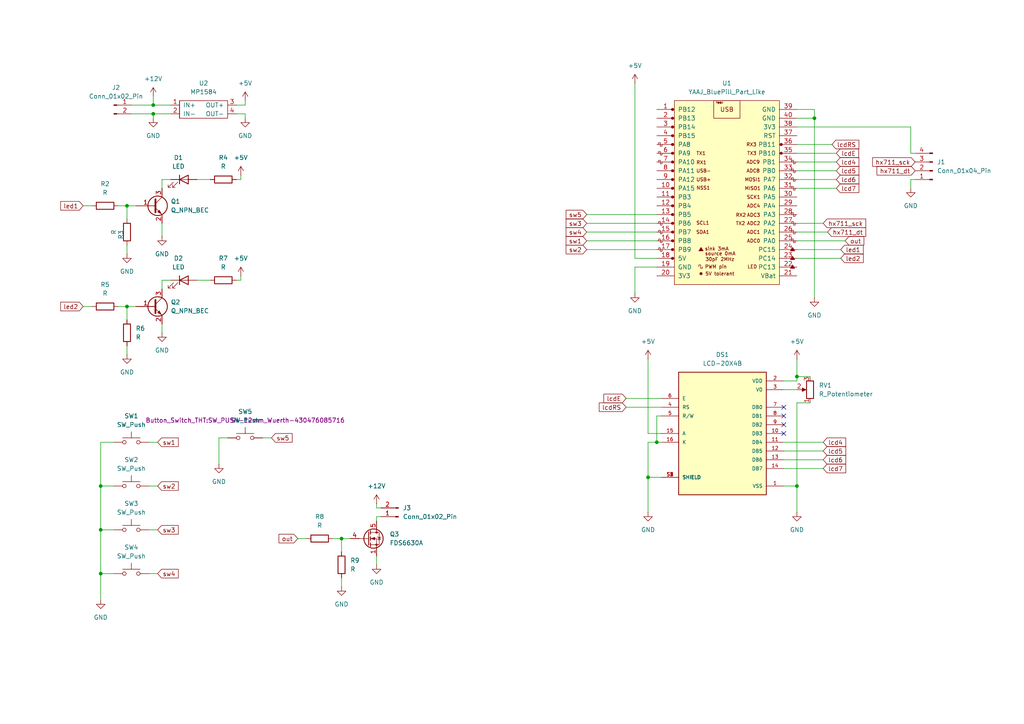
<source format=kicad_sch>
(kicad_sch
	(version 20231120)
	(generator "eeschema")
	(generator_version "8.0")
	(uuid "50ae68d0-e864-4301-b4a1-7a499f39728d")
	(paper "A4")
	(lib_symbols
		(symbol "Connector:Conn_01x02_Pin"
			(pin_names
				(offset 1.016) hide)
			(exclude_from_sim no)
			(in_bom yes)
			(on_board yes)
			(property "Reference" "J"
				(at 0 2.54 0)
				(effects
					(font
						(size 1.27 1.27)
					)
				)
			)
			(property "Value" "Conn_01x02_Pin"
				(at 0 -5.08 0)
				(effects
					(font
						(size 1.27 1.27)
					)
				)
			)
			(property "Footprint" ""
				(at 0 0 0)
				(effects
					(font
						(size 1.27 1.27)
					)
					(hide yes)
				)
			)
			(property "Datasheet" "~"
				(at 0 0 0)
				(effects
					(font
						(size 1.27 1.27)
					)
					(hide yes)
				)
			)
			(property "Description" "Generic connector, single row, 01x02, script generated"
				(at 0 0 0)
				(effects
					(font
						(size 1.27 1.27)
					)
					(hide yes)
				)
			)
			(property "ki_locked" ""
				(at 0 0 0)
				(effects
					(font
						(size 1.27 1.27)
					)
				)
			)
			(property "ki_keywords" "connector"
				(at 0 0 0)
				(effects
					(font
						(size 1.27 1.27)
					)
					(hide yes)
				)
			)
			(property "ki_fp_filters" "Connector*:*_1x??_*"
				(at 0 0 0)
				(effects
					(font
						(size 1.27 1.27)
					)
					(hide yes)
				)
			)
			(symbol "Conn_01x02_Pin_1_1"
				(polyline
					(pts
						(xy 1.27 -2.54) (xy 0.8636 -2.54)
					)
					(stroke
						(width 0.1524)
						(type default)
					)
					(fill
						(type none)
					)
				)
				(polyline
					(pts
						(xy 1.27 0) (xy 0.8636 0)
					)
					(stroke
						(width 0.1524)
						(type default)
					)
					(fill
						(type none)
					)
				)
				(rectangle
					(start 0.8636 -2.413)
					(end 0 -2.667)
					(stroke
						(width 0.1524)
						(type default)
					)
					(fill
						(type outline)
					)
				)
				(rectangle
					(start 0.8636 0.127)
					(end 0 -0.127)
					(stroke
						(width 0.1524)
						(type default)
					)
					(fill
						(type outline)
					)
				)
				(pin passive line
					(at 5.08 0 180)
					(length 3.81)
					(name "Pin_1"
						(effects
							(font
								(size 1.27 1.27)
							)
						)
					)
					(number "1"
						(effects
							(font
								(size 1.27 1.27)
							)
						)
					)
				)
				(pin passive line
					(at 5.08 -2.54 180)
					(length 3.81)
					(name "Pin_2"
						(effects
							(font
								(size 1.27 1.27)
							)
						)
					)
					(number "2"
						(effects
							(font
								(size 1.27 1.27)
							)
						)
					)
				)
			)
		)
		(symbol "Connector:Conn_01x04_Pin"
			(pin_names
				(offset 1.016) hide)
			(exclude_from_sim no)
			(in_bom yes)
			(on_board yes)
			(property "Reference" "J"
				(at 0 5.08 0)
				(effects
					(font
						(size 1.27 1.27)
					)
				)
			)
			(property "Value" "Conn_01x04_Pin"
				(at 0 -7.62 0)
				(effects
					(font
						(size 1.27 1.27)
					)
				)
			)
			(property "Footprint" ""
				(at 0 0 0)
				(effects
					(font
						(size 1.27 1.27)
					)
					(hide yes)
				)
			)
			(property "Datasheet" "~"
				(at 0 0 0)
				(effects
					(font
						(size 1.27 1.27)
					)
					(hide yes)
				)
			)
			(property "Description" "Generic connector, single row, 01x04, script generated"
				(at 0 0 0)
				(effects
					(font
						(size 1.27 1.27)
					)
					(hide yes)
				)
			)
			(property "ki_locked" ""
				(at 0 0 0)
				(effects
					(font
						(size 1.27 1.27)
					)
				)
			)
			(property "ki_keywords" "connector"
				(at 0 0 0)
				(effects
					(font
						(size 1.27 1.27)
					)
					(hide yes)
				)
			)
			(property "ki_fp_filters" "Connector*:*_1x??_*"
				(at 0 0 0)
				(effects
					(font
						(size 1.27 1.27)
					)
					(hide yes)
				)
			)
			(symbol "Conn_01x04_Pin_1_1"
				(polyline
					(pts
						(xy 1.27 -5.08) (xy 0.8636 -5.08)
					)
					(stroke
						(width 0.1524)
						(type default)
					)
					(fill
						(type none)
					)
				)
				(polyline
					(pts
						(xy 1.27 -2.54) (xy 0.8636 -2.54)
					)
					(stroke
						(width 0.1524)
						(type default)
					)
					(fill
						(type none)
					)
				)
				(polyline
					(pts
						(xy 1.27 0) (xy 0.8636 0)
					)
					(stroke
						(width 0.1524)
						(type default)
					)
					(fill
						(type none)
					)
				)
				(polyline
					(pts
						(xy 1.27 2.54) (xy 0.8636 2.54)
					)
					(stroke
						(width 0.1524)
						(type default)
					)
					(fill
						(type none)
					)
				)
				(rectangle
					(start 0.8636 -4.953)
					(end 0 -5.207)
					(stroke
						(width 0.1524)
						(type default)
					)
					(fill
						(type outline)
					)
				)
				(rectangle
					(start 0.8636 -2.413)
					(end 0 -2.667)
					(stroke
						(width 0.1524)
						(type default)
					)
					(fill
						(type outline)
					)
				)
				(rectangle
					(start 0.8636 0.127)
					(end 0 -0.127)
					(stroke
						(width 0.1524)
						(type default)
					)
					(fill
						(type outline)
					)
				)
				(rectangle
					(start 0.8636 2.667)
					(end 0 2.413)
					(stroke
						(width 0.1524)
						(type default)
					)
					(fill
						(type outline)
					)
				)
				(pin passive line
					(at 5.08 2.54 180)
					(length 3.81)
					(name "Pin_1"
						(effects
							(font
								(size 1.27 1.27)
							)
						)
					)
					(number "1"
						(effects
							(font
								(size 1.27 1.27)
							)
						)
					)
				)
				(pin passive line
					(at 5.08 0 180)
					(length 3.81)
					(name "Pin_2"
						(effects
							(font
								(size 1.27 1.27)
							)
						)
					)
					(number "2"
						(effects
							(font
								(size 1.27 1.27)
							)
						)
					)
				)
				(pin passive line
					(at 5.08 -2.54 180)
					(length 3.81)
					(name "Pin_3"
						(effects
							(font
								(size 1.27 1.27)
							)
						)
					)
					(number "3"
						(effects
							(font
								(size 1.27 1.27)
							)
						)
					)
				)
				(pin passive line
					(at 5.08 -5.08 180)
					(length 3.81)
					(name "Pin_4"
						(effects
							(font
								(size 1.27 1.27)
							)
						)
					)
					(number "4"
						(effects
							(font
								(size 1.27 1.27)
							)
						)
					)
				)
			)
		)
		(symbol "Device:LED"
			(pin_numbers hide)
			(pin_names
				(offset 1.016) hide)
			(exclude_from_sim no)
			(in_bom yes)
			(on_board yes)
			(property "Reference" "D"
				(at 0 2.54 0)
				(effects
					(font
						(size 1.27 1.27)
					)
				)
			)
			(property "Value" "LED"
				(at 0 -2.54 0)
				(effects
					(font
						(size 1.27 1.27)
					)
				)
			)
			(property "Footprint" ""
				(at 0 0 0)
				(effects
					(font
						(size 1.27 1.27)
					)
					(hide yes)
				)
			)
			(property "Datasheet" "~"
				(at 0 0 0)
				(effects
					(font
						(size 1.27 1.27)
					)
					(hide yes)
				)
			)
			(property "Description" "Light emitting diode"
				(at 0 0 0)
				(effects
					(font
						(size 1.27 1.27)
					)
					(hide yes)
				)
			)
			(property "ki_keywords" "LED diode"
				(at 0 0 0)
				(effects
					(font
						(size 1.27 1.27)
					)
					(hide yes)
				)
			)
			(property "ki_fp_filters" "LED* LED_SMD:* LED_THT:*"
				(at 0 0 0)
				(effects
					(font
						(size 1.27 1.27)
					)
					(hide yes)
				)
			)
			(symbol "LED_0_1"
				(polyline
					(pts
						(xy -1.27 -1.27) (xy -1.27 1.27)
					)
					(stroke
						(width 0.254)
						(type default)
					)
					(fill
						(type none)
					)
				)
				(polyline
					(pts
						(xy -1.27 0) (xy 1.27 0)
					)
					(stroke
						(width 0)
						(type default)
					)
					(fill
						(type none)
					)
				)
				(polyline
					(pts
						(xy 1.27 -1.27) (xy 1.27 1.27) (xy -1.27 0) (xy 1.27 -1.27)
					)
					(stroke
						(width 0.254)
						(type default)
					)
					(fill
						(type none)
					)
				)
				(polyline
					(pts
						(xy -3.048 -0.762) (xy -4.572 -2.286) (xy -3.81 -2.286) (xy -4.572 -2.286) (xy -4.572 -1.524)
					)
					(stroke
						(width 0)
						(type default)
					)
					(fill
						(type none)
					)
				)
				(polyline
					(pts
						(xy -1.778 -0.762) (xy -3.302 -2.286) (xy -2.54 -2.286) (xy -3.302 -2.286) (xy -3.302 -1.524)
					)
					(stroke
						(width 0)
						(type default)
					)
					(fill
						(type none)
					)
				)
			)
			(symbol "LED_1_1"
				(pin passive line
					(at -3.81 0 0)
					(length 2.54)
					(name "K"
						(effects
							(font
								(size 1.27 1.27)
							)
						)
					)
					(number "1"
						(effects
							(font
								(size 1.27 1.27)
							)
						)
					)
				)
				(pin passive line
					(at 3.81 0 180)
					(length 2.54)
					(name "A"
						(effects
							(font
								(size 1.27 1.27)
							)
						)
					)
					(number "2"
						(effects
							(font
								(size 1.27 1.27)
							)
						)
					)
				)
			)
		)
		(symbol "Device:Q_NPN_BEC"
			(pin_names
				(offset 0) hide)
			(exclude_from_sim no)
			(in_bom yes)
			(on_board yes)
			(property "Reference" "Q"
				(at 5.08 1.27 0)
				(effects
					(font
						(size 1.27 1.27)
					)
					(justify left)
				)
			)
			(property "Value" "Q_NPN_BEC"
				(at 5.08 -1.27 0)
				(effects
					(font
						(size 1.27 1.27)
					)
					(justify left)
				)
			)
			(property "Footprint" ""
				(at 5.08 2.54 0)
				(effects
					(font
						(size 1.27 1.27)
					)
					(hide yes)
				)
			)
			(property "Datasheet" "~"
				(at 0 0 0)
				(effects
					(font
						(size 1.27 1.27)
					)
					(hide yes)
				)
			)
			(property "Description" "NPN transistor, base/emitter/collector"
				(at 0 0 0)
				(effects
					(font
						(size 1.27 1.27)
					)
					(hide yes)
				)
			)
			(property "ki_keywords" "transistor NPN"
				(at 0 0 0)
				(effects
					(font
						(size 1.27 1.27)
					)
					(hide yes)
				)
			)
			(symbol "Q_NPN_BEC_0_1"
				(polyline
					(pts
						(xy 0.635 0.635) (xy 2.54 2.54)
					)
					(stroke
						(width 0)
						(type default)
					)
					(fill
						(type none)
					)
				)
				(polyline
					(pts
						(xy 0.635 -0.635) (xy 2.54 -2.54) (xy 2.54 -2.54)
					)
					(stroke
						(width 0)
						(type default)
					)
					(fill
						(type none)
					)
				)
				(polyline
					(pts
						(xy 0.635 1.905) (xy 0.635 -1.905) (xy 0.635 -1.905)
					)
					(stroke
						(width 0.508)
						(type default)
					)
					(fill
						(type none)
					)
				)
				(polyline
					(pts
						(xy 1.27 -1.778) (xy 1.778 -1.27) (xy 2.286 -2.286) (xy 1.27 -1.778) (xy 1.27 -1.778)
					)
					(stroke
						(width 0)
						(type default)
					)
					(fill
						(type outline)
					)
				)
				(circle
					(center 1.27 0)
					(radius 2.8194)
					(stroke
						(width 0.254)
						(type default)
					)
					(fill
						(type none)
					)
				)
			)
			(symbol "Q_NPN_BEC_1_1"
				(pin input line
					(at -5.08 0 0)
					(length 5.715)
					(name "B"
						(effects
							(font
								(size 1.27 1.27)
							)
						)
					)
					(number "1"
						(effects
							(font
								(size 1.27 1.27)
							)
						)
					)
				)
				(pin passive line
					(at 2.54 -5.08 90)
					(length 2.54)
					(name "E"
						(effects
							(font
								(size 1.27 1.27)
							)
						)
					)
					(number "2"
						(effects
							(font
								(size 1.27 1.27)
							)
						)
					)
				)
				(pin passive line
					(at 2.54 5.08 270)
					(length 2.54)
					(name "C"
						(effects
							(font
								(size 1.27 1.27)
							)
						)
					)
					(number "3"
						(effects
							(font
								(size 1.27 1.27)
							)
						)
					)
				)
			)
		)
		(symbol "Device:R"
			(pin_numbers hide)
			(pin_names
				(offset 0)
			)
			(exclude_from_sim no)
			(in_bom yes)
			(on_board yes)
			(property "Reference" "R"
				(at 2.032 0 90)
				(effects
					(font
						(size 1.27 1.27)
					)
				)
			)
			(property "Value" "R"
				(at 0 0 90)
				(effects
					(font
						(size 1.27 1.27)
					)
				)
			)
			(property "Footprint" ""
				(at -1.778 0 90)
				(effects
					(font
						(size 1.27 1.27)
					)
					(hide yes)
				)
			)
			(property "Datasheet" "~"
				(at 0 0 0)
				(effects
					(font
						(size 1.27 1.27)
					)
					(hide yes)
				)
			)
			(property "Description" "Resistor"
				(at 0 0 0)
				(effects
					(font
						(size 1.27 1.27)
					)
					(hide yes)
				)
			)
			(property "ki_keywords" "R res resistor"
				(at 0 0 0)
				(effects
					(font
						(size 1.27 1.27)
					)
					(hide yes)
				)
			)
			(property "ki_fp_filters" "R_*"
				(at 0 0 0)
				(effects
					(font
						(size 1.27 1.27)
					)
					(hide yes)
				)
			)
			(symbol "R_0_1"
				(rectangle
					(start -1.016 -2.54)
					(end 1.016 2.54)
					(stroke
						(width 0.254)
						(type default)
					)
					(fill
						(type none)
					)
				)
			)
			(symbol "R_1_1"
				(pin passive line
					(at 0 3.81 270)
					(length 1.27)
					(name "~"
						(effects
							(font
								(size 1.27 1.27)
							)
						)
					)
					(number "1"
						(effects
							(font
								(size 1.27 1.27)
							)
						)
					)
				)
				(pin passive line
					(at 0 -3.81 90)
					(length 1.27)
					(name "~"
						(effects
							(font
								(size 1.27 1.27)
							)
						)
					)
					(number "2"
						(effects
							(font
								(size 1.27 1.27)
							)
						)
					)
				)
			)
		)
		(symbol "Device:R_Potentiometer"
			(pin_names
				(offset 1.016) hide)
			(exclude_from_sim no)
			(in_bom yes)
			(on_board yes)
			(property "Reference" "RV"
				(at -4.445 0 90)
				(effects
					(font
						(size 1.27 1.27)
					)
				)
			)
			(property "Value" "R_Potentiometer"
				(at -2.54 0 90)
				(effects
					(font
						(size 1.27 1.27)
					)
				)
			)
			(property "Footprint" ""
				(at 0 0 0)
				(effects
					(font
						(size 1.27 1.27)
					)
					(hide yes)
				)
			)
			(property "Datasheet" "~"
				(at 0 0 0)
				(effects
					(font
						(size 1.27 1.27)
					)
					(hide yes)
				)
			)
			(property "Description" "Potentiometer"
				(at 0 0 0)
				(effects
					(font
						(size 1.27 1.27)
					)
					(hide yes)
				)
			)
			(property "ki_keywords" "resistor variable"
				(at 0 0 0)
				(effects
					(font
						(size 1.27 1.27)
					)
					(hide yes)
				)
			)
			(property "ki_fp_filters" "Potentiometer*"
				(at 0 0 0)
				(effects
					(font
						(size 1.27 1.27)
					)
					(hide yes)
				)
			)
			(symbol "R_Potentiometer_0_1"
				(polyline
					(pts
						(xy 2.54 0) (xy 1.524 0)
					)
					(stroke
						(width 0)
						(type default)
					)
					(fill
						(type none)
					)
				)
				(polyline
					(pts
						(xy 1.143 0) (xy 2.286 0.508) (xy 2.286 -0.508) (xy 1.143 0)
					)
					(stroke
						(width 0)
						(type default)
					)
					(fill
						(type outline)
					)
				)
				(rectangle
					(start 1.016 2.54)
					(end -1.016 -2.54)
					(stroke
						(width 0.254)
						(type default)
					)
					(fill
						(type none)
					)
				)
			)
			(symbol "R_Potentiometer_1_1"
				(pin passive line
					(at 0 3.81 270)
					(length 1.27)
					(name "1"
						(effects
							(font
								(size 1.27 1.27)
							)
						)
					)
					(number "1"
						(effects
							(font
								(size 1.27 1.27)
							)
						)
					)
				)
				(pin passive line
					(at 3.81 0 180)
					(length 1.27)
					(name "2"
						(effects
							(font
								(size 1.27 1.27)
							)
						)
					)
					(number "2"
						(effects
							(font
								(size 1.27 1.27)
							)
						)
					)
				)
				(pin passive line
					(at 0 -3.81 90)
					(length 1.27)
					(name "3"
						(effects
							(font
								(size 1.27 1.27)
							)
						)
					)
					(number "3"
						(effects
							(font
								(size 1.27 1.27)
							)
						)
					)
				)
			)
		)
		(symbol "LCD-20X4B:LCD-20X4B"
			(pin_names
				(offset 1.016)
			)
			(exclude_from_sim no)
			(in_bom yes)
			(on_board yes)
			(property "Reference" "DS"
				(at -12.7 19.05 0)
				(effects
					(font
						(size 1.27 1.27)
					)
					(justify left bottom)
				)
			)
			(property "Value" "LCD-20X4B"
				(at -12.7 -20.32 0)
				(effects
					(font
						(size 1.27 1.27)
					)
					(justify left bottom)
				)
			)
			(property "Footprint" ""
				(at 0 0 0)
				(effects
					(font
						(size 1.27 1.27)
					)
					(justify bottom)
					(hide yes)
				)
			)
			(property "Datasheet" ""
				(at 0 0 0)
				(effects
					(font
						(size 1.27 1.27)
					)
					(hide yes)
				)
			)
			(property "Description" ""
				(at 0 0 0)
				(effects
					(font
						(size 1.27 1.27)
					)
					(hide yes)
				)
			)
			(property "MF" ""
				(at 0 0 0)
				(effects
					(font
						(size 1.27 1.27)
					)
					(justify bottom)
					(hide yes)
				)
			)
			(property "MAXIMUM_PACKAGE_HEIGHT" ""
				(at 0 0 0)
				(effects
					(font
						(size 1.27 1.27)
					)
					(justify bottom)
					(hide yes)
				)
			)
			(property "Package" ""
				(at 0 0 0)
				(effects
					(font
						(size 1.27 1.27)
					)
					(justify bottom)
					(hide yes)
				)
			)
			(property "Price" ""
				(at 0 0 0)
				(effects
					(font
						(size 1.27 1.27)
					)
					(justify bottom)
					(hide yes)
				)
			)
			(property "Check_prices" ""
				(at 0 0 0)
				(effects
					(font
						(size 1.27 1.27)
					)
					(justify bottom)
					(hide yes)
				)
			)
			(property "STANDARD" ""
				(at 0 0 0)
				(effects
					(font
						(size 1.27 1.27)
					)
					(justify bottom)
					(hide yes)
				)
			)
			(property "PARTREV" ""
				(at 0 0 0)
				(effects
					(font
						(size 1.27 1.27)
					)
					(justify bottom)
					(hide yes)
				)
			)
			(property "SnapEDA_Link" ""
				(at 0 0 0)
				(effects
					(font
						(size 1.27 1.27)
					)
					(justify bottom)
					(hide yes)
				)
			)
			(property "MP" ""
				(at 0 0 0)
				(effects
					(font
						(size 1.27 1.27)
					)
					(justify bottom)
					(hide yes)
				)
			)
			(property "Description_1" ""
				(at 0 0 0)
				(effects
					(font
						(size 1.27 1.27)
					)
					(justify bottom)
					(hide yes)
				)
			)
			(property "Availability" ""
				(at 0 0 0)
				(effects
					(font
						(size 1.27 1.27)
					)
					(justify bottom)
					(hide yes)
				)
			)
			(property "MANUFACTURER" ""
				(at 0 0 0)
				(effects
					(font
						(size 1.27 1.27)
					)
					(justify bottom)
					(hide yes)
				)
			)
			(symbol "LCD-20X4B_0_0"
				(rectangle
					(start -12.7 -17.78)
					(end 12.7 17.78)
					(stroke
						(width 0.254)
						(type default)
					)
					(fill
						(type background)
					)
				)
				(pin power_in line
					(at 17.78 -15.24 180)
					(length 5.08)
					(name "VSS"
						(effects
							(font
								(size 1.016 1.016)
							)
						)
					)
					(number "1"
						(effects
							(font
								(size 1.016 1.016)
							)
						)
					)
				)
				(pin bidirectional line
					(at 17.78 0 180)
					(length 5.08)
					(name "DB3"
						(effects
							(font
								(size 1.016 1.016)
							)
						)
					)
					(number "10"
						(effects
							(font
								(size 1.016 1.016)
							)
						)
					)
				)
				(pin bidirectional line
					(at 17.78 -2.54 180)
					(length 5.08)
					(name "DB4"
						(effects
							(font
								(size 1.016 1.016)
							)
						)
					)
					(number "11"
						(effects
							(font
								(size 1.016 1.016)
							)
						)
					)
				)
				(pin bidirectional line
					(at 17.78 -5.08 180)
					(length 5.08)
					(name "DB5"
						(effects
							(font
								(size 1.016 1.016)
							)
						)
					)
					(number "12"
						(effects
							(font
								(size 1.016 1.016)
							)
						)
					)
				)
				(pin bidirectional line
					(at 17.78 -7.62 180)
					(length 5.08)
					(name "DB6"
						(effects
							(font
								(size 1.016 1.016)
							)
						)
					)
					(number "13"
						(effects
							(font
								(size 1.016 1.016)
							)
						)
					)
				)
				(pin bidirectional line
					(at 17.78 -10.16 180)
					(length 5.08)
					(name "DB7"
						(effects
							(font
								(size 1.016 1.016)
							)
						)
					)
					(number "14"
						(effects
							(font
								(size 1.016 1.016)
							)
						)
					)
				)
				(pin passive line
					(at -17.78 0 0)
					(length 5.08)
					(name "A"
						(effects
							(font
								(size 1.016 1.016)
							)
						)
					)
					(number "15"
						(effects
							(font
								(size 1.016 1.016)
							)
						)
					)
				)
				(pin passive line
					(at -17.78 -2.54 0)
					(length 5.08)
					(name "K"
						(effects
							(font
								(size 1.016 1.016)
							)
						)
					)
					(number "16"
						(effects
							(font
								(size 1.016 1.016)
							)
						)
					)
				)
				(pin power_in line
					(at 17.78 15.24 180)
					(length 5.08)
					(name "VDD"
						(effects
							(font
								(size 1.016 1.016)
							)
						)
					)
					(number "2"
						(effects
							(font
								(size 1.016 1.016)
							)
						)
					)
				)
				(pin power_in line
					(at 17.78 12.7 180)
					(length 5.08)
					(name "V0"
						(effects
							(font
								(size 1.016 1.016)
							)
						)
					)
					(number "3"
						(effects
							(font
								(size 1.016 1.016)
							)
						)
					)
				)
				(pin input line
					(at -17.78 7.62 0)
					(length 5.08)
					(name "RS"
						(effects
							(font
								(size 1.016 1.016)
							)
						)
					)
					(number "4"
						(effects
							(font
								(size 1.016 1.016)
							)
						)
					)
				)
				(pin input line
					(at -17.78 5.08 0)
					(length 5.08)
					(name "R/W"
						(effects
							(font
								(size 1.016 1.016)
							)
						)
					)
					(number "5"
						(effects
							(font
								(size 1.016 1.016)
							)
						)
					)
				)
				(pin input line
					(at -17.78 10.16 0)
					(length 5.08)
					(name "E"
						(effects
							(font
								(size 1.016 1.016)
							)
						)
					)
					(number "6"
						(effects
							(font
								(size 1.016 1.016)
							)
						)
					)
				)
				(pin bidirectional line
					(at 17.78 7.62 180)
					(length 5.08)
					(name "DB0"
						(effects
							(font
								(size 1.016 1.016)
							)
						)
					)
					(number "7"
						(effects
							(font
								(size 1.016 1.016)
							)
						)
					)
				)
				(pin bidirectional line
					(at 17.78 5.08 180)
					(length 5.08)
					(name "DB1"
						(effects
							(font
								(size 1.016 1.016)
							)
						)
					)
					(number "8"
						(effects
							(font
								(size 1.016 1.016)
							)
						)
					)
				)
				(pin bidirectional line
					(at 17.78 2.54 180)
					(length 5.08)
					(name "DB2"
						(effects
							(font
								(size 1.016 1.016)
							)
						)
					)
					(number "9"
						(effects
							(font
								(size 1.016 1.016)
							)
						)
					)
				)
				(pin passive line
					(at -17.78 -12.7 0)
					(length 5.08)
					(name "SHIELD"
						(effects
							(font
								(size 1.016 1.016)
							)
						)
					)
					(number "S1"
						(effects
							(font
								(size 1.016 1.016)
							)
						)
					)
				)
				(pin passive line
					(at -17.78 -12.7 0)
					(length 5.08)
					(name "SHIELD"
						(effects
							(font
								(size 1.016 1.016)
							)
						)
					)
					(number "S2"
						(effects
							(font
								(size 1.016 1.016)
							)
						)
					)
				)
				(pin passive line
					(at -17.78 -12.7 0)
					(length 5.08)
					(name "SHIELD"
						(effects
							(font
								(size 1.016 1.016)
							)
						)
					)
					(number "S3"
						(effects
							(font
								(size 1.016 1.016)
							)
						)
					)
				)
				(pin passive line
					(at -17.78 -12.7 0)
					(length 5.08)
					(name "SHIELD"
						(effects
							(font
								(size 1.016 1.016)
							)
						)
					)
					(number "S4"
						(effects
							(font
								(size 1.016 1.016)
							)
						)
					)
				)
			)
		)
		(symbol "Misc_Modules:MP1584"
			(pin_names
				(offset 1.016)
			)
			(exclude_from_sim no)
			(in_bom yes)
			(on_board yes)
			(property "Reference" "U"
				(at 0 0 0)
				(effects
					(font
						(size 1.27 1.27)
					)
				)
			)
			(property "Value" "MP1584"
				(at 0 -7.62 0)
				(effects
					(font
						(size 1.27 1.27)
					)
				)
			)
			(property "Footprint" ""
				(at 0 0 0)
				(effects
					(font
						(size 1.27 1.27)
					)
					(hide yes)
				)
			)
			(property "Datasheet" ""
				(at 0 0 0)
				(effects
					(font
						(size 1.27 1.27)
					)
					(hide yes)
				)
			)
			(property "Description" ""
				(at 0 0 0)
				(effects
					(font
						(size 1.27 1.27)
					)
					(hide yes)
				)
			)
			(symbol "MP1584_0_1"
				(rectangle
					(start -6.35 -6.35)
					(end -6.35 -1.27)
					(stroke
						(width 0)
						(type solid)
					)
					(fill
						(type none)
					)
				)
				(rectangle
					(start -6.35 -1.27)
					(end 7.62 -6.35)
					(stroke
						(width 0)
						(type solid)
					)
					(fill
						(type none)
					)
				)
			)
			(symbol "MP1584_1_1"
				(pin power_in line
					(at -8.89 -2.54 0)
					(length 2.54)
					(name "IN+"
						(effects
							(font
								(size 1.27 1.27)
							)
						)
					)
					(number "1"
						(effects
							(font
								(size 1.27 1.27)
							)
						)
					)
				)
				(pin power_in line
					(at -8.89 -5.08 0)
					(length 2.54)
					(name "IN-"
						(effects
							(font
								(size 1.27 1.27)
							)
						)
					)
					(number "2"
						(effects
							(font
								(size 1.27 1.27)
							)
						)
					)
				)
				(pin power_out line
					(at 10.16 -2.54 180)
					(length 2.54)
					(name "OUT+"
						(effects
							(font
								(size 1.27 1.27)
							)
						)
					)
					(number "3"
						(effects
							(font
								(size 1.27 1.27)
							)
						)
					)
				)
				(pin power_out line
					(at 10.16 -5.08 180)
					(length 2.54)
					(name "OUT-"
						(effects
							(font
								(size 1.27 1.27)
							)
						)
					)
					(number "4"
						(effects
							(font
								(size 1.27 1.27)
							)
						)
					)
				)
			)
		)
		(symbol "Switch:SW_Push"
			(pin_numbers hide)
			(pin_names
				(offset 1.016) hide)
			(exclude_from_sim no)
			(in_bom yes)
			(on_board yes)
			(property "Reference" "SW"
				(at 1.27 2.54 0)
				(effects
					(font
						(size 1.27 1.27)
					)
					(justify left)
				)
			)
			(property "Value" "SW_Push"
				(at 0 -1.524 0)
				(effects
					(font
						(size 1.27 1.27)
					)
				)
			)
			(property "Footprint" ""
				(at 0 5.08 0)
				(effects
					(font
						(size 1.27 1.27)
					)
					(hide yes)
				)
			)
			(property "Datasheet" "~"
				(at 0 5.08 0)
				(effects
					(font
						(size 1.27 1.27)
					)
					(hide yes)
				)
			)
			(property "Description" "Push button switch, generic, two pins"
				(at 0 0 0)
				(effects
					(font
						(size 1.27 1.27)
					)
					(hide yes)
				)
			)
			(property "ki_keywords" "switch normally-open pushbutton push-button"
				(at 0 0 0)
				(effects
					(font
						(size 1.27 1.27)
					)
					(hide yes)
				)
			)
			(symbol "SW_Push_0_1"
				(circle
					(center -2.032 0)
					(radius 0.508)
					(stroke
						(width 0)
						(type default)
					)
					(fill
						(type none)
					)
				)
				(polyline
					(pts
						(xy 0 1.27) (xy 0 3.048)
					)
					(stroke
						(width 0)
						(type default)
					)
					(fill
						(type none)
					)
				)
				(polyline
					(pts
						(xy 2.54 1.27) (xy -2.54 1.27)
					)
					(stroke
						(width 0)
						(type default)
					)
					(fill
						(type none)
					)
				)
				(circle
					(center 2.032 0)
					(radius 0.508)
					(stroke
						(width 0)
						(type default)
					)
					(fill
						(type none)
					)
				)
				(pin passive line
					(at -5.08 0 0)
					(length 2.54)
					(name "1"
						(effects
							(font
								(size 1.27 1.27)
							)
						)
					)
					(number "1"
						(effects
							(font
								(size 1.27 1.27)
							)
						)
					)
				)
				(pin passive line
					(at 5.08 0 180)
					(length 2.54)
					(name "2"
						(effects
							(font
								(size 1.27 1.27)
							)
						)
					)
					(number "2"
						(effects
							(font
								(size 1.27 1.27)
							)
						)
					)
				)
			)
		)
		(symbol "Transistor_FET:FDS6630A"
			(pin_names hide)
			(exclude_from_sim no)
			(in_bom yes)
			(on_board yes)
			(property "Reference" "Q"
				(at 5.08 2.54 0)
				(effects
					(font
						(size 1.27 1.27)
					)
					(justify left)
				)
			)
			(property "Value" "FDS6630A"
				(at 5.08 0 0)
				(effects
					(font
						(size 1.27 1.27)
					)
					(justify left)
				)
			)
			(property "Footprint" "Package_SO:SOIC-8_3.9x4.9mm_P1.27mm"
				(at 5.08 -1.905 0)
				(effects
					(font
						(size 1.27 1.27)
						(italic yes)
					)
					(justify left)
					(hide yes)
				)
			)
			(property "Datasheet" "http://www.onsemi.com/pub/Collateral/FDS6630A-D.pdf"
				(at 5.08 -3.81 0)
				(effects
					(font
						(size 1.27 1.27)
					)
					(justify left)
					(hide yes)
				)
			)
			(property "Description" "6.5A Id, 30V Vds, N-Channel MOSFET, 38mOhm Ron, SOIC-8"
				(at 0 0 0)
				(effects
					(font
						(size 1.27 1.27)
					)
					(hide yes)
				)
			)
			(property "ki_keywords" "N-Channel MOSFET"
				(at 0 0 0)
				(effects
					(font
						(size 1.27 1.27)
					)
					(hide yes)
				)
			)
			(property "ki_fp_filters" "SOIC*3.9x4.9mm*P1.27mm*"
				(at 0 0 0)
				(effects
					(font
						(size 1.27 1.27)
					)
					(hide yes)
				)
			)
			(symbol "FDS6630A_0_1"
				(polyline
					(pts
						(xy 0.254 0) (xy -2.54 0)
					)
					(stroke
						(width 0)
						(type default)
					)
					(fill
						(type none)
					)
				)
				(polyline
					(pts
						(xy 0.254 1.905) (xy 0.254 -1.905)
					)
					(stroke
						(width 0.254)
						(type default)
					)
					(fill
						(type none)
					)
				)
				(polyline
					(pts
						(xy 0.762 -1.27) (xy 0.762 -2.286)
					)
					(stroke
						(width 0.254)
						(type default)
					)
					(fill
						(type none)
					)
				)
				(polyline
					(pts
						(xy 0.762 0.508) (xy 0.762 -0.508)
					)
					(stroke
						(width 0.254)
						(type default)
					)
					(fill
						(type none)
					)
				)
				(polyline
					(pts
						(xy 0.762 2.286) (xy 0.762 1.27)
					)
					(stroke
						(width 0.254)
						(type default)
					)
					(fill
						(type none)
					)
				)
				(polyline
					(pts
						(xy 2.54 2.54) (xy 2.54 1.778)
					)
					(stroke
						(width 0)
						(type default)
					)
					(fill
						(type none)
					)
				)
				(polyline
					(pts
						(xy 2.54 -2.54) (xy 2.54 0) (xy 0.762 0)
					)
					(stroke
						(width 0)
						(type default)
					)
					(fill
						(type none)
					)
				)
				(polyline
					(pts
						(xy 0.762 -1.778) (xy 3.302 -1.778) (xy 3.302 1.778) (xy 0.762 1.778)
					)
					(stroke
						(width 0)
						(type default)
					)
					(fill
						(type none)
					)
				)
				(polyline
					(pts
						(xy 1.016 0) (xy 2.032 0.381) (xy 2.032 -0.381) (xy 1.016 0)
					)
					(stroke
						(width 0)
						(type default)
					)
					(fill
						(type outline)
					)
				)
				(polyline
					(pts
						(xy 2.794 0.508) (xy 2.921 0.381) (xy 3.683 0.381) (xy 3.81 0.254)
					)
					(stroke
						(width 0)
						(type default)
					)
					(fill
						(type none)
					)
				)
				(polyline
					(pts
						(xy 3.302 0.381) (xy 2.921 -0.254) (xy 3.683 -0.254) (xy 3.302 0.381)
					)
					(stroke
						(width 0)
						(type default)
					)
					(fill
						(type none)
					)
				)
				(circle
					(center 1.651 0)
					(radius 2.794)
					(stroke
						(width 0.254)
						(type default)
					)
					(fill
						(type none)
					)
				)
				(circle
					(center 2.54 -1.778)
					(radius 0.254)
					(stroke
						(width 0)
						(type default)
					)
					(fill
						(type outline)
					)
				)
				(circle
					(center 2.54 1.778)
					(radius 0.254)
					(stroke
						(width 0)
						(type default)
					)
					(fill
						(type outline)
					)
				)
			)
			(symbol "FDS6630A_1_1"
				(pin passive line
					(at 2.54 -5.08 90)
					(length 2.54)
					(name "S"
						(effects
							(font
								(size 1.27 1.27)
							)
						)
					)
					(number "1"
						(effects
							(font
								(size 1.27 1.27)
							)
						)
					)
				)
				(pin passive line
					(at 2.54 -5.08 90)
					(length 2.54) hide
					(name "S"
						(effects
							(font
								(size 1.27 1.27)
							)
						)
					)
					(number "2"
						(effects
							(font
								(size 1.27 1.27)
							)
						)
					)
				)
				(pin passive line
					(at 2.54 -5.08 90)
					(length 2.54) hide
					(name "S"
						(effects
							(font
								(size 1.27 1.27)
							)
						)
					)
					(number "3"
						(effects
							(font
								(size 1.27 1.27)
							)
						)
					)
				)
				(pin input line
					(at -5.08 0 0)
					(length 2.54)
					(name "G"
						(effects
							(font
								(size 1.27 1.27)
							)
						)
					)
					(number "4"
						(effects
							(font
								(size 1.27 1.27)
							)
						)
					)
				)
				(pin passive line
					(at 2.54 5.08 270)
					(length 2.54)
					(name "D"
						(effects
							(font
								(size 1.27 1.27)
							)
						)
					)
					(number "5"
						(effects
							(font
								(size 1.27 1.27)
							)
						)
					)
				)
				(pin passive line
					(at 2.54 5.08 270)
					(length 2.54) hide
					(name "D"
						(effects
							(font
								(size 1.27 1.27)
							)
						)
					)
					(number "6"
						(effects
							(font
								(size 1.27 1.27)
							)
						)
					)
				)
				(pin passive line
					(at 2.54 5.08 270)
					(length 2.54) hide
					(name "D"
						(effects
							(font
								(size 1.27 1.27)
							)
						)
					)
					(number "7"
						(effects
							(font
								(size 1.27 1.27)
							)
						)
					)
				)
				(pin passive line
					(at 2.54 5.08 270)
					(length 2.54) hide
					(name "D"
						(effects
							(font
								(size 1.27 1.27)
							)
						)
					)
					(number "8"
						(effects
							(font
								(size 1.27 1.27)
							)
						)
					)
				)
			)
		)
		(symbol "YAAJ_BluePill_Part_Like:YAAJ_BluePill_Part_Like"
			(pin_names
				(offset 1.016)
			)
			(exclude_from_sim no)
			(in_bom yes)
			(on_board yes)
			(property "Reference" "U"
				(at -12.7 25.4 0)
				(effects
					(font
						(size 1.27 1.27)
					)
				)
			)
			(property "Value" "YAAJ_BluePill_Part_Like"
				(at 0 2.54 90)
				(effects
					(font
						(size 1.27 1.27)
					)
				)
			)
			(property "Footprint" ""
				(at 17.78 -25.4 0)
				(effects
					(font
						(size 1.27 1.27)
					)
					(hide yes)
				)
			)
			(property "Datasheet" ""
				(at 17.78 -25.4 0)
				(effects
					(font
						(size 1.27 1.27)
					)
					(hide yes)
				)
			)
			(property "Description" "STM32 Blue Pill ; not KLC compliant"
				(at 0 0 0)
				(effects
					(font
						(size 1.27 1.27)
					)
					(hide yes)
				)
			)
			(property "ki_keywords" "module blue pill STM32"
				(at 0 0 0)
				(effects
					(font
						(size 1.27 1.27)
					)
					(hide yes)
				)
			)
			(symbol "YAAJ_BluePill_Part_Like_0_0"
				(circle
					(center -15.748 -20.32)
					(radius 0.3556)
					(stroke
						(width 0)
						(type solid)
					)
					(fill
						(type outline)
					)
				)
				(circle
					(center -15.748 -17.78)
					(radius 0.3556)
					(stroke
						(width 0)
						(type solid)
					)
					(fill
						(type outline)
					)
				)
				(circle
					(center -15.748 -15.24)
					(radius 0.3556)
					(stroke
						(width 0)
						(type solid)
					)
					(fill
						(type outline)
					)
				)
				(circle
					(center -15.748 -12.7)
					(radius 0.3556)
					(stroke
						(width 0)
						(type solid)
					)
					(fill
						(type outline)
					)
				)
				(circle
					(center -15.748 -10.16)
					(radius 0.3556)
					(stroke
						(width 0)
						(type solid)
					)
					(fill
						(type outline)
					)
				)
				(circle
					(center -15.748 -7.62)
					(radius 0.3556)
					(stroke
						(width 0)
						(type solid)
					)
					(fill
						(type outline)
					)
				)
				(circle
					(center -15.748 -5.08)
					(radius 0.3556)
					(stroke
						(width 0)
						(type solid)
					)
					(fill
						(type outline)
					)
				)
				(circle
					(center -15.748 -2.54)
					(radius 0.3556)
					(stroke
						(width 0)
						(type solid)
					)
					(fill
						(type outline)
					)
				)
				(circle
					(center -15.748 0)
					(radius 0.3556)
					(stroke
						(width 0)
						(type solid)
					)
					(fill
						(type outline)
					)
				)
				(circle
					(center -15.748 2.54)
					(radius 0.3556)
					(stroke
						(width 0)
						(type solid)
					)
					(fill
						(type outline)
					)
				)
				(circle
					(center -15.748 5.08)
					(radius 0.3556)
					(stroke
						(width 0)
						(type solid)
					)
					(fill
						(type outline)
					)
				)
				(circle
					(center -15.748 7.62)
					(radius 0.3556)
					(stroke
						(width 0)
						(type solid)
					)
					(fill
						(type outline)
					)
				)
				(circle
					(center -15.748 10.16)
					(radius 0.3556)
					(stroke
						(width 0)
						(type solid)
					)
					(fill
						(type outline)
					)
				)
				(circle
					(center -15.748 12.7)
					(radius 0.3556)
					(stroke
						(width 0)
						(type solid)
					)
					(fill
						(type outline)
					)
				)
				(circle
					(center -15.748 15.24)
					(radius 0.3556)
					(stroke
						(width 0)
						(type solid)
					)
					(fill
						(type outline)
					)
				)
				(circle
					(center -15.748 17.78)
					(radius 0.3556)
					(stroke
						(width 0)
						(type solid)
					)
					(fill
						(type outline)
					)
				)
				(circle
					(center -15.748 22.86)
					(radius 0.3556)
					(stroke
						(width 0)
						(type solid)
					)
					(fill
						(type outline)
					)
				)
				(circle
					(center -7.493 -24.765)
					(radius 0.127)
					(stroke
						(width 0)
						(type solid)
					)
					(fill
						(type outline)
					)
				)
				(circle
					(center -7.493 -24.765)
					(radius 0.254)
					(stroke
						(width 0)
						(type solid)
					)
					(fill
						(type none)
					)
				)
				(circle
					(center -7.493 -24.765)
					(radius 0.3556)
					(stroke
						(width 0)
						(type solid)
					)
					(fill
						(type none)
					)
				)
				(polyline
					(pts
						(xy -8.128 -18.161) (xy -7.493 -17.145) (xy -6.858 -18.161) (xy -8.128 -18.161) (xy -7.493 -17.272)
						(xy -6.985 -18.161) (xy -8.001 -18.034) (xy -7.493 -17.399) (xy -7.112 -18.161) (xy -7.874 -17.907)
						(xy -7.366 -17.526) (xy -7.239 -18.161) (xy -7.747 -17.78) (xy -7.239 -17.653) (xy -7.366 -18.034)
						(xy -7.62 -17.78) (xy -7.366 -17.907) (xy -7.493 -17.653)
					)
					(stroke
						(width 0)
						(type solid)
					)
					(fill
						(type none)
					)
				)
				(polyline
					(pts
						(xy 18.415 -23.241) (xy 19.05 -22.225) (xy 19.685 -23.241) (xy 18.415 -23.241) (xy 19.05 -22.352)
						(xy 19.558 -23.241) (xy 18.542 -23.114) (xy 19.05 -22.479) (xy 19.431 -23.241) (xy 18.669 -22.987)
						(xy 19.177 -22.606) (xy 19.304 -23.241) (xy 18.796 -22.86) (xy 19.304 -22.733) (xy 19.177 -23.114)
						(xy 18.923 -22.86) (xy 19.177 -22.987) (xy 19.05 -22.733)
					)
					(stroke
						(width 0)
						(type solid)
					)
					(fill
						(type none)
					)
				)
				(polyline
					(pts
						(xy 18.415 -20.701) (xy 19.05 -19.685) (xy 19.685 -20.701) (xy 18.415 -20.701) (xy 19.05 -19.812)
						(xy 19.558 -20.701) (xy 18.542 -20.574) (xy 19.05 -19.939) (xy 19.431 -20.701) (xy 18.669 -20.447)
						(xy 19.177 -20.066) (xy 19.304 -20.701) (xy 18.796 -20.32) (xy 19.304 -20.193) (xy 19.177 -20.574)
						(xy 18.923 -20.32) (xy 19.177 -20.447) (xy 19.05 -20.193)
					)
					(stroke
						(width 0)
						(type solid)
					)
					(fill
						(type none)
					)
				)
				(polyline
					(pts
						(xy 18.415 -18.161) (xy 19.05 -17.145) (xy 19.685 -18.161) (xy 18.415 -18.161) (xy 19.05 -17.272)
						(xy 19.558 -18.161) (xy 18.542 -18.034) (xy 19.05 -17.399) (xy 19.431 -18.161) (xy 18.669 -17.907)
						(xy 19.177 -17.526) (xy 19.304 -18.161) (xy 18.796 -17.78) (xy 19.304 -17.653) (xy 19.177 -18.034)
						(xy 18.923 -17.78) (xy 19.177 -17.907) (xy 19.05 -17.653)
					)
					(stroke
						(width 0)
						(type solid)
					)
					(fill
						(type none)
					)
				)
				(circle
					(center 15.748 10.16)
					(radius 0.254)
					(stroke
						(width 0)
						(type solid)
					)
					(fill
						(type outline)
					)
				)
				(circle
					(center 15.748 10.16)
					(radius 0.3556)
					(stroke
						(width 0)
						(type solid)
					)
					(fill
						(type none)
					)
				)
				(circle
					(center 15.748 12.7)
					(radius 0.254)
					(stroke
						(width 0)
						(type solid)
					)
					(fill
						(type outline)
					)
				)
				(circle
					(center 15.748 12.7)
					(radius 0.3556)
					(stroke
						(width 0)
						(type solid)
					)
					(fill
						(type none)
					)
				)
				(text "30pF 2MHz"
					(at -2.032 -20.574 0)
					(effects
						(font
							(size 0.9906 0.9906)
						)
					)
				)
				(text "5V tolerant"
					(at -2.032 -24.765 0)
					(effects
						(font
							(size 0.9906 0.9906)
						)
					)
				)
				(text "ADC0"
					(at 7.747 -15.24 0)
					(effects
						(font
							(size 0.9906 0.9906)
						)
					)
				)
				(text "ADC1"
					(at 7.747 -12.7 0)
					(effects
						(font
							(size 0.9906 0.9906)
						)
					)
				)
				(text "ADC2"
					(at 7.747 -10.16 0)
					(effects
						(font
							(size 0.9906 0.9906)
						)
					)
				)
				(text "ADC3"
					(at 7.747 -7.747 0)
					(effects
						(font
							(size 0.9906 0.9906)
						)
					)
				)
				(text "ADC4"
					(at 7.747 -5.08 0)
					(effects
						(font
							(size 0.9906 0.9906)
						)
					)
				)
				(text "ADC8"
					(at 7.62 5.08 0)
					(effects
						(font
							(size 0.9906 0.9906)
						)
					)
				)
				(text "ADC9"
					(at 7.62 7.62 0)
					(effects
						(font
							(size 0.9906 0.9906)
						)
					)
				)
				(text "LED"
					(at 7.366 -22.733 0)
					(effects
						(font
							(size 0.9906 0.9906)
						)
					)
				)
				(text "MISO1"
					(at 7.493 0 0)
					(effects
						(font
							(size 0.9906 0.9906)
						)
					)
				)
				(text "MOSI1"
					(at 7.493 2.54 0)
					(effects
						(font
							(size 0.9906 0.9906)
						)
					)
				)
				(text "NSS1"
					(at -6.858 0.127 0)
					(effects
						(font
							(size 0.9906 0.9906)
						)
					)
				)
				(text "PWM pin"
					(at -3.175 -22.733 0)
					(effects
						(font
							(size 0.9906 0.9906)
						)
					)
				)
				(text "RX1"
					(at -7.366 7.493 0)
					(effects
						(font
							(size 0.9906 0.9906)
						)
					)
				)
				(text "RX2"
					(at 4.064 -7.747 0)
					(effects
						(font
							(size 0.9906 0.9906)
						)
					)
				)
				(text "RX3"
					(at 7.112 12.7 0)
					(effects
						(font
							(size 0.9906 0.9906)
						)
					)
				)
				(text "SCK1"
					(at 7.747 -2.54 0)
					(effects
						(font
							(size 0.9906 0.9906)
						)
					)
				)
				(text "SCL1"
					(at -6.985 -10.033 0)
					(effects
						(font
							(size 0.9906 0.9906)
						)
					)
				)
				(text "SDA1"
					(at -6.985 -12.7 0)
					(effects
						(font
							(size 0.9906 0.9906)
						)
					)
				)
				(text "sink 3mA"
					(at -2.921 -17.526 0)
					(effects
						(font
							(size 0.9906 0.9906)
						)
					)
				)
				(text "source 0mA"
					(at -1.905 -18.923 0)
					(effects
						(font
							(size 0.9906 0.9906)
						)
					)
				)
				(text "TX1"
					(at -7.493 10.16 0)
					(effects
						(font
							(size 0.9906 0.9906)
						)
					)
				)
				(text "TX2"
					(at 3.937 -10.16 0)
					(effects
						(font
							(size 0.9906 0.9906)
						)
					)
				)
				(text "TX3"
					(at 7.239 10.16 0)
					(effects
						(font
							(size 0.9906 0.9906)
						)
					)
				)
				(text "USB"
					(at 0 22.86 0)
					(effects
						(font
							(size 1.27 1.27)
						)
					)
				)
				(text "USB+"
					(at -6.731 2.54 0)
					(effects
						(font
							(size 0.9906 0.9906)
						)
					)
				)
				(text "USB-"
					(at -6.731 5.08 0)
					(effects
						(font
							(size 0.9906 0.9906)
						)
					)
				)
				(text "Y@@J"
					(at -2.159 24.892 0)
					(effects
						(font
							(size 0.508 0.508)
						)
					)
				)
			)
			(symbol "YAAJ_BluePill_Part_Like_0_1"
				(rectangle
					(start -15.24 25.4)
					(end 15.24 -27.94)
					(stroke
						(width 0)
						(type solid)
					)
					(fill
						(type background)
					)
				)
				(polyline
					(pts
						(xy -18.796 -17.78) (xy -18.796 -18.288) (xy -19.304 -18.288) (xy -19.304 -17.272) (xy -19.812 -17.272)
						(xy -19.812 -17.78)
					)
					(stroke
						(width 0)
						(type solid)
					)
					(fill
						(type none)
					)
				)
				(polyline
					(pts
						(xy -18.796 -15.24) (xy -18.796 -15.748) (xy -19.304 -15.748) (xy -19.304 -14.732) (xy -19.812 -14.732)
						(xy -19.812 -15.24)
					)
					(stroke
						(width 0)
						(type solid)
					)
					(fill
						(type none)
					)
				)
				(polyline
					(pts
						(xy -18.796 -12.7) (xy -18.796 -13.208) (xy -19.304 -13.208) (xy -19.304 -12.192) (xy -19.812 -12.192)
						(xy -19.812 -12.7)
					)
					(stroke
						(width 0)
						(type solid)
					)
					(fill
						(type none)
					)
				)
				(polyline
					(pts
						(xy -18.796 -10.16) (xy -18.796 -10.668) (xy -19.304 -10.668) (xy -19.304 -9.652) (xy -19.812 -9.652)
						(xy -19.812 -10.16)
					)
					(stroke
						(width 0)
						(type solid)
					)
					(fill
						(type none)
					)
				)
				(polyline
					(pts
						(xy -18.796 7.62) (xy -18.796 7.112) (xy -19.304 7.112) (xy -19.304 8.128) (xy -19.812 8.128)
						(xy -19.812 7.62)
					)
					(stroke
						(width 0)
						(type solid)
					)
					(fill
						(type none)
					)
				)
				(polyline
					(pts
						(xy -18.796 10.16) (xy -18.796 9.652) (xy -19.304 9.652) (xy -19.304 10.668) (xy -19.812 10.668)
						(xy -19.812 10.16)
					)
					(stroke
						(width 0)
						(type solid)
					)
					(fill
						(type none)
					)
				)
				(polyline
					(pts
						(xy -18.796 12.7) (xy -18.796 12.192) (xy -19.304 12.192) (xy -19.304 13.208) (xy -19.812 13.208)
						(xy -19.812 12.7)
					)
					(stroke
						(width 0)
						(type solid)
					)
					(fill
						(type none)
					)
				)
				(polyline
					(pts
						(xy -7.112 -22.733) (xy -7.112 -23.241) (xy -7.62 -23.241) (xy -7.62 -22.225) (xy -8.128 -22.225)
						(xy -8.128 -22.733)
					)
					(stroke
						(width 0)
						(type solid)
					)
					(fill
						(type none)
					)
				)
				(polyline
					(pts
						(xy 19.812 -15.24) (xy 19.812 -15.748) (xy 19.304 -15.748) (xy 19.304 -14.732) (xy 18.796 -14.732)
						(xy 18.796 -15.24)
					)
					(stroke
						(width 0)
						(type solid)
					)
					(fill
						(type none)
					)
				)
				(polyline
					(pts
						(xy 19.812 -12.7) (xy 19.812 -13.208) (xy 19.304 -13.208) (xy 19.304 -12.192) (xy 18.796 -12.192)
						(xy 18.796 -12.7)
					)
					(stroke
						(width 0)
						(type solid)
					)
					(fill
						(type none)
					)
				)
				(polyline
					(pts
						(xy 19.812 -10.16) (xy 19.812 -10.668) (xy 19.304 -10.668) (xy 19.304 -9.652) (xy 18.796 -9.652)
						(xy 18.796 -10.16)
					)
					(stroke
						(width 0)
						(type solid)
					)
					(fill
						(type none)
					)
				)
				(polyline
					(pts
						(xy 19.812 -7.62) (xy 19.812 -8.128) (xy 19.304 -8.128) (xy 19.304 -7.112) (xy 18.796 -7.112)
						(xy 18.796 -7.62)
					)
					(stroke
						(width 0)
						(type solid)
					)
					(fill
						(type none)
					)
				)
				(polyline
					(pts
						(xy 19.812 0) (xy 19.812 -0.508) (xy 19.304 -0.508) (xy 19.304 0.508) (xy 18.796 0.508) (xy 18.796 0)
					)
					(stroke
						(width 0)
						(type solid)
					)
					(fill
						(type none)
					)
				)
				(polyline
					(pts
						(xy 19.812 2.54) (xy 19.812 2.032) (xy 19.304 2.032) (xy 19.304 3.048) (xy 18.796 3.048) (xy 18.796 2.54)
					)
					(stroke
						(width 0)
						(type solid)
					)
					(fill
						(type none)
					)
				)
				(polyline
					(pts
						(xy 19.812 5.08) (xy 19.812 4.572) (xy 19.304 4.572) (xy 19.304 5.588) (xy 18.796 5.588) (xy 18.796 5.08)
					)
					(stroke
						(width 0)
						(type solid)
					)
					(fill
						(type none)
					)
				)
				(polyline
					(pts
						(xy 19.812 7.62) (xy 19.812 7.112) (xy 19.304 7.112) (xy 19.304 8.128) (xy 18.796 8.128) (xy 18.796 7.62)
					)
					(stroke
						(width 0)
						(type solid)
					)
					(fill
						(type none)
					)
				)
				(rectangle
					(start 3.81 25.4)
					(end -3.81 20.32)
					(stroke
						(width 0)
						(type solid)
					)
					(fill
						(type none)
					)
				)
			)
			(symbol "YAAJ_BluePill_Part_Like_1_1"
				(circle
					(center -15.748 20.32)
					(radius 0.3556)
					(stroke
						(width 0)
						(type solid)
					)
					(fill
						(type outline)
					)
				)
				(pin bidirectional line
					(at -20.32 22.86 0)
					(length 5.08)
					(name "PB12"
						(effects
							(font
								(size 1.27 1.27)
							)
						)
					)
					(number "1"
						(effects
							(font
								(size 1.27 1.27)
							)
						)
					)
				)
				(pin bidirectional line
					(at -20.32 0 0)
					(length 5.08)
					(name "PA15"
						(effects
							(font
								(size 1.27 1.27)
							)
						)
					)
					(number "10"
						(effects
							(font
								(size 1.27 1.27)
							)
						)
					)
				)
				(pin bidirectional line
					(at -20.32 -2.54 0)
					(length 5.08)
					(name "PB3"
						(effects
							(font
								(size 1.27 1.27)
							)
						)
					)
					(number "11"
						(effects
							(font
								(size 1.27 1.27)
							)
						)
					)
				)
				(pin bidirectional line
					(at -20.32 -5.08 0)
					(length 5.08)
					(name "PB4"
						(effects
							(font
								(size 1.27 1.27)
							)
						)
					)
					(number "12"
						(effects
							(font
								(size 1.27 1.27)
							)
						)
					)
				)
				(pin bidirectional line
					(at -20.32 -7.62 0)
					(length 5.08)
					(name "PB5"
						(effects
							(font
								(size 1.27 1.27)
							)
						)
					)
					(number "13"
						(effects
							(font
								(size 1.27 1.27)
							)
						)
					)
				)
				(pin bidirectional line
					(at -20.32 -10.16 0)
					(length 5.08)
					(name "PB6"
						(effects
							(font
								(size 1.27 1.27)
							)
						)
					)
					(number "14"
						(effects
							(font
								(size 1.27 1.27)
							)
						)
					)
				)
				(pin bidirectional line
					(at -20.32 -12.7 0)
					(length 5.08)
					(name "PB7"
						(effects
							(font
								(size 1.27 1.27)
							)
						)
					)
					(number "15"
						(effects
							(font
								(size 1.27 1.27)
							)
						)
					)
				)
				(pin bidirectional line
					(at -20.32 -15.24 0)
					(length 5.08)
					(name "PB8"
						(effects
							(font
								(size 1.27 1.27)
							)
						)
					)
					(number "16"
						(effects
							(font
								(size 1.27 1.27)
							)
						)
					)
				)
				(pin bidirectional line
					(at -20.32 -17.78 0)
					(length 5.08)
					(name "PB9"
						(effects
							(font
								(size 1.27 1.27)
							)
						)
					)
					(number "17"
						(effects
							(font
								(size 1.27 1.27)
							)
						)
					)
				)
				(pin power_in line
					(at -20.32 -20.32 0)
					(length 5.08)
					(name "5V"
						(effects
							(font
								(size 1.27 1.27)
							)
						)
					)
					(number "18"
						(effects
							(font
								(size 1.27 1.27)
							)
						)
					)
				)
				(pin power_in line
					(at -20.32 -22.86 0)
					(length 5.08)
					(name "GND"
						(effects
							(font
								(size 1.27 1.27)
							)
						)
					)
					(number "19"
						(effects
							(font
								(size 1.27 1.27)
							)
						)
					)
				)
				(pin bidirectional line
					(at -20.32 20.32 0)
					(length 5.08)
					(name "PB13"
						(effects
							(font
								(size 1.27 1.27)
							)
						)
					)
					(number "2"
						(effects
							(font
								(size 1.27 1.27)
							)
						)
					)
				)
				(pin power_in line
					(at -20.32 -25.4 0)
					(length 5.08)
					(name "3V3"
						(effects
							(font
								(size 1.27 1.27)
							)
						)
					)
					(number "20"
						(effects
							(font
								(size 1.27 1.27)
							)
						)
					)
				)
				(pin power_in line
					(at 20.32 -25.4 180)
					(length 5.08)
					(name "VBat"
						(effects
							(font
								(size 1.27 1.27)
							)
						)
					)
					(number "21"
						(effects
							(font
								(size 1.27 1.27)
							)
						)
					)
				)
				(pin bidirectional line
					(at 20.32 -22.86 180)
					(length 5.08)
					(name "PC13"
						(effects
							(font
								(size 1.27 1.27)
							)
						)
					)
					(number "22"
						(effects
							(font
								(size 1.27 1.27)
							)
						)
					)
				)
				(pin bidirectional line
					(at 20.32 -20.32 180)
					(length 5.08)
					(name "PC14"
						(effects
							(font
								(size 1.27 1.27)
							)
						)
					)
					(number "23"
						(effects
							(font
								(size 1.27 1.27)
							)
						)
					)
				)
				(pin bidirectional line
					(at 20.32 -17.78 180)
					(length 5.08)
					(name "PC15"
						(effects
							(font
								(size 1.27 1.27)
							)
						)
					)
					(number "24"
						(effects
							(font
								(size 1.27 1.27)
							)
						)
					)
				)
				(pin bidirectional line
					(at 20.32 -15.24 180)
					(length 5.08)
					(name "PA0"
						(effects
							(font
								(size 1.27 1.27)
							)
						)
					)
					(number "25"
						(effects
							(font
								(size 1.27 1.27)
							)
						)
					)
				)
				(pin bidirectional line
					(at 20.32 -12.7 180)
					(length 5.08)
					(name "PA1"
						(effects
							(font
								(size 1.27 1.27)
							)
						)
					)
					(number "26"
						(effects
							(font
								(size 1.27 1.27)
							)
						)
					)
				)
				(pin bidirectional line
					(at 20.32 -10.16 180)
					(length 5.08)
					(name "PA2"
						(effects
							(font
								(size 1.27 1.27)
							)
						)
					)
					(number "27"
						(effects
							(font
								(size 1.27 1.27)
							)
						)
					)
				)
				(pin bidirectional line
					(at 20.32 -7.62 180)
					(length 5.08)
					(name "PA3"
						(effects
							(font
								(size 1.27 1.27)
							)
						)
					)
					(number "28"
						(effects
							(font
								(size 1.27 1.27)
							)
						)
					)
				)
				(pin bidirectional line
					(at 20.32 -5.08 180)
					(length 5.08)
					(name "PA4"
						(effects
							(font
								(size 1.27 1.27)
							)
						)
					)
					(number "29"
						(effects
							(font
								(size 1.27 1.27)
							)
						)
					)
				)
				(pin bidirectional line
					(at -20.32 17.78 0)
					(length 5.08)
					(name "PB14"
						(effects
							(font
								(size 1.27 1.27)
							)
						)
					)
					(number "3"
						(effects
							(font
								(size 1.27 1.27)
							)
						)
					)
				)
				(pin bidirectional line
					(at 20.32 -2.54 180)
					(length 5.08)
					(name "PA5"
						(effects
							(font
								(size 1.27 1.27)
							)
						)
					)
					(number "30"
						(effects
							(font
								(size 1.27 1.27)
							)
						)
					)
				)
				(pin bidirectional line
					(at 20.32 0 180)
					(length 5.08)
					(name "PA6"
						(effects
							(font
								(size 1.27 1.27)
							)
						)
					)
					(number "31"
						(effects
							(font
								(size 1.27 1.27)
							)
						)
					)
				)
				(pin bidirectional line
					(at 20.32 2.54 180)
					(length 5.08)
					(name "PA7"
						(effects
							(font
								(size 1.27 1.27)
							)
						)
					)
					(number "32"
						(effects
							(font
								(size 1.27 1.27)
							)
						)
					)
				)
				(pin bidirectional line
					(at 20.32 5.08 180)
					(length 5.08)
					(name "PB0"
						(effects
							(font
								(size 1.27 1.27)
							)
						)
					)
					(number "33"
						(effects
							(font
								(size 1.27 1.27)
							)
						)
					)
				)
				(pin bidirectional line
					(at 20.32 7.62 180)
					(length 5.08)
					(name "PB1"
						(effects
							(font
								(size 1.27 1.27)
							)
						)
					)
					(number "34"
						(effects
							(font
								(size 1.27 1.27)
							)
						)
					)
				)
				(pin bidirectional line
					(at 20.32 10.16 180)
					(length 5.08)
					(name "PB10"
						(effects
							(font
								(size 1.27 1.27)
							)
						)
					)
					(number "35"
						(effects
							(font
								(size 1.27 1.27)
							)
						)
					)
				)
				(pin bidirectional line
					(at 20.32 12.7 180)
					(length 5.08)
					(name "PB11"
						(effects
							(font
								(size 1.27 1.27)
							)
						)
					)
					(number "36"
						(effects
							(font
								(size 1.27 1.27)
							)
						)
					)
				)
				(pin input line
					(at 20.32 15.24 180)
					(length 5.08)
					(name "RST"
						(effects
							(font
								(size 1.27 1.27)
							)
						)
					)
					(number "37"
						(effects
							(font
								(size 1.27 1.27)
							)
						)
					)
				)
				(pin power_in line
					(at 20.32 17.78 180)
					(length 5.08)
					(name "3V3"
						(effects
							(font
								(size 1.27 1.27)
							)
						)
					)
					(number "38"
						(effects
							(font
								(size 1.27 1.27)
							)
						)
					)
				)
				(pin power_in line
					(at 20.32 22.86 180)
					(length 5.08)
					(name "GND"
						(effects
							(font
								(size 1.27 1.27)
							)
						)
					)
					(number "39"
						(effects
							(font
								(size 1.27 1.27)
							)
						)
					)
				)
				(pin bidirectional line
					(at -20.32 15.24 0)
					(length 5.08)
					(name "PB15"
						(effects
							(font
								(size 1.27 1.27)
							)
						)
					)
					(number "4"
						(effects
							(font
								(size 1.27 1.27)
							)
						)
					)
				)
				(pin power_in line
					(at 20.32 20.32 180)
					(length 5.08)
					(name "GND"
						(effects
							(font
								(size 1.27 1.27)
							)
						)
					)
					(number "40"
						(effects
							(font
								(size 1.27 1.27)
							)
						)
					)
				)
				(pin bidirectional line
					(at -20.32 12.7 0)
					(length 5.08)
					(name "PA8"
						(effects
							(font
								(size 1.27 1.27)
							)
						)
					)
					(number "5"
						(effects
							(font
								(size 1.27 1.27)
							)
						)
					)
				)
				(pin bidirectional line
					(at -20.32 10.16 0)
					(length 5.08)
					(name "PA9"
						(effects
							(font
								(size 1.27 1.27)
							)
						)
					)
					(number "6"
						(effects
							(font
								(size 1.27 1.27)
							)
						)
					)
				)
				(pin bidirectional line
					(at -20.32 7.62 0)
					(length 5.08)
					(name "PA10"
						(effects
							(font
								(size 1.27 1.27)
							)
						)
					)
					(number "7"
						(effects
							(font
								(size 1.27 1.27)
							)
						)
					)
				)
				(pin bidirectional line
					(at -20.32 5.08 0)
					(length 5.08)
					(name "PA11"
						(effects
							(font
								(size 1.27 1.27)
							)
						)
					)
					(number "8"
						(effects
							(font
								(size 1.27 1.27)
							)
						)
					)
				)
				(pin bidirectional line
					(at -20.32 2.54 0)
					(length 5.08)
					(name "PA12"
						(effects
							(font
								(size 1.27 1.27)
							)
						)
					)
					(number "9"
						(effects
							(font
								(size 1.27 1.27)
							)
						)
					)
				)
			)
		)
		(symbol "power:+12V"
			(power)
			(pin_numbers hide)
			(pin_names
				(offset 0) hide)
			(exclude_from_sim no)
			(in_bom yes)
			(on_board yes)
			(property "Reference" "#PWR"
				(at 0 -3.81 0)
				(effects
					(font
						(size 1.27 1.27)
					)
					(hide yes)
				)
			)
			(property "Value" "+12V"
				(at 0 3.556 0)
				(effects
					(font
						(size 1.27 1.27)
					)
				)
			)
			(property "Footprint" ""
				(at 0 0 0)
				(effects
					(font
						(size 1.27 1.27)
					)
					(hide yes)
				)
			)
			(property "Datasheet" ""
				(at 0 0 0)
				(effects
					(font
						(size 1.27 1.27)
					)
					(hide yes)
				)
			)
			(property "Description" "Power symbol creates a global label with name \"+12V\""
				(at 0 0 0)
				(effects
					(font
						(size 1.27 1.27)
					)
					(hide yes)
				)
			)
			(property "ki_keywords" "global power"
				(at 0 0 0)
				(effects
					(font
						(size 1.27 1.27)
					)
					(hide yes)
				)
			)
			(symbol "+12V_0_1"
				(polyline
					(pts
						(xy -0.762 1.27) (xy 0 2.54)
					)
					(stroke
						(width 0)
						(type default)
					)
					(fill
						(type none)
					)
				)
				(polyline
					(pts
						(xy 0 0) (xy 0 2.54)
					)
					(stroke
						(width 0)
						(type default)
					)
					(fill
						(type none)
					)
				)
				(polyline
					(pts
						(xy 0 2.54) (xy 0.762 1.27)
					)
					(stroke
						(width 0)
						(type default)
					)
					(fill
						(type none)
					)
				)
			)
			(symbol "+12V_1_1"
				(pin power_in line
					(at 0 0 90)
					(length 0)
					(name "~"
						(effects
							(font
								(size 1.27 1.27)
							)
						)
					)
					(number "1"
						(effects
							(font
								(size 1.27 1.27)
							)
						)
					)
				)
			)
		)
		(symbol "power:+5V"
			(power)
			(pin_numbers hide)
			(pin_names
				(offset 0) hide)
			(exclude_from_sim no)
			(in_bom yes)
			(on_board yes)
			(property "Reference" "#PWR"
				(at 0 -3.81 0)
				(effects
					(font
						(size 1.27 1.27)
					)
					(hide yes)
				)
			)
			(property "Value" "+5V"
				(at 0 3.556 0)
				(effects
					(font
						(size 1.27 1.27)
					)
				)
			)
			(property "Footprint" ""
				(at 0 0 0)
				(effects
					(font
						(size 1.27 1.27)
					)
					(hide yes)
				)
			)
			(property "Datasheet" ""
				(at 0 0 0)
				(effects
					(font
						(size 1.27 1.27)
					)
					(hide yes)
				)
			)
			(property "Description" "Power symbol creates a global label with name \"+5V\""
				(at 0 0 0)
				(effects
					(font
						(size 1.27 1.27)
					)
					(hide yes)
				)
			)
			(property "ki_keywords" "global power"
				(at 0 0 0)
				(effects
					(font
						(size 1.27 1.27)
					)
					(hide yes)
				)
			)
			(symbol "+5V_0_1"
				(polyline
					(pts
						(xy -0.762 1.27) (xy 0 2.54)
					)
					(stroke
						(width 0)
						(type default)
					)
					(fill
						(type none)
					)
				)
				(polyline
					(pts
						(xy 0 0) (xy 0 2.54)
					)
					(stroke
						(width 0)
						(type default)
					)
					(fill
						(type none)
					)
				)
				(polyline
					(pts
						(xy 0 2.54) (xy 0.762 1.27)
					)
					(stroke
						(width 0)
						(type default)
					)
					(fill
						(type none)
					)
				)
			)
			(symbol "+5V_1_1"
				(pin power_in line
					(at 0 0 90)
					(length 0)
					(name "~"
						(effects
							(font
								(size 1.27 1.27)
							)
						)
					)
					(number "1"
						(effects
							(font
								(size 1.27 1.27)
							)
						)
					)
				)
			)
		)
		(symbol "power:GND"
			(power)
			(pin_numbers hide)
			(pin_names
				(offset 0) hide)
			(exclude_from_sim no)
			(in_bom yes)
			(on_board yes)
			(property "Reference" "#PWR"
				(at 0 -6.35 0)
				(effects
					(font
						(size 1.27 1.27)
					)
					(hide yes)
				)
			)
			(property "Value" "GND"
				(at 0 -3.81 0)
				(effects
					(font
						(size 1.27 1.27)
					)
				)
			)
			(property "Footprint" ""
				(at 0 0 0)
				(effects
					(font
						(size 1.27 1.27)
					)
					(hide yes)
				)
			)
			(property "Datasheet" ""
				(at 0 0 0)
				(effects
					(font
						(size 1.27 1.27)
					)
					(hide yes)
				)
			)
			(property "Description" "Power symbol creates a global label with name \"GND\" , ground"
				(at 0 0 0)
				(effects
					(font
						(size 1.27 1.27)
					)
					(hide yes)
				)
			)
			(property "ki_keywords" "global power"
				(at 0 0 0)
				(effects
					(font
						(size 1.27 1.27)
					)
					(hide yes)
				)
			)
			(symbol "GND_0_1"
				(polyline
					(pts
						(xy 0 0) (xy 0 -1.27) (xy 1.27 -1.27) (xy 0 -2.54) (xy -1.27 -1.27) (xy 0 -1.27)
					)
					(stroke
						(width 0)
						(type default)
					)
					(fill
						(type none)
					)
				)
			)
			(symbol "GND_1_1"
				(pin power_in line
					(at 0 0 270)
					(length 0)
					(name "~"
						(effects
							(font
								(size 1.27 1.27)
							)
						)
					)
					(number "1"
						(effects
							(font
								(size 1.27 1.27)
							)
						)
					)
				)
			)
		)
	)
	(junction
		(at 231.14 109.22)
		(diameter 0)
		(color 0 0 0 0)
		(uuid "0692833a-e83d-46f0-a3d5-00bb6bc950e1")
	)
	(junction
		(at 29.21 153.67)
		(diameter 0)
		(color 0 0 0 0)
		(uuid "1bc0fb94-9763-4544-904d-9387059a3a44")
	)
	(junction
		(at 29.21 140.97)
		(diameter 0)
		(color 0 0 0 0)
		(uuid "1bdcdc55-2fab-4fe1-ab7b-e700cdaf11df")
	)
	(junction
		(at 187.96 138.43)
		(diameter 0)
		(color 0 0 0 0)
		(uuid "2a459ef8-5c5f-4b89-a759-40a2fe308de1")
	)
	(junction
		(at 36.83 88.9)
		(diameter 0)
		(color 0 0 0 0)
		(uuid "418b6501-f7b6-472b-a6ad-4435867d52ed")
	)
	(junction
		(at 29.21 166.37)
		(diameter 0)
		(color 0 0 0 0)
		(uuid "5d678827-e247-4404-ba23-d54a2fa98f03")
	)
	(junction
		(at 36.83 59.69)
		(diameter 0)
		(color 0 0 0 0)
		(uuid "86fb1cb3-ed61-4914-acca-6b6c221bcad2")
	)
	(junction
		(at 44.45 30.48)
		(diameter 0)
		(color 0 0 0 0)
		(uuid "adc08503-c73f-4a77-83f1-21fbca51891a")
	)
	(junction
		(at 190.5 128.27)
		(diameter 0)
		(color 0 0 0 0)
		(uuid "cd1282d4-be7a-460e-b08f-64c95f1d8962")
	)
	(junction
		(at 231.14 140.97)
		(diameter 0)
		(color 0 0 0 0)
		(uuid "e83ffd36-318a-49f4-b6ae-16c465a7eba9")
	)
	(junction
		(at 236.22 34.29)
		(diameter 0)
		(color 0 0 0 0)
		(uuid "ee38c640-0b80-412c-8fcc-05e907904533")
	)
	(junction
		(at 44.45 33.02)
		(diameter 0)
		(color 0 0 0 0)
		(uuid "f344bd47-5201-43de-a88e-c4a91ec70f7f")
	)
	(junction
		(at 99.06 156.21)
		(diameter 0)
		(color 0 0 0 0)
		(uuid "f6f8710e-58be-45d3-b4d7-95e50e693269")
	)
	(no_connect
		(at 227.33 120.65)
		(uuid "2071ff54-a778-4bb7-a52b-f09afeca3f3b")
	)
	(no_connect
		(at 227.33 123.19)
		(uuid "7a462cf9-b3be-4056-ae81-9e44a2c05501")
	)
	(no_connect
		(at 227.33 125.73)
		(uuid "a5275ac0-6ed5-4850-a68c-edc4279add13")
	)
	(no_connect
		(at 227.33 118.11)
		(uuid "fcf6521b-9939-43d2-a517-4b7c71022a63")
	)
	(wire
		(pts
			(xy 264.16 44.45) (xy 264.16 36.83)
		)
		(stroke
			(width 0)
			(type default)
		)
		(uuid "03990dc4-74ec-4ef8-940e-9e897500fc9f")
	)
	(wire
		(pts
			(xy 241.3 41.91) (xy 231.14 41.91)
		)
		(stroke
			(width 0)
			(type default)
		)
		(uuid "04b3bded-917b-4061-b2d7-5db73932210a")
	)
	(wire
		(pts
			(xy 36.83 88.9) (xy 39.37 88.9)
		)
		(stroke
			(width 0)
			(type default)
		)
		(uuid "0943d44d-385c-47a9-8a74-42b93d5644b7")
	)
	(wire
		(pts
			(xy 184.15 24.13) (xy 184.15 74.93)
		)
		(stroke
			(width 0)
			(type default)
		)
		(uuid "0e29d34c-1431-4b74-9637-51c8d21c645d")
	)
	(wire
		(pts
			(xy 264.16 52.07) (xy 264.16 54.61)
		)
		(stroke
			(width 0)
			(type default)
		)
		(uuid "0eb4956f-18da-40aa-ac17-3d73c82a3de5")
	)
	(wire
		(pts
			(xy 231.14 109.22) (xy 231.14 110.49)
		)
		(stroke
			(width 0)
			(type default)
		)
		(uuid "0f041144-c54a-40fb-8e82-7f4b7ed0e96d")
	)
	(wire
		(pts
			(xy 184.15 74.93) (xy 190.5 74.93)
		)
		(stroke
			(width 0)
			(type default)
		)
		(uuid "0f421dc6-cc93-483c-a541-82deeab4ff25")
	)
	(wire
		(pts
			(xy 187.96 138.43) (xy 187.96 148.59)
		)
		(stroke
			(width 0)
			(type default)
		)
		(uuid "13ffddce-8242-4744-b41d-b61d917c519f")
	)
	(wire
		(pts
			(xy 170.18 64.77) (xy 190.5 64.77)
		)
		(stroke
			(width 0)
			(type default)
		)
		(uuid "173ead35-1358-4690-b9e8-4fcea74ff7d0")
	)
	(wire
		(pts
			(xy 68.58 30.48) (xy 71.12 30.48)
		)
		(stroke
			(width 0)
			(type default)
		)
		(uuid "194ab764-eca9-4a81-aa45-34fb848dba42")
	)
	(wire
		(pts
			(xy 187.96 138.43) (xy 191.77 138.43)
		)
		(stroke
			(width 0)
			(type default)
		)
		(uuid "244a1401-c68c-4fed-81c0-b08339ae7aca")
	)
	(wire
		(pts
			(xy 68.58 52.07) (xy 69.85 52.07)
		)
		(stroke
			(width 0)
			(type default)
		)
		(uuid "286ad20e-c841-4156-bd4e-fafeb49962de")
	)
	(wire
		(pts
			(xy 36.83 88.9) (xy 36.83 92.71)
		)
		(stroke
			(width 0)
			(type default)
		)
		(uuid "28cefac4-c35f-4397-8362-dd6a99cf4b00")
	)
	(wire
		(pts
			(xy 43.18 140.97) (xy 45.72 140.97)
		)
		(stroke
			(width 0)
			(type default)
		)
		(uuid "29369ebc-427b-4c8f-8fea-b5bfeb17e17f")
	)
	(wire
		(pts
			(xy 227.33 135.89) (xy 238.76 135.89)
		)
		(stroke
			(width 0)
			(type default)
		)
		(uuid "29de8610-bc0a-4dd1-bc17-54cf0d5daa37")
	)
	(wire
		(pts
			(xy 43.18 153.67) (xy 45.72 153.67)
		)
		(stroke
			(width 0)
			(type default)
		)
		(uuid "2dc778cf-c70c-4a78-a772-3b27175c3c9e")
	)
	(wire
		(pts
			(xy 76.2 127) (xy 78.74 127)
		)
		(stroke
			(width 0)
			(type default)
		)
		(uuid "2fc6fe86-40aa-47cb-a1f2-fbc339aa0d2b")
	)
	(wire
		(pts
			(xy 36.83 100.33) (xy 36.83 102.87)
		)
		(stroke
			(width 0)
			(type default)
		)
		(uuid "31971e89-e062-4c13-aff6-17458b25b19c")
	)
	(wire
		(pts
			(xy 24.13 88.9) (xy 26.67 88.9)
		)
		(stroke
			(width 0)
			(type default)
		)
		(uuid "328a61a6-68ef-4800-856b-ca358be7c504")
	)
	(wire
		(pts
			(xy 109.22 149.86) (xy 109.22 151.13)
		)
		(stroke
			(width 0)
			(type default)
		)
		(uuid "32a600c0-d1f4-472c-93a9-124ff0d4aa32")
	)
	(wire
		(pts
			(xy 68.58 33.02) (xy 71.12 33.02)
		)
		(stroke
			(width 0)
			(type default)
		)
		(uuid "3a2df037-180e-4a81-b150-335f4e67d5a1")
	)
	(wire
		(pts
			(xy 245.11 69.85) (xy 231.14 69.85)
		)
		(stroke
			(width 0)
			(type default)
		)
		(uuid "3a7623f9-f858-43a7-8004-f83adaf15c1c")
	)
	(wire
		(pts
			(xy 190.5 128.27) (xy 187.96 128.27)
		)
		(stroke
			(width 0)
			(type default)
		)
		(uuid "3bccdef8-fd37-48a4-a5d7-d653e9076173")
	)
	(wire
		(pts
			(xy 242.57 46.99) (xy 231.14 46.99)
		)
		(stroke
			(width 0)
			(type default)
		)
		(uuid "3c5bffc8-491d-429c-8785-35b4a6150c5a")
	)
	(wire
		(pts
			(xy 44.45 27.94) (xy 44.45 30.48)
		)
		(stroke
			(width 0)
			(type default)
		)
		(uuid "40801f7b-50be-4100-9ce3-c5010e9e40a3")
	)
	(wire
		(pts
			(xy 44.45 33.02) (xy 49.53 33.02)
		)
		(stroke
			(width 0)
			(type default)
		)
		(uuid "40e6ff80-d5fe-49bf-ab23-54603a4062c8")
	)
	(wire
		(pts
			(xy 170.18 72.39) (xy 190.5 72.39)
		)
		(stroke
			(width 0)
			(type default)
		)
		(uuid "4156abff-a8d0-4f77-aa21-de420468d783")
	)
	(wire
		(pts
			(xy 234.95 116.84) (xy 231.14 116.84)
		)
		(stroke
			(width 0)
			(type default)
		)
		(uuid "4378a19b-4f63-49e1-82aa-b17bb50bcc7f")
	)
	(wire
		(pts
			(xy 231.14 116.84) (xy 231.14 140.97)
		)
		(stroke
			(width 0)
			(type default)
		)
		(uuid "43cc926c-b839-4ef8-9513-7f00d9ea0a6c")
	)
	(wire
		(pts
			(xy 46.99 64.77) (xy 46.99 68.58)
		)
		(stroke
			(width 0)
			(type default)
		)
		(uuid "47b2d6f7-efcb-49d8-bb5b-0eb03a65449b")
	)
	(wire
		(pts
			(xy 227.33 110.49) (xy 231.14 110.49)
		)
		(stroke
			(width 0)
			(type default)
		)
		(uuid "48ba10d0-df67-4846-8337-f0215424cc16")
	)
	(wire
		(pts
			(xy 264.16 36.83) (xy 231.14 36.83)
		)
		(stroke
			(width 0)
			(type default)
		)
		(uuid "48c2b76e-44b0-4a3a-a887-e9b772656b1f")
	)
	(wire
		(pts
			(xy 29.21 173.99) (xy 29.21 166.37)
		)
		(stroke
			(width 0)
			(type default)
		)
		(uuid "48ea0667-0c1f-4d96-9d49-15ee0c04da5a")
	)
	(wire
		(pts
			(xy 46.99 93.98) (xy 46.99 96.52)
		)
		(stroke
			(width 0)
			(type default)
		)
		(uuid "4e8bd7ec-c0ea-4772-ada9-14ded9aac237")
	)
	(wire
		(pts
			(xy 66.04 127) (xy 63.5 127)
		)
		(stroke
			(width 0)
			(type default)
		)
		(uuid "507b7285-ab08-45aa-b388-9a5c540f1553")
	)
	(wire
		(pts
			(xy 170.18 62.23) (xy 190.5 62.23)
		)
		(stroke
			(width 0)
			(type default)
		)
		(uuid "5345cbc3-443d-4fcf-990f-3d5883937153")
	)
	(wire
		(pts
			(xy 184.15 85.09) (xy 184.15 77.47)
		)
		(stroke
			(width 0)
			(type default)
		)
		(uuid "54b5ecc7-75eb-4f14-8dbc-6421e53dd437")
	)
	(wire
		(pts
			(xy 46.99 52.07) (xy 49.53 52.07)
		)
		(stroke
			(width 0)
			(type default)
		)
		(uuid "5571e6a0-58ac-4351-a011-43b7a80e1083")
	)
	(wire
		(pts
			(xy 170.18 69.85) (xy 190.5 69.85)
		)
		(stroke
			(width 0)
			(type default)
		)
		(uuid "562f7f76-d9d5-422c-a378-6bb008117cd6")
	)
	(wire
		(pts
			(xy 231.14 104.14) (xy 231.14 109.22)
		)
		(stroke
			(width 0)
			(type default)
		)
		(uuid "63b12ab4-7068-47bf-aace-e8e4e2f89ab0")
	)
	(wire
		(pts
			(xy 69.85 52.07) (xy 69.85 50.8)
		)
		(stroke
			(width 0)
			(type default)
		)
		(uuid "65959732-5a38-4925-b8cb-8c60dbc5e704")
	)
	(wire
		(pts
			(xy 38.1 30.48) (xy 44.45 30.48)
		)
		(stroke
			(width 0)
			(type default)
		)
		(uuid "66bc93eb-fd59-4e91-9b41-b0de3fb7a497")
	)
	(wire
		(pts
			(xy 243.84 72.39) (xy 231.14 72.39)
		)
		(stroke
			(width 0)
			(type default)
		)
		(uuid "66eb02d6-8cd2-4e50-8f86-9c84da0a1ca2")
	)
	(wire
		(pts
			(xy 187.96 128.27) (xy 187.96 138.43)
		)
		(stroke
			(width 0)
			(type default)
		)
		(uuid "67a2e131-b3e6-4d2f-b9bd-357c3090b92d")
	)
	(wire
		(pts
			(xy 242.57 44.45) (xy 231.14 44.45)
		)
		(stroke
			(width 0)
			(type default)
		)
		(uuid "67f6ba73-508a-40ff-ae5d-889866000051")
	)
	(wire
		(pts
			(xy 227.33 128.27) (xy 238.76 128.27)
		)
		(stroke
			(width 0)
			(type default)
		)
		(uuid "67f97939-b041-4034-ad37-c59df876cff7")
	)
	(wire
		(pts
			(xy 99.06 156.21) (xy 101.6 156.21)
		)
		(stroke
			(width 0)
			(type default)
		)
		(uuid "683ca458-233d-400c-ab57-7e03e445afcf")
	)
	(wire
		(pts
			(xy 227.33 130.81) (xy 238.76 130.81)
		)
		(stroke
			(width 0)
			(type default)
		)
		(uuid "695405a6-f1c0-48cc-a092-3a35ca0e21ba")
	)
	(wire
		(pts
			(xy 227.33 133.35) (xy 238.76 133.35)
		)
		(stroke
			(width 0)
			(type default)
		)
		(uuid "696a664b-7ccc-4ea2-a538-cfb27c0820bd")
	)
	(wire
		(pts
			(xy 184.15 77.47) (xy 190.5 77.47)
		)
		(stroke
			(width 0)
			(type default)
		)
		(uuid "6a088e1c-5fcb-4ba7-98d4-db1de0686ba7")
	)
	(wire
		(pts
			(xy 242.57 49.53) (xy 231.14 49.53)
		)
		(stroke
			(width 0)
			(type default)
		)
		(uuid "6b4ca3a0-a29b-45d1-add3-244b9c4152a9")
	)
	(wire
		(pts
			(xy 109.22 161.29) (xy 109.22 163.83)
		)
		(stroke
			(width 0)
			(type default)
		)
		(uuid "6bc5ace7-5930-4b78-92db-fb5e28a3cc5b")
	)
	(wire
		(pts
			(xy 96.52 156.21) (xy 99.06 156.21)
		)
		(stroke
			(width 0)
			(type default)
		)
		(uuid "6cc2787b-fd26-43b5-98a3-0055caeaa4dd")
	)
	(wire
		(pts
			(xy 170.18 67.31) (xy 190.5 67.31)
		)
		(stroke
			(width 0)
			(type default)
		)
		(uuid "70dea9b5-5857-4da9-a4d4-b16e0e6629f8")
	)
	(wire
		(pts
			(xy 57.15 52.07) (xy 60.96 52.07)
		)
		(stroke
			(width 0)
			(type default)
		)
		(uuid "70e26884-d434-444b-b354-03af59f2322c")
	)
	(wire
		(pts
			(xy 46.99 81.28) (xy 49.53 81.28)
		)
		(stroke
			(width 0)
			(type default)
		)
		(uuid "72ddd5ad-7818-45f2-b321-c4f6cb81ff12")
	)
	(wire
		(pts
			(xy 231.14 140.97) (xy 231.14 148.59)
		)
		(stroke
			(width 0)
			(type default)
		)
		(uuid "73e28f55-c2fc-40a8-b240-2216c6bc8433")
	)
	(wire
		(pts
			(xy 43.18 166.37) (xy 45.72 166.37)
		)
		(stroke
			(width 0)
			(type default)
		)
		(uuid "740da58f-42e3-423c-8519-0388e69b2ce5")
	)
	(wire
		(pts
			(xy 181.61 118.11) (xy 191.77 118.11)
		)
		(stroke
			(width 0)
			(type default)
		)
		(uuid "799322c6-2ff5-4430-8ab6-6ae1f8e3fae2")
	)
	(wire
		(pts
			(xy 191.77 128.27) (xy 190.5 128.27)
		)
		(stroke
			(width 0)
			(type default)
		)
		(uuid "7a3f4fcc-4fe8-40e5-bbdf-bcdaf324bbd3")
	)
	(wire
		(pts
			(xy 236.22 86.36) (xy 236.22 34.29)
		)
		(stroke
			(width 0)
			(type default)
		)
		(uuid "7bb46e51-d9a1-455a-8e18-8aa4c50635fb")
	)
	(wire
		(pts
			(xy 243.84 74.93) (xy 231.14 74.93)
		)
		(stroke
			(width 0)
			(type default)
		)
		(uuid "86e81435-ac7a-421c-9964-2d205458b7a5")
	)
	(wire
		(pts
			(xy 227.33 113.03) (xy 231.14 113.03)
		)
		(stroke
			(width 0)
			(type default)
		)
		(uuid "883dec90-7c4a-4969-b6ba-e82097b25f96")
	)
	(wire
		(pts
			(xy 181.61 115.57) (xy 191.77 115.57)
		)
		(stroke
			(width 0)
			(type default)
		)
		(uuid "8cf48a98-e3cd-4ea0-9389-655a77f7f8f2")
	)
	(wire
		(pts
			(xy 29.21 140.97) (xy 29.21 128.27)
		)
		(stroke
			(width 0)
			(type default)
		)
		(uuid "9060e814-f207-48dd-97ab-63c7bbee4866")
	)
	(wire
		(pts
			(xy 240.03 67.31) (xy 231.14 67.31)
		)
		(stroke
			(width 0)
			(type default)
		)
		(uuid "91535f2c-b6bc-44c6-800a-2626b18b5f35")
	)
	(wire
		(pts
			(xy 36.83 59.69) (xy 36.83 63.5)
		)
		(stroke
			(width 0)
			(type default)
		)
		(uuid "91e4bc86-a21a-4441-b524-ea609a47e1b3")
	)
	(wire
		(pts
			(xy 190.5 120.65) (xy 190.5 128.27)
		)
		(stroke
			(width 0)
			(type default)
		)
		(uuid "934bc91f-71d7-450d-9a3a-3618a5d6d368")
	)
	(wire
		(pts
			(xy 29.21 166.37) (xy 29.21 153.67)
		)
		(stroke
			(width 0)
			(type default)
		)
		(uuid "9922fc57-cd47-4392-980c-a5e9e6bd7910")
	)
	(wire
		(pts
			(xy 242.57 52.07) (xy 231.14 52.07)
		)
		(stroke
			(width 0)
			(type default)
		)
		(uuid "a1f450d5-070c-44f3-a5c4-6b402100f3a0")
	)
	(wire
		(pts
			(xy 63.5 127) (xy 63.5 134.62)
		)
		(stroke
			(width 0)
			(type default)
		)
		(uuid "a95940a7-27a5-4a42-85e3-2eddba76c638")
	)
	(wire
		(pts
			(xy 231.14 34.29) (xy 236.22 34.29)
		)
		(stroke
			(width 0)
			(type default)
		)
		(uuid "af1adb76-56fe-4200-973d-a8ed5f4748b4")
	)
	(wire
		(pts
			(xy 231.14 109.22) (xy 234.95 109.22)
		)
		(stroke
			(width 0)
			(type default)
		)
		(uuid "ba6cda82-4de8-49ad-b9ca-9bfeaeff707d")
	)
	(wire
		(pts
			(xy 34.29 59.69) (xy 36.83 59.69)
		)
		(stroke
			(width 0)
			(type default)
		)
		(uuid "bbbb337f-4aac-4be7-bd24-dae678680929")
	)
	(wire
		(pts
			(xy 29.21 166.37) (xy 33.02 166.37)
		)
		(stroke
			(width 0)
			(type default)
		)
		(uuid "bc56c83a-9d97-4806-bd8c-5cb9e688151b")
	)
	(wire
		(pts
			(xy 109.22 146.05) (xy 109.22 147.32)
		)
		(stroke
			(width 0)
			(type default)
		)
		(uuid "bc612cb0-2198-4af6-8d7a-79f93627ed91")
	)
	(wire
		(pts
			(xy 191.77 125.73) (xy 187.96 125.73)
		)
		(stroke
			(width 0)
			(type default)
		)
		(uuid "bdab153b-ab67-467d-9612-7eb1ffc5a2ea")
	)
	(wire
		(pts
			(xy 29.21 140.97) (xy 33.02 140.97)
		)
		(stroke
			(width 0)
			(type default)
		)
		(uuid "bf291a5f-e0be-4994-9e0f-c4fb27f5ca55")
	)
	(wire
		(pts
			(xy 44.45 30.48) (xy 49.53 30.48)
		)
		(stroke
			(width 0)
			(type default)
		)
		(uuid "bffec8da-245f-4e83-b68b-c06beaa417b8")
	)
	(wire
		(pts
			(xy 71.12 33.02) (xy 71.12 34.29)
		)
		(stroke
			(width 0)
			(type default)
		)
		(uuid "c1989366-59df-40cd-b4d7-c95d49ce47dc")
	)
	(wire
		(pts
			(xy 187.96 125.73) (xy 187.96 104.14)
		)
		(stroke
			(width 0)
			(type default)
		)
		(uuid "c66e0a80-5843-4358-a465-946adad60d5f")
	)
	(wire
		(pts
			(xy 46.99 54.61) (xy 46.99 52.07)
		)
		(stroke
			(width 0)
			(type default)
		)
		(uuid "c7e86994-0649-4537-9dfd-7292d0b887c6")
	)
	(wire
		(pts
			(xy 86.36 156.21) (xy 88.9 156.21)
		)
		(stroke
			(width 0)
			(type default)
		)
		(uuid "c7ff7cf7-cd6c-4d38-b52a-c723c4fcb604")
	)
	(wire
		(pts
			(xy 46.99 83.82) (xy 46.99 81.28)
		)
		(stroke
			(width 0)
			(type default)
		)
		(uuid "c8a6ab06-d470-422a-b801-bf910ccf7317")
	)
	(wire
		(pts
			(xy 265.43 44.45) (xy 264.16 44.45)
		)
		(stroke
			(width 0)
			(type default)
		)
		(uuid "c9abecc4-0497-43d6-9379-f782ec2338ab")
	)
	(wire
		(pts
			(xy 36.83 71.12) (xy 36.83 73.66)
		)
		(stroke
			(width 0)
			(type default)
		)
		(uuid "cb78362c-ef5e-427f-97db-c8f69cdfb490")
	)
	(wire
		(pts
			(xy 44.45 33.02) (xy 44.45 34.29)
		)
		(stroke
			(width 0)
			(type default)
		)
		(uuid "d181d747-a957-401d-a097-0bb69d4b86cc")
	)
	(wire
		(pts
			(xy 242.57 54.61) (xy 231.14 54.61)
		)
		(stroke
			(width 0)
			(type default)
		)
		(uuid "d45f83b5-2356-4c91-b9d3-6b8cf004c18f")
	)
	(wire
		(pts
			(xy 231.14 31.75) (xy 236.22 31.75)
		)
		(stroke
			(width 0)
			(type default)
		)
		(uuid "d79a4484-72ea-4517-b911-4454694cca7c")
	)
	(wire
		(pts
			(xy 71.12 30.48) (xy 71.12 29.21)
		)
		(stroke
			(width 0)
			(type default)
		)
		(uuid "d9724481-1b8d-4d1f-a522-331d30f767fb")
	)
	(wire
		(pts
			(xy 265.43 52.07) (xy 264.16 52.07)
		)
		(stroke
			(width 0)
			(type default)
		)
		(uuid "dbee3c47-7d45-4b06-bca1-7d9f0d9b3981")
	)
	(wire
		(pts
			(xy 29.21 153.67) (xy 33.02 153.67)
		)
		(stroke
			(width 0)
			(type default)
		)
		(uuid "ddf3b5dd-dd0f-48c3-bfa8-96e5d3746fc0")
	)
	(wire
		(pts
			(xy 29.21 128.27) (xy 33.02 128.27)
		)
		(stroke
			(width 0)
			(type default)
		)
		(uuid "dfbb77d5-cfad-48d2-9565-c868c5f0e2a3")
	)
	(wire
		(pts
			(xy 24.13 59.69) (xy 26.67 59.69)
		)
		(stroke
			(width 0)
			(type default)
		)
		(uuid "e1854de5-3522-401a-a591-5b8bfcdac536")
	)
	(wire
		(pts
			(xy 109.22 147.32) (xy 110.49 147.32)
		)
		(stroke
			(width 0)
			(type default)
		)
		(uuid "e343f330-6e8b-4e1a-8f46-92a79080f08f")
	)
	(wire
		(pts
			(xy 29.21 153.67) (xy 29.21 140.97)
		)
		(stroke
			(width 0)
			(type default)
		)
		(uuid "e85e19c0-a4c8-4263-beb6-044331542576")
	)
	(wire
		(pts
			(xy 191.77 120.65) (xy 190.5 120.65)
		)
		(stroke
			(width 0)
			(type default)
		)
		(uuid "e8c35df6-7c82-47b1-a481-086a69673510")
	)
	(wire
		(pts
			(xy 36.83 59.69) (xy 39.37 59.69)
		)
		(stroke
			(width 0)
			(type default)
		)
		(uuid "e8f8409f-37a2-43fb-9e41-91bc96e3e98c")
	)
	(wire
		(pts
			(xy 34.29 88.9) (xy 36.83 88.9)
		)
		(stroke
			(width 0)
			(type default)
		)
		(uuid "ed1489e5-befa-4bb9-a92d-0728efcbc7e1")
	)
	(wire
		(pts
			(xy 99.06 167.64) (xy 99.06 170.18)
		)
		(stroke
			(width 0)
			(type default)
		)
		(uuid "ed6f8981-66cd-4d74-9b3f-62b7325785dd")
	)
	(wire
		(pts
			(xy 38.1 33.02) (xy 44.45 33.02)
		)
		(stroke
			(width 0)
			(type default)
		)
		(uuid "ee7fe1b0-baca-4b5c-804e-1be078403663")
	)
	(wire
		(pts
			(xy 69.85 81.28) (xy 69.85 80.01)
		)
		(stroke
			(width 0)
			(type default)
		)
		(uuid "eed02b80-3aee-4ff0-9ee0-a7dba09750c2")
	)
	(wire
		(pts
			(xy 68.58 81.28) (xy 69.85 81.28)
		)
		(stroke
			(width 0)
			(type default)
		)
		(uuid "f0c912dc-d18c-4523-889a-e913aa536655")
	)
	(wire
		(pts
			(xy 110.49 149.86) (xy 109.22 149.86)
		)
		(stroke
			(width 0)
			(type default)
		)
		(uuid "f5dfa6c4-8770-4993-9394-440eff370468")
	)
	(wire
		(pts
			(xy 43.18 128.27) (xy 45.72 128.27)
		)
		(stroke
			(width 0)
			(type default)
		)
		(uuid "f9af8a5c-a772-4b0e-9aa3-2948a5682e56")
	)
	(wire
		(pts
			(xy 236.22 34.29) (xy 236.22 31.75)
		)
		(stroke
			(width 0)
			(type default)
		)
		(uuid "fa56b1d7-24c2-425f-96b2-ea6d65941cc0")
	)
	(wire
		(pts
			(xy 57.15 81.28) (xy 60.96 81.28)
		)
		(stroke
			(width 0)
			(type default)
		)
		(uuid "fcbde347-5155-4013-872b-5ecd26a01535")
	)
	(wire
		(pts
			(xy 227.33 140.97) (xy 231.14 140.97)
		)
		(stroke
			(width 0)
			(type default)
		)
		(uuid "fd41eeda-475d-431e-ae83-9361ccf63532")
	)
	(wire
		(pts
			(xy 99.06 156.21) (xy 99.06 160.02)
		)
		(stroke
			(width 0)
			(type default)
		)
		(uuid "fdf28bfc-03be-44e1-b042-c6a9dede3a10")
	)
	(wire
		(pts
			(xy 238.76 64.77) (xy 231.14 64.77)
		)
		(stroke
			(width 0)
			(type default)
		)
		(uuid "fee84dfb-5f98-4bac-be4d-b1570b3c07a5")
	)
	(global_label "sw5"
		(shape input)
		(at 78.74 127 0)
		(fields_autoplaced yes)
		(effects
			(font
				(size 1.27 1.27)
			)
			(justify left)
		)
		(uuid "0774dd05-da70-475f-b50e-934e9a4f5744")
		(property "Intersheetrefs" "${INTERSHEET_REFS}"
			(at 85.2933 127 0)
			(effects
				(font
					(size 1.27 1.27)
				)
				(justify left)
				(hide yes)
			)
		)
	)
	(global_label "led1"
		(shape input)
		(at 243.84 72.39 0)
		(fields_autoplaced yes)
		(effects
			(font
				(size 1.27 1.27)
			)
			(justify left)
		)
		(uuid "0ce35163-f635-4383-8a27-c65f27031d75")
		(property "Intersheetrefs" "${INTERSHEET_REFS}"
			(at 250.9375 72.39 0)
			(effects
				(font
					(size 1.27 1.27)
				)
				(justify left)
				(hide yes)
			)
		)
	)
	(global_label "lcd4"
		(shape input)
		(at 238.76 128.27 0)
		(fields_autoplaced yes)
		(effects
			(font
				(size 1.27 1.27)
			)
			(justify left)
		)
		(uuid "0fd5c56d-071a-4e5a-aadc-42e187347f8d")
		(property "Intersheetrefs" "${INTERSHEET_REFS}"
			(at 245.8575 128.27 0)
			(effects
				(font
					(size 1.27 1.27)
				)
				(justify left)
				(hide yes)
			)
		)
	)
	(global_label "out"
		(shape input)
		(at 245.11 69.85 0)
		(fields_autoplaced yes)
		(effects
			(font
				(size 1.27 1.27)
			)
			(justify left)
		)
		(uuid "11225fcd-8a04-4fd8-84ad-44b03b850032")
		(property "Intersheetrefs" "${INTERSHEET_REFS}"
			(at 251.1189 69.85 0)
			(effects
				(font
					(size 1.27 1.27)
				)
				(justify left)
				(hide yes)
			)
		)
	)
	(global_label "lcdE"
		(shape input)
		(at 181.61 115.57 180)
		(fields_autoplaced yes)
		(effects
			(font
				(size 1.27 1.27)
			)
			(justify right)
		)
		(uuid "1bb549cc-245e-4b78-81d5-4ac11db9819a")
		(property "Intersheetrefs" "${INTERSHEET_REFS}"
			(at 174.573 115.57 0)
			(effects
				(font
					(size 1.27 1.27)
				)
				(justify right)
				(hide yes)
			)
		)
	)
	(global_label "sw2"
		(shape input)
		(at 45.72 140.97 0)
		(fields_autoplaced yes)
		(effects
			(font
				(size 1.27 1.27)
			)
			(justify left)
		)
		(uuid "1c477dcd-0df4-4a37-a94b-b49c2b197c57")
		(property "Intersheetrefs" "${INTERSHEET_REFS}"
			(at 52.2733 140.97 0)
			(effects
				(font
					(size 1.27 1.27)
				)
				(justify left)
				(hide yes)
			)
		)
	)
	(global_label "led1"
		(shape input)
		(at 24.13 59.69 180)
		(fields_autoplaced yes)
		(effects
			(font
				(size 1.27 1.27)
			)
			(justify right)
		)
		(uuid "29f43783-debf-457a-bd37-d914dc194639")
		(property "Intersheetrefs" "${INTERSHEET_REFS}"
			(at 17.0325 59.69 0)
			(effects
				(font
					(size 1.27 1.27)
				)
				(justify right)
				(hide yes)
			)
		)
	)
	(global_label "lcd7"
		(shape input)
		(at 242.57 54.61 0)
		(fields_autoplaced yes)
		(effects
			(font
				(size 1.27 1.27)
			)
			(justify left)
		)
		(uuid "2f85b1fc-f26d-40dd-82e9-e94a0515eca4")
		(property "Intersheetrefs" "${INTERSHEET_REFS}"
			(at 249.6675 54.61 0)
			(effects
				(font
					(size 1.27 1.27)
				)
				(justify left)
				(hide yes)
			)
		)
	)
	(global_label "sw2"
		(shape input)
		(at 170.18 72.39 180)
		(fields_autoplaced yes)
		(effects
			(font
				(size 1.27 1.27)
			)
			(justify right)
		)
		(uuid "3749b843-7552-4f49-9129-1427b0c51a3d")
		(property "Intersheetrefs" "${INTERSHEET_REFS}"
			(at 163.6267 72.39 0)
			(effects
				(font
					(size 1.27 1.27)
				)
				(justify right)
				(hide yes)
			)
		)
	)
	(global_label "sw4"
		(shape input)
		(at 170.18 67.31 180)
		(fields_autoplaced yes)
		(effects
			(font
				(size 1.27 1.27)
			)
			(justify right)
		)
		(uuid "42150614-27ba-4706-9aa0-7b0562d29429")
		(property "Intersheetrefs" "${INTERSHEET_REFS}"
			(at 163.6267 67.31 0)
			(effects
				(font
					(size 1.27 1.27)
				)
				(justify right)
				(hide yes)
			)
		)
	)
	(global_label "out"
		(shape input)
		(at 86.36 156.21 180)
		(fields_autoplaced yes)
		(effects
			(font
				(size 1.27 1.27)
			)
			(justify right)
		)
		(uuid "578b0408-bf0f-4489-8178-c547b38c7570")
		(property "Intersheetrefs" "${INTERSHEET_REFS}"
			(at 80.3511 156.21 0)
			(effects
				(font
					(size 1.27 1.27)
				)
				(justify right)
				(hide yes)
			)
		)
	)
	(global_label "lcdRS"
		(shape input)
		(at 181.61 118.11 180)
		(fields_autoplaced yes)
		(effects
			(font
				(size 1.27 1.27)
			)
			(justify right)
		)
		(uuid "5835e62f-6be7-472c-8766-2a554ae416e0")
		(property "Intersheetrefs" "${INTERSHEET_REFS}"
			(at 173.2425 118.11 0)
			(effects
				(font
					(size 1.27 1.27)
				)
				(justify right)
				(hide yes)
			)
		)
	)
	(global_label "lcd6"
		(shape input)
		(at 242.57 52.07 0)
		(fields_autoplaced yes)
		(effects
			(font
				(size 1.27 1.27)
			)
			(justify left)
		)
		(uuid "5a78c30a-22f7-4d44-8a69-550979e14c18")
		(property "Intersheetrefs" "${INTERSHEET_REFS}"
			(at 249.6675 52.07 0)
			(effects
				(font
					(size 1.27 1.27)
				)
				(justify left)
				(hide yes)
			)
		)
	)
	(global_label "sw1"
		(shape input)
		(at 170.18 69.85 180)
		(fields_autoplaced yes)
		(effects
			(font
				(size 1.27 1.27)
			)
			(justify right)
		)
		(uuid "5ad664e0-a0c1-4de2-9d92-d51070261694")
		(property "Intersheetrefs" "${INTERSHEET_REFS}"
			(at 163.6267 69.85 0)
			(effects
				(font
					(size 1.27 1.27)
				)
				(justify right)
				(hide yes)
			)
		)
	)
	(global_label "led2"
		(shape input)
		(at 243.84 74.93 0)
		(fields_autoplaced yes)
		(effects
			(font
				(size 1.27 1.27)
			)
			(justify left)
		)
		(uuid "6394446b-211f-44bb-ab71-8f1251f6e373")
		(property "Intersheetrefs" "${INTERSHEET_REFS}"
			(at 250.9375 74.93 0)
			(effects
				(font
					(size 1.27 1.27)
				)
				(justify left)
				(hide yes)
			)
		)
	)
	(global_label "lcdE"
		(shape input)
		(at 242.57 44.45 0)
		(fields_autoplaced yes)
		(effects
			(font
				(size 1.27 1.27)
			)
			(justify left)
		)
		(uuid "7fb1923b-3c06-4c39-824c-30d78b8a8eb6")
		(property "Intersheetrefs" "${INTERSHEET_REFS}"
			(at 249.607 44.45 0)
			(effects
				(font
					(size 1.27 1.27)
				)
				(justify left)
				(hide yes)
			)
		)
	)
	(global_label "led2"
		(shape input)
		(at 24.13 88.9 180)
		(fields_autoplaced yes)
		(effects
			(font
				(size 1.27 1.27)
			)
			(justify right)
		)
		(uuid "80f102c5-ce38-4309-b497-8e45caa354b3")
		(property "Intersheetrefs" "${INTERSHEET_REFS}"
			(at 17.0325 88.9 0)
			(effects
				(font
					(size 1.27 1.27)
				)
				(justify right)
				(hide yes)
			)
		)
	)
	(global_label "sw4"
		(shape input)
		(at 45.72 166.37 0)
		(fields_autoplaced yes)
		(effects
			(font
				(size 1.27 1.27)
			)
			(justify left)
		)
		(uuid "88c7d9a2-535d-48ef-ba5c-9075ce33fc1f")
		(property "Intersheetrefs" "${INTERSHEET_REFS}"
			(at 52.2733 166.37 0)
			(effects
				(font
					(size 1.27 1.27)
				)
				(justify left)
				(hide yes)
			)
		)
	)
	(global_label "hx711_dt"
		(shape input)
		(at 240.03 67.31 0)
		(fields_autoplaced yes)
		(effects
			(font
				(size 1.27 1.27)
			)
			(justify left)
		)
		(uuid "a0832b9b-8a10-4a16-ab01-3667d25387d2")
		(property "Intersheetrefs" "${INTERSHEET_REFS}"
			(at 251.6631 67.31 0)
			(effects
				(font
					(size 1.27 1.27)
				)
				(justify left)
				(hide yes)
			)
		)
	)
	(global_label "sw3"
		(shape input)
		(at 170.18 64.77 180)
		(fields_autoplaced yes)
		(effects
			(font
				(size 1.27 1.27)
			)
			(justify right)
		)
		(uuid "a7b7538f-dd2a-4e00-805a-66c2853c0461")
		(property "Intersheetrefs" "${INTERSHEET_REFS}"
			(at 163.6267 64.77 0)
			(effects
				(font
					(size 1.27 1.27)
				)
				(justify right)
				(hide yes)
			)
		)
	)
	(global_label "sw1"
		(shape input)
		(at 45.72 128.27 0)
		(fields_autoplaced yes)
		(effects
			(font
				(size 1.27 1.27)
			)
			(justify left)
		)
		(uuid "a8b1edd6-fec5-43c0-80c5-c3d416595cbd")
		(property "Intersheetrefs" "${INTERSHEET_REFS}"
			(at 52.2733 128.27 0)
			(effects
				(font
					(size 1.27 1.27)
				)
				(justify left)
				(hide yes)
			)
		)
	)
	(global_label "sw5"
		(shape input)
		(at 170.18 62.23 180)
		(fields_autoplaced yes)
		(effects
			(font
				(size 1.27 1.27)
			)
			(justify right)
		)
		(uuid "abb4976d-cdd3-4755-b45c-4836ea1431b4")
		(property "Intersheetrefs" "${INTERSHEET_REFS}"
			(at 163.6267 62.23 0)
			(effects
				(font
					(size 1.27 1.27)
				)
				(justify right)
				(hide yes)
			)
		)
	)
	(global_label "lcd5"
		(shape input)
		(at 238.76 130.81 0)
		(fields_autoplaced yes)
		(effects
			(font
				(size 1.27 1.27)
			)
			(justify left)
		)
		(uuid "c991d8e5-7a00-4874-a6f5-c9753c995355")
		(property "Intersheetrefs" "${INTERSHEET_REFS}"
			(at 245.8575 130.81 0)
			(effects
				(font
					(size 1.27 1.27)
				)
				(justify left)
				(hide yes)
			)
		)
	)
	(global_label "lcd7"
		(shape input)
		(at 238.76 135.89 0)
		(fields_autoplaced yes)
		(effects
			(font
				(size 1.27 1.27)
			)
			(justify left)
		)
		(uuid "cbb14f4e-5c59-48b3-a688-ced486a76630")
		(property "Intersheetrefs" "${INTERSHEET_REFS}"
			(at 245.8575 135.89 0)
			(effects
				(font
					(size 1.27 1.27)
				)
				(justify left)
				(hide yes)
			)
		)
	)
	(global_label "lcd6"
		(shape input)
		(at 238.76 133.35 0)
		(fields_autoplaced yes)
		(effects
			(font
				(size 1.27 1.27)
			)
			(justify left)
		)
		(uuid "d7cda062-ee12-4b34-8a28-40dcb2885477")
		(property "Intersheetrefs" "${INTERSHEET_REFS}"
			(at 245.8575 133.35 0)
			(effects
				(font
					(size 1.27 1.27)
				)
				(justify left)
				(hide yes)
			)
		)
	)
	(global_label "sw3"
		(shape input)
		(at 45.72 153.67 0)
		(fields_autoplaced yes)
		(effects
			(font
				(size 1.27 1.27)
			)
			(justify left)
		)
		(uuid "de434b06-43a3-4415-94fc-fd7925af3084")
		(property "Intersheetrefs" "${INTERSHEET_REFS}"
			(at 52.2733 153.67 0)
			(effects
				(font
					(size 1.27 1.27)
				)
				(justify left)
				(hide yes)
			)
		)
	)
	(global_label "hx711_sck"
		(shape input)
		(at 238.76 64.77 0)
		(fields_autoplaced yes)
		(effects
			(font
				(size 1.27 1.27)
			)
			(justify left)
		)
		(uuid "e2cbdc64-4c71-4a84-a5d2-1c99aa03f252")
		(property "Intersheetrefs" "${INTERSHEET_REFS}"
			(at 251.6632 64.77 0)
			(effects
				(font
					(size 1.27 1.27)
				)
				(justify left)
				(hide yes)
			)
		)
	)
	(global_label "hx711_dt"
		(shape input)
		(at 265.43 49.53 180)
		(fields_autoplaced yes)
		(effects
			(font
				(size 1.27 1.27)
			)
			(justify right)
		)
		(uuid "e5137638-031d-4ad5-a379-68543b66d767")
		(property "Intersheetrefs" "${INTERSHEET_REFS}"
			(at 253.7969 49.53 0)
			(effects
				(font
					(size 1.27 1.27)
				)
				(justify right)
				(hide yes)
			)
		)
	)
	(global_label "lcd4"
		(shape input)
		(at 242.57 46.99 0)
		(fields_autoplaced yes)
		(effects
			(font
				(size 1.27 1.27)
			)
			(justify left)
		)
		(uuid "e6f3f7da-9ef1-4676-a424-f7117412e28c")
		(property "Intersheetrefs" "${INTERSHEET_REFS}"
			(at 249.6675 46.99 0)
			(effects
				(font
					(size 1.27 1.27)
				)
				(justify left)
				(hide yes)
			)
		)
	)
	(global_label "hx711_sck"
		(shape input)
		(at 265.43 46.99 180)
		(fields_autoplaced yes)
		(effects
			(font
				(size 1.27 1.27)
			)
			(justify right)
		)
		(uuid "f2eb46ed-a356-4b61-a7a1-648b08c45287")
		(property "Intersheetrefs" "${INTERSHEET_REFS}"
			(at 252.5268 46.99 0)
			(effects
				(font
					(size 1.27 1.27)
				)
				(justify right)
				(hide yes)
			)
		)
	)
	(global_label "lcdRS"
		(shape input)
		(at 241.3 41.91 0)
		(fields_autoplaced yes)
		(effects
			(font
				(size 1.27 1.27)
			)
			(justify left)
		)
		(uuid "f56fed6e-c918-47cb-9be2-1aa94c469494")
		(property "Intersheetrefs" "${INTERSHEET_REFS}"
			(at 249.6675 41.91 0)
			(effects
				(font
					(size 1.27 1.27)
				)
				(justify left)
				(hide yes)
			)
		)
	)
	(global_label "lcd5"
		(shape input)
		(at 242.57 49.53 0)
		(fields_autoplaced yes)
		(effects
			(font
				(size 1.27 1.27)
			)
			(justify left)
		)
		(uuid "f757055a-c7c7-45e6-99a5-a9ea8244d82e")
		(property "Intersheetrefs" "${INTERSHEET_REFS}"
			(at 249.6675 49.53 0)
			(effects
				(font
					(size 1.27 1.27)
				)
				(justify left)
				(hide yes)
			)
		)
	)
	(symbol
		(lib_id "power:GND")
		(at 46.99 68.58 0)
		(unit 1)
		(exclude_from_sim no)
		(in_bom yes)
		(on_board yes)
		(dnp no)
		(fields_autoplaced yes)
		(uuid "0dff8ed8-86b0-4e70-8fef-ec357bc1613f")
		(property "Reference" "#PWR05"
			(at 46.99 74.93 0)
			(effects
				(font
					(size 1.27 1.27)
				)
				(hide yes)
			)
		)
		(property "Value" "GND"
			(at 46.99 73.66 0)
			(effects
				(font
					(size 1.27 1.27)
				)
			)
		)
		(property "Footprint" ""
			(at 46.99 68.58 0)
			(effects
				(font
					(size 1.27 1.27)
				)
				(hide yes)
			)
		)
		(property "Datasheet" ""
			(at 46.99 68.58 0)
			(effects
				(font
					(size 1.27 1.27)
				)
				(hide yes)
			)
		)
		(property "Description" "Power symbol creates a global label with name \"GND\" , ground"
			(at 46.99 68.58 0)
			(effects
				(font
					(size 1.27 1.27)
				)
				(hide yes)
			)
		)
		(pin "1"
			(uuid "9b773b9e-3bbc-4371-a942-5e545c36ff7c")
		)
		(instances
			(project "waga"
				(path "/50ae68d0-e864-4301-b4a1-7a499f39728d"
					(reference "#PWR05")
					(unit 1)
				)
			)
		)
	)
	(symbol
		(lib_id "Device:Q_NPN_BEC")
		(at 44.45 59.69 0)
		(unit 1)
		(exclude_from_sim no)
		(in_bom yes)
		(on_board yes)
		(dnp no)
		(fields_autoplaced yes)
		(uuid "1dcbb4ce-7dbf-467a-9c46-ba6593852f1f")
		(property "Reference" "Q1"
			(at 49.53 58.4199 0)
			(effects
				(font
					(size 1.27 1.27)
				)
				(justify left)
			)
		)
		(property "Value" "Q_NPN_BEC"
			(at 49.53 60.9599 0)
			(effects
				(font
					(size 1.27 1.27)
				)
				(justify left)
			)
		)
		(property "Footprint" "Package_TO_SOT_SMD:SOT-23-3"
			(at 49.53 57.15 0)
			(effects
				(font
					(size 1.27 1.27)
				)
				(hide yes)
			)
		)
		(property "Datasheet" "~"
			(at 44.45 59.69 0)
			(effects
				(font
					(size 1.27 1.27)
				)
				(hide yes)
			)
		)
		(property "Description" "NPN transistor, base/emitter/collector"
			(at 44.45 59.69 0)
			(effects
				(font
					(size 1.27 1.27)
				)
				(hide yes)
			)
		)
		(pin "3"
			(uuid "cad1cee5-589c-498b-b92f-d08723f9e2da")
		)
		(pin "2"
			(uuid "d6b2658f-64fe-41fe-a5a6-6fef66decef2")
		)
		(pin "1"
			(uuid "e7f068a4-b4a6-4a52-80f5-76220172eeda")
		)
		(instances
			(project ""
				(path "/50ae68d0-e864-4301-b4a1-7a499f39728d"
					(reference "Q1")
					(unit 1)
				)
			)
		)
	)
	(symbol
		(lib_id "Connector:Conn_01x02_Pin")
		(at 115.57 149.86 180)
		(unit 1)
		(exclude_from_sim no)
		(in_bom yes)
		(on_board yes)
		(dnp no)
		(fields_autoplaced yes)
		(uuid "3033ba0e-62af-40d9-b0f3-744eedbbba59")
		(property "Reference" "J3"
			(at 116.84 147.3199 0)
			(effects
				(font
					(size 1.27 1.27)
				)
				(justify right)
			)
		)
		(property "Value" "Conn_01x02_Pin"
			(at 116.84 149.8599 0)
			(effects
				(font
					(size 1.27 1.27)
				)
				(justify right)
			)
		)
		(property "Footprint" "Connector_Phoenix_MSTB:PhoenixContact_MSTBVA_2,5_2-G_1x02_P5.00mm_Vertical"
			(at 115.57 149.86 0)
			(effects
				(font
					(size 1.27 1.27)
				)
				(hide yes)
			)
		)
		(property "Datasheet" "~"
			(at 115.57 149.86 0)
			(effects
				(font
					(size 1.27 1.27)
				)
				(hide yes)
			)
		)
		(property "Description" "Generic connector, single row, 01x02, script generated"
			(at 115.57 149.86 0)
			(effects
				(font
					(size 1.27 1.27)
				)
				(hide yes)
			)
		)
		(pin "1"
			(uuid "faad2280-875d-443c-89f2-bd97b90d39f0")
		)
		(pin "2"
			(uuid "8d8473e4-b924-4e03-b95e-dd67274dc905")
		)
		(instances
			(project "waga"
				(path "/50ae68d0-e864-4301-b4a1-7a499f39728d"
					(reference "J3")
					(unit 1)
				)
			)
		)
	)
	(symbol
		(lib_id "power:GND")
		(at 36.83 73.66 0)
		(unit 1)
		(exclude_from_sim no)
		(in_bom yes)
		(on_board yes)
		(dnp no)
		(fields_autoplaced yes)
		(uuid "37b55bc0-7525-487c-82d4-ab29a2875cbd")
		(property "Reference" "#PWR02"
			(at 36.83 80.01 0)
			(effects
				(font
					(size 1.27 1.27)
				)
				(hide yes)
			)
		)
		(property "Value" "GND"
			(at 36.83 78.74 0)
			(effects
				(font
					(size 1.27 1.27)
				)
			)
		)
		(property "Footprint" ""
			(at 36.83 73.66 0)
			(effects
				(font
					(size 1.27 1.27)
				)
				(hide yes)
			)
		)
		(property "Datasheet" ""
			(at 36.83 73.66 0)
			(effects
				(font
					(size 1.27 1.27)
				)
				(hide yes)
			)
		)
		(property "Description" "Power symbol creates a global label with name \"GND\" , ground"
			(at 36.83 73.66 0)
			(effects
				(font
					(size 1.27 1.27)
				)
				(hide yes)
			)
		)
		(pin "1"
			(uuid "4c463e06-5fed-493c-a0fd-bc893a727dd7")
		)
		(instances
			(project "waga"
				(path "/50ae68d0-e864-4301-b4a1-7a499f39728d"
					(reference "#PWR02")
					(unit 1)
				)
			)
		)
	)
	(symbol
		(lib_id "Device:R")
		(at 92.71 156.21 90)
		(unit 1)
		(exclude_from_sim no)
		(in_bom yes)
		(on_board yes)
		(dnp no)
		(fields_autoplaced yes)
		(uuid "3b870a01-ca32-47ce-9131-e9da402d2bb4")
		(property "Reference" "R8"
			(at 92.71 149.86 90)
			(effects
				(font
					(size 1.27 1.27)
				)
			)
		)
		(property "Value" "R"
			(at 92.71 152.4 90)
			(effects
				(font
					(size 1.27 1.27)
				)
			)
		)
		(property "Footprint" "Resistor_SMD:R_1206_3216Metric_Pad1.30x1.75mm_HandSolder"
			(at 92.71 157.988 90)
			(effects
				(font
					(size 1.27 1.27)
				)
				(hide yes)
			)
		)
		(property "Datasheet" "~"
			(at 92.71 156.21 0)
			(effects
				(font
					(size 1.27 1.27)
				)
				(hide yes)
			)
		)
		(property "Description" "Resistor"
			(at 92.71 156.21 0)
			(effects
				(font
					(size 1.27 1.27)
				)
				(hide yes)
			)
		)
		(pin "1"
			(uuid "6a7e2031-9414-4977-a8e1-bc28d781c8d4")
		)
		(pin "2"
			(uuid "1ce1db76-505c-40f4-935b-611f5697a70b")
		)
		(instances
			(project "waga"
				(path "/50ae68d0-e864-4301-b4a1-7a499f39728d"
					(reference "R8")
					(unit 1)
				)
			)
		)
	)
	(symbol
		(lib_id "Device:R_Potentiometer")
		(at 234.95 113.03 180)
		(unit 1)
		(exclude_from_sim no)
		(in_bom yes)
		(on_board yes)
		(dnp no)
		(fields_autoplaced yes)
		(uuid "3bd5890a-45cd-433d-af16-c84ce6205f32")
		(property "Reference" "RV1"
			(at 237.49 111.7599 0)
			(effects
				(font
					(size 1.27 1.27)
				)
				(justify right)
			)
		)
		(property "Value" "R_Potentiometer"
			(at 237.49 114.2999 0)
			(effects
				(font
					(size 1.27 1.27)
				)
				(justify right)
			)
		)
		(property "Footprint" "Potentiometer_THT:Potentiometer_Vishay_T93YA_Vertical"
			(at 234.95 113.03 0)
			(effects
				(font
					(size 1.27 1.27)
				)
				(hide yes)
			)
		)
		(property "Datasheet" "~"
			(at 234.95 113.03 0)
			(effects
				(font
					(size 1.27 1.27)
				)
				(hide yes)
			)
		)
		(property "Description" "Potentiometer"
			(at 234.95 113.03 0)
			(effects
				(font
					(size 1.27 1.27)
				)
				(hide yes)
			)
		)
		(pin "2"
			(uuid "c45d8a1f-cd3d-406f-8873-fe42d018c744")
		)
		(pin "3"
			(uuid "e050213e-e062-4c41-94b7-326cf54aacab")
		)
		(pin "1"
			(uuid "f99cb106-1d99-49a9-960c-e21d66d8f0a4")
		)
		(instances
			(project ""
				(path "/50ae68d0-e864-4301-b4a1-7a499f39728d"
					(reference "RV1")
					(unit 1)
				)
			)
		)
	)
	(symbol
		(lib_id "Switch:SW_Push")
		(at 38.1 140.97 0)
		(unit 1)
		(exclude_from_sim no)
		(in_bom yes)
		(on_board yes)
		(dnp no)
		(fields_autoplaced yes)
		(uuid "40f84471-298f-4860-99e7-c01c6ba27c1b")
		(property "Reference" "SW2"
			(at 38.1 133.35 0)
			(effects
				(font
					(size 1.27 1.27)
				)
			)
		)
		(property "Value" "SW_Push"
			(at 38.1 135.89 0)
			(effects
				(font
					(size 1.27 1.27)
				)
			)
		)
		(property "Footprint" "Button_Switch_THT:SW_PUSH_6mm_H5mm"
			(at 38.1 135.89 0)
			(effects
				(font
					(size 1.27 1.27)
				)
				(hide yes)
			)
		)
		(property "Datasheet" "~"
			(at 38.1 135.89 0)
			(effects
				(font
					(size 1.27 1.27)
				)
				(hide yes)
			)
		)
		(property "Description" "Push button switch, generic, two pins"
			(at 38.1 140.97 0)
			(effects
				(font
					(size 1.27 1.27)
				)
				(hide yes)
			)
		)
		(pin "1"
			(uuid "231920e0-2766-4fb7-b828-5b3cb1e22b18")
		)
		(pin "2"
			(uuid "50442bf1-fbad-4fca-9d9c-84ceff6c03e4")
		)
		(instances
			(project "waga"
				(path "/50ae68d0-e864-4301-b4a1-7a499f39728d"
					(reference "SW2")
					(unit 1)
				)
			)
		)
	)
	(symbol
		(lib_id "power:GND")
		(at 99.06 170.18 0)
		(unit 1)
		(exclude_from_sim no)
		(in_bom yes)
		(on_board yes)
		(dnp no)
		(fields_autoplaced yes)
		(uuid "46bf3e4d-6ae3-4fe2-b173-5351e4d12708")
		(property "Reference" "#PWR013"
			(at 99.06 176.53 0)
			(effects
				(font
					(size 1.27 1.27)
				)
				(hide yes)
			)
		)
		(property "Value" "GND"
			(at 99.06 175.26 0)
			(effects
				(font
					(size 1.27 1.27)
				)
			)
		)
		(property "Footprint" ""
			(at 99.06 170.18 0)
			(effects
				(font
					(size 1.27 1.27)
				)
				(hide yes)
			)
		)
		(property "Datasheet" ""
			(at 99.06 170.18 0)
			(effects
				(font
					(size 1.27 1.27)
				)
				(hide yes)
			)
		)
		(property "Description" "Power symbol creates a global label with name \"GND\" , ground"
			(at 99.06 170.18 0)
			(effects
				(font
					(size 1.27 1.27)
				)
				(hide yes)
			)
		)
		(pin "1"
			(uuid "3120f02b-6362-4b7c-b2c4-3246aa8c614d")
		)
		(instances
			(project "waga"
				(path "/50ae68d0-e864-4301-b4a1-7a499f39728d"
					(reference "#PWR013")
					(unit 1)
				)
			)
		)
	)
	(symbol
		(lib_id "power:GND")
		(at 63.5 134.62 0)
		(unit 1)
		(exclude_from_sim no)
		(in_bom yes)
		(on_board yes)
		(dnp no)
		(fields_autoplaced yes)
		(uuid "552632a0-0cc3-40bb-bf6d-9df591885817")
		(property "Reference" "#PWR06"
			(at 63.5 140.97 0)
			(effects
				(font
					(size 1.27 1.27)
				)
				(hide yes)
			)
		)
		(property "Value" "GND"
			(at 63.5 139.7 0)
			(effects
				(font
					(size 1.27 1.27)
				)
			)
		)
		(property "Footprint" ""
			(at 63.5 134.62 0)
			(effects
				(font
					(size 1.27 1.27)
				)
				(hide yes)
			)
		)
		(property "Datasheet" ""
			(at 63.5 134.62 0)
			(effects
				(font
					(size 1.27 1.27)
				)
				(hide yes)
			)
		)
		(property "Description" "Power symbol creates a global label with name \"GND\" , ground"
			(at 63.5 134.62 0)
			(effects
				(font
					(size 1.27 1.27)
				)
				(hide yes)
			)
		)
		(pin "1"
			(uuid "6c393640-1988-4d03-a199-adee4bb48cdb")
		)
		(instances
			(project "waga"
				(path "/50ae68d0-e864-4301-b4a1-7a499f39728d"
					(reference "#PWR06")
					(unit 1)
				)
			)
		)
	)
	(symbol
		(lib_id "power:+5V")
		(at 231.14 104.14 0)
		(unit 1)
		(exclude_from_sim no)
		(in_bom yes)
		(on_board yes)
		(dnp no)
		(fields_autoplaced yes)
		(uuid "57a188be-7845-43be-b99a-0fc951ff087c")
		(property "Reference" "#PWR016"
			(at 231.14 107.95 0)
			(effects
				(font
					(size 1.27 1.27)
				)
				(hide yes)
			)
		)
		(property "Value" "+5V"
			(at 231.14 99.06 0)
			(effects
				(font
					(size 1.27 1.27)
				)
			)
		)
		(property "Footprint" ""
			(at 231.14 104.14 0)
			(effects
				(font
					(size 1.27 1.27)
				)
				(hide yes)
			)
		)
		(property "Datasheet" ""
			(at 231.14 104.14 0)
			(effects
				(font
					(size 1.27 1.27)
				)
				(hide yes)
			)
		)
		(property "Description" "Power symbol creates a global label with name \"+5V\""
			(at 231.14 104.14 0)
			(effects
				(font
					(size 1.27 1.27)
				)
				(hide yes)
			)
		)
		(pin "1"
			(uuid "387419ed-6b6f-470c-a8ba-b23591e4228c")
		)
		(instances
			(project "waga"
				(path "/50ae68d0-e864-4301-b4a1-7a499f39728d"
					(reference "#PWR016")
					(unit 1)
				)
			)
		)
	)
	(symbol
		(lib_id "power:GND")
		(at 44.45 34.29 0)
		(unit 1)
		(exclude_from_sim no)
		(in_bom yes)
		(on_board yes)
		(dnp no)
		(fields_autoplaced yes)
		(uuid "5db555a8-3328-4aba-b400-a07616235802")
		(property "Reference" "#PWR022"
			(at 44.45 40.64 0)
			(effects
				(font
					(size 1.27 1.27)
				)
				(hide yes)
			)
		)
		(property "Value" "GND"
			(at 44.45 39.37 0)
			(effects
				(font
					(size 1.27 1.27)
				)
			)
		)
		(property "Footprint" ""
			(at 44.45 34.29 0)
			(effects
				(font
					(size 1.27 1.27)
				)
				(hide yes)
			)
		)
		(property "Datasheet" ""
			(at 44.45 34.29 0)
			(effects
				(font
					(size 1.27 1.27)
				)
				(hide yes)
			)
		)
		(property "Description" "Power symbol creates a global label with name \"GND\" , ground"
			(at 44.45 34.29 0)
			(effects
				(font
					(size 1.27 1.27)
				)
				(hide yes)
			)
		)
		(pin "1"
			(uuid "85b729cb-7424-42e0-a895-3fda0f661361")
		)
		(instances
			(project "waga"
				(path "/50ae68d0-e864-4301-b4a1-7a499f39728d"
					(reference "#PWR022")
					(unit 1)
				)
			)
		)
	)
	(symbol
		(lib_id "Device:R")
		(at 30.48 59.69 90)
		(unit 1)
		(exclude_from_sim no)
		(in_bom yes)
		(on_board yes)
		(dnp no)
		(fields_autoplaced yes)
		(uuid "6e65a80d-f6bb-49f4-9d28-6e5dd93c39ea")
		(property "Reference" "R2"
			(at 30.48 53.34 90)
			(effects
				(font
					(size 1.27 1.27)
				)
			)
		)
		(property "Value" "R"
			(at 30.48 55.88 90)
			(effects
				(font
					(size 1.27 1.27)
				)
			)
		)
		(property "Footprint" "Resistor_SMD:R_1206_3216Metric_Pad1.30x1.75mm_HandSolder"
			(at 30.48 61.468 90)
			(effects
				(font
					(size 1.27 1.27)
				)
				(hide yes)
			)
		)
		(property "Datasheet" "~"
			(at 30.48 59.69 0)
			(effects
				(font
					(size 1.27 1.27)
				)
				(hide yes)
			)
		)
		(property "Description" "Resistor"
			(at 30.48 59.69 0)
			(effects
				(font
					(size 1.27 1.27)
				)
				(hide yes)
			)
		)
		(pin "1"
			(uuid "2e588cb9-3db5-4304-a637-9f0a8172873c")
		)
		(pin "2"
			(uuid "cf8c6b99-e57b-4fd7-a66d-8d2329af5efa")
		)
		(instances
			(project ""
				(path "/50ae68d0-e864-4301-b4a1-7a499f39728d"
					(reference "R2")
					(unit 1)
				)
			)
		)
	)
	(symbol
		(lib_id "power:+12V")
		(at 44.45 27.94 0)
		(unit 1)
		(exclude_from_sim no)
		(in_bom yes)
		(on_board yes)
		(dnp no)
		(fields_autoplaced yes)
		(uuid "6e7d3660-7337-4536-9ac0-74d1fca7907b")
		(property "Reference" "#PWR014"
			(at 44.45 31.75 0)
			(effects
				(font
					(size 1.27 1.27)
				)
				(hide yes)
			)
		)
		(property "Value" "+12V"
			(at 44.45 22.86 0)
			(effects
				(font
					(size 1.27 1.27)
				)
			)
		)
		(property "Footprint" ""
			(at 44.45 27.94 0)
			(effects
				(font
					(size 1.27 1.27)
				)
				(hide yes)
			)
		)
		(property "Datasheet" ""
			(at 44.45 27.94 0)
			(effects
				(font
					(size 1.27 1.27)
				)
				(hide yes)
			)
		)
		(property "Description" "Power symbol creates a global label with name \"+12V\""
			(at 44.45 27.94 0)
			(effects
				(font
					(size 1.27 1.27)
				)
				(hide yes)
			)
		)
		(pin "1"
			(uuid "4f7d53b3-cae1-45de-b675-5065042e323c")
		)
		(instances
			(project ""
				(path "/50ae68d0-e864-4301-b4a1-7a499f39728d"
					(reference "#PWR014")
					(unit 1)
				)
			)
		)
	)
	(symbol
		(lib_id "Device:LED")
		(at 53.34 52.07 0)
		(unit 1)
		(exclude_from_sim no)
		(in_bom yes)
		(on_board yes)
		(dnp no)
		(fields_autoplaced yes)
		(uuid "7210c7c7-d250-4f72-a9c2-52f2294abbaa")
		(property "Reference" "D1"
			(at 51.7525 45.72 0)
			(effects
				(font
					(size 1.27 1.27)
				)
			)
		)
		(property "Value" "LED"
			(at 51.7525 48.26 0)
			(effects
				(font
					(size 1.27 1.27)
				)
			)
		)
		(property "Footprint" "LED_THT:LED_D5.0mm"
			(at 53.34 52.07 0)
			(effects
				(font
					(size 1.27 1.27)
				)
				(hide yes)
			)
		)
		(property "Datasheet" "~"
			(at 53.34 52.07 0)
			(effects
				(font
					(size 1.27 1.27)
				)
				(hide yes)
			)
		)
		(property "Description" "Light emitting diode"
			(at 53.34 52.07 0)
			(effects
				(font
					(size 1.27 1.27)
				)
				(hide yes)
			)
		)
		(pin "2"
			(uuid "cb059384-1edb-4317-9ff0-684b41d9491f")
		)
		(pin "1"
			(uuid "6acce52a-a31c-41d3-a039-7d370ea27290")
		)
		(instances
			(project ""
				(path "/50ae68d0-e864-4301-b4a1-7a499f39728d"
					(reference "D1")
					(unit 1)
				)
			)
		)
	)
	(symbol
		(lib_id "Device:LED")
		(at 53.34 81.28 0)
		(unit 1)
		(exclude_from_sim no)
		(in_bom yes)
		(on_board yes)
		(dnp no)
		(fields_autoplaced yes)
		(uuid "7f3e6e07-f99b-46dc-b3fc-a11d0a086008")
		(property "Reference" "D2"
			(at 51.7525 74.93 0)
			(effects
				(font
					(size 1.27 1.27)
				)
			)
		)
		(property "Value" "LED"
			(at 51.7525 77.47 0)
			(effects
				(font
					(size 1.27 1.27)
				)
			)
		)
		(property "Footprint" "LED_THT:LED_D5.0mm"
			(at 53.34 81.28 0)
			(effects
				(font
					(size 1.27 1.27)
				)
				(hide yes)
			)
		)
		(property "Datasheet" "~"
			(at 53.34 81.28 0)
			(effects
				(font
					(size 1.27 1.27)
				)
				(hide yes)
			)
		)
		(property "Description" "Light emitting diode"
			(at 53.34 81.28 0)
			(effects
				(font
					(size 1.27 1.27)
				)
				(hide yes)
			)
		)
		(pin "1"
			(uuid "61dcb148-4547-4607-8a3b-15a6311cc12e")
		)
		(pin "2"
			(uuid "3d0897bc-3d46-4fcc-b41e-abf0a41c0b4c")
		)
		(instances
			(project ""
				(path "/50ae68d0-e864-4301-b4a1-7a499f39728d"
					(reference "D2")
					(unit 1)
				)
			)
		)
	)
	(symbol
		(lib_id "Switch:SW_Push")
		(at 38.1 166.37 0)
		(unit 1)
		(exclude_from_sim no)
		(in_bom yes)
		(on_board yes)
		(dnp no)
		(fields_autoplaced yes)
		(uuid "82cbce6f-1288-4272-816c-d9c517f52b8b")
		(property "Reference" "SW4"
			(at 38.1 158.75 0)
			(effects
				(font
					(size 1.27 1.27)
				)
			)
		)
		(property "Value" "SW_Push"
			(at 38.1 161.29 0)
			(effects
				(font
					(size 1.27 1.27)
				)
			)
		)
		(property "Footprint" "Button_Switch_THT:SW_PUSH_6mm_H5mm"
			(at 38.1 161.29 0)
			(effects
				(font
					(size 1.27 1.27)
				)
				(hide yes)
			)
		)
		(property "Datasheet" "~"
			(at 38.1 161.29 0)
			(effects
				(font
					(size 1.27 1.27)
				)
				(hide yes)
			)
		)
		(property "Description" "Push button switch, generic, two pins"
			(at 38.1 166.37 0)
			(effects
				(font
					(size 1.27 1.27)
				)
				(hide yes)
			)
		)
		(pin "1"
			(uuid "7d86f751-83db-49af-bbcf-76560fe15e6b")
		)
		(pin "2"
			(uuid "bbfe062a-65ff-4c63-9dcb-66ebb8035c62")
		)
		(instances
			(project "waga"
				(path "/50ae68d0-e864-4301-b4a1-7a499f39728d"
					(reference "SW4")
					(unit 1)
				)
			)
		)
	)
	(symbol
		(lib_id "LCD-20X4B:LCD-20X4B")
		(at 209.55 125.73 0)
		(unit 1)
		(exclude_from_sim no)
		(in_bom yes)
		(on_board yes)
		(dnp no)
		(fields_autoplaced yes)
		(uuid "86451432-ed22-4f37-8f51-b26774abf581")
		(property "Reference" "DS1"
			(at 209.55 102.87 0)
			(effects
				(font
					(size 1.27 1.27)
				)
			)
		)
		(property "Value" "LCD-20X4B"
			(at 209.55 105.41 0)
			(effects
				(font
					(size 1.27 1.27)
				)
			)
		)
		(property "Footprint" "lcd20x4:LCD_LCD-20X4B"
			(at 209.55 125.73 0)
			(effects
				(font
					(size 1.27 1.27)
				)
				(justify bottom)
				(hide yes)
			)
		)
		(property "Datasheet" ""
			(at 209.55 125.73 0)
			(effects
				(font
					(size 1.27 1.27)
				)
				(hide yes)
			)
		)
		(property "Description" ""
			(at 209.55 125.73 0)
			(effects
				(font
					(size 1.27 1.27)
				)
				(hide yes)
			)
		)
		(property "MF" ""
			(at 209.55 125.73 0)
			(effects
				(font
					(size 1.27 1.27)
				)
				(justify bottom)
				(hide yes)
			)
		)
		(property "MAXIMUM_PACKAGE_HEIGHT" ""
			(at 209.55 125.73 0)
			(effects
				(font
					(size 1.27 1.27)
				)
				(justify bottom)
				(hide yes)
			)
		)
		(property "Package" ""
			(at 209.55 125.73 0)
			(effects
				(font
					(size 1.27 1.27)
				)
				(justify bottom)
				(hide yes)
			)
		)
		(property "Price" ""
			(at 209.55 125.73 0)
			(effects
				(font
					(size 1.27 1.27)
				)
				(justify bottom)
				(hide yes)
			)
		)
		(property "Check_prices" ""
			(at 209.55 125.73 0)
			(effects
				(font
					(size 1.27 1.27)
				)
				(justify bottom)
				(hide yes)
			)
		)
		(property "STANDARD" ""
			(at 209.55 125.73 0)
			(effects
				(font
					(size 1.27 1.27)
				)
				(justify bottom)
				(hide yes)
			)
		)
		(property "PARTREV" ""
			(at 209.55 125.73 0)
			(effects
				(font
					(size 1.27 1.27)
				)
				(justify bottom)
				(hide yes)
			)
		)
		(property "SnapEDA_Link" ""
			(at 209.55 125.73 0)
			(effects
				(font
					(size 1.27 1.27)
				)
				(justify bottom)
				(hide yes)
			)
		)
		(property "MP" ""
			(at 209.55 125.73 0)
			(effects
				(font
					(size 1.27 1.27)
				)
				(justify bottom)
				(hide yes)
			)
		)
		(property "Description_1" ""
			(at 209.55 125.73 0)
			(effects
				(font
					(size 1.27 1.27)
				)
				(justify bottom)
				(hide yes)
			)
		)
		(property "Availability" ""
			(at 209.55 125.73 0)
			(effects
				(font
					(size 1.27 1.27)
				)
				(justify bottom)
				(hide yes)
			)
		)
		(property "MANUFACTURER" ""
			(at 209.55 125.73 0)
			(effects
				(font
					(size 1.27 1.27)
				)
				(justify bottom)
				(hide yes)
			)
		)
		(pin "2"
			(uuid "377cef72-8080-48d2-a4c8-289c593c5849")
		)
		(pin "6"
			(uuid "27cf1b45-4878-45e1-8927-41ad69443ee3")
		)
		(pin "14"
			(uuid "b2653d39-ee0d-4713-b8de-746d69192b89")
		)
		(pin "4"
			(uuid "b7bc65f2-c717-44ee-af08-52e08513c5e6")
		)
		(pin "16"
			(uuid "81de16aa-d71f-40e1-b76b-0fa0abdf12ed")
		)
		(pin "8"
			(uuid "d9f77361-d5bb-44dc-b1c3-e80595ebf970")
		)
		(pin "S3"
			(uuid "740660e9-135f-4ab2-bedb-32cae18bd48b")
		)
		(pin "S4"
			(uuid "c1dd4fe1-e1cf-4d39-b4b3-510bca5eb52f")
		)
		(pin "11"
			(uuid "5adaacd6-1d64-43de-a53f-548dd5bbaf83")
		)
		(pin "10"
			(uuid "8a685aa0-c3dc-4bb6-b1ad-4b99bfa089f1")
		)
		(pin "S2"
			(uuid "c148bfef-a685-43b8-acde-fa26806fd5e5")
		)
		(pin "9"
			(uuid "19fd57c2-9d06-45d3-9b31-5b211dbed8c4")
		)
		(pin "15"
			(uuid "a1e7deb8-7c6e-4e95-b444-0b126f86dc40")
		)
		(pin "3"
			(uuid "02631cc0-ed7c-43bd-b71a-668ede178c7a")
		)
		(pin "12"
			(uuid "36e119b9-f8cf-4f76-b898-e0d4069d546b")
		)
		(pin "13"
			(uuid "880d6256-dfbf-4f99-b590-09fcf66732fc")
		)
		(pin "S1"
			(uuid "bcc3e233-d290-4bb3-8d3f-06c3d4bc1a21")
		)
		(pin "7"
			(uuid "8f3d8a2a-2682-4f94-a4ee-8e7f0b999bdb")
		)
		(pin "1"
			(uuid "0dbc5c68-11d0-4902-bef7-17654746d84b")
		)
		(pin "5"
			(uuid "0aeb57d3-3daa-419a-8b8c-a63ef966e137")
		)
		(instances
			(project ""
				(path "/50ae68d0-e864-4301-b4a1-7a499f39728d"
					(reference "DS1")
					(unit 1)
				)
			)
		)
	)
	(symbol
		(lib_id "power:+5V")
		(at 187.96 104.14 0)
		(unit 1)
		(exclude_from_sim no)
		(in_bom yes)
		(on_board yes)
		(dnp no)
		(fields_autoplaced yes)
		(uuid "88f79b0a-ce49-410e-a3a8-16f9c2f87f88")
		(property "Reference" "#PWR017"
			(at 187.96 107.95 0)
			(effects
				(font
					(size 1.27 1.27)
				)
				(hide yes)
			)
		)
		(property "Value" "+5V"
			(at 187.96 99.06 0)
			(effects
				(font
					(size 1.27 1.27)
				)
			)
		)
		(property "Footprint" ""
			(at 187.96 104.14 0)
			(effects
				(font
					(size 1.27 1.27)
				)
				(hide yes)
			)
		)
		(property "Datasheet" ""
			(at 187.96 104.14 0)
			(effects
				(font
					(size 1.27 1.27)
				)
				(hide yes)
			)
		)
		(property "Description" "Power symbol creates a global label with name \"+5V\""
			(at 187.96 104.14 0)
			(effects
				(font
					(size 1.27 1.27)
				)
				(hide yes)
			)
		)
		(pin "1"
			(uuid "1ccf61b3-eb25-49ff-b7a9-91425b3de149")
		)
		(instances
			(project "waga"
				(path "/50ae68d0-e864-4301-b4a1-7a499f39728d"
					(reference "#PWR017")
					(unit 1)
				)
			)
		)
	)
	(symbol
		(lib_id "Transistor_FET:FDS6630A")
		(at 106.68 156.21 0)
		(unit 1)
		(exclude_from_sim no)
		(in_bom yes)
		(on_board yes)
		(dnp no)
		(fields_autoplaced yes)
		(uuid "94e5ba54-73f8-4135-a8b4-75e29a3e5add")
		(property "Reference" "Q3"
			(at 113.03 154.9399 0)
			(effects
				(font
					(size 1.27 1.27)
				)
				(justify left)
			)
		)
		(property "Value" "FDS6630A"
			(at 113.03 157.4799 0)
			(effects
				(font
					(size 1.27 1.27)
				)
				(justify left)
			)
		)
		(property "Footprint" "Package_SO:SOIC-8_3.9x4.9mm_P1.27mm"
			(at 111.76 158.115 0)
			(effects
				(font
					(size 1.27 1.27)
					(italic yes)
				)
				(justify left)
				(hide yes)
			)
		)
		(property "Datasheet" "http://www.onsemi.com/pub/Collateral/FDS6630A-D.pdf"
			(at 111.76 160.02 0)
			(effects
				(font
					(size 1.27 1.27)
				)
				(justify left)
				(hide yes)
			)
		)
		(property "Description" "6.5A Id, 30V Vds, N-Channel MOSFET, 38mOhm Ron, SOIC-8"
			(at 106.68 156.21 0)
			(effects
				(font
					(size 1.27 1.27)
				)
				(hide yes)
			)
		)
		(pin "4"
			(uuid "aa6204b7-7b04-4ff7-af4f-7203524d904b")
		)
		(pin "3"
			(uuid "b72ca0ea-1ffc-4a82-9dbd-d0f82091110c")
		)
		(pin "2"
			(uuid "739de94e-5bbc-4cc0-a054-b1215dc98770")
		)
		(pin "1"
			(uuid "11a50999-ec24-4ecb-b979-6b5da120b45a")
		)
		(pin "5"
			(uuid "bc761d88-9aa7-4de9-9750-7766fb7748c3")
		)
		(pin "7"
			(uuid "aab46b9c-8839-42ae-b7e0-f7d2ae55c867")
		)
		(pin "6"
			(uuid "0f833ac2-0379-46cf-ac59-416cae41f9b4")
		)
		(pin "8"
			(uuid "cc238950-b4a8-4d91-8834-b4f08c94f1c8")
		)
		(instances
			(project ""
				(path "/50ae68d0-e864-4301-b4a1-7a499f39728d"
					(reference "Q3")
					(unit 1)
				)
			)
		)
	)
	(symbol
		(lib_id "Connector:Conn_01x02_Pin")
		(at 33.02 30.48 0)
		(unit 1)
		(exclude_from_sim no)
		(in_bom yes)
		(on_board yes)
		(dnp no)
		(fields_autoplaced yes)
		(uuid "9cc9a898-dde6-4cf7-8d8c-54afe74ded1e")
		(property "Reference" "J2"
			(at 33.655 25.4 0)
			(effects
				(font
					(size 1.27 1.27)
				)
			)
		)
		(property "Value" "Conn_01x02_Pin"
			(at 33.655 27.94 0)
			(effects
				(font
					(size 1.27 1.27)
				)
			)
		)
		(property "Footprint" "Connector_Phoenix_MSTB:PhoenixContact_MSTBVA_2,5_2-G_1x02_P5.00mm_Vertical"
			(at 33.02 30.48 0)
			(effects
				(font
					(size 1.27 1.27)
				)
				(hide yes)
			)
		)
		(property "Datasheet" "~"
			(at 33.02 30.48 0)
			(effects
				(font
					(size 1.27 1.27)
				)
				(hide yes)
			)
		)
		(property "Description" "Generic connector, single row, 01x02, script generated"
			(at 33.02 30.48 0)
			(effects
				(font
					(size 1.27 1.27)
				)
				(hide yes)
			)
		)
		(pin "1"
			(uuid "ad890468-cfaf-4869-ad9c-ad448924b811")
		)
		(pin "2"
			(uuid "d1386cdb-f90d-498c-8a9a-49dc4e5c8da7")
		)
		(instances
			(project ""
				(path "/50ae68d0-e864-4301-b4a1-7a499f39728d"
					(reference "J2")
					(unit 1)
				)
			)
		)
	)
	(symbol
		(lib_id "Device:Q_NPN_BEC")
		(at 44.45 88.9 0)
		(unit 1)
		(exclude_from_sim no)
		(in_bom yes)
		(on_board yes)
		(dnp no)
		(fields_autoplaced yes)
		(uuid "9f6aefb5-4cf9-4c93-abf6-8f722abee230")
		(property "Reference" "Q2"
			(at 49.53 87.6299 0)
			(effects
				(font
					(size 1.27 1.27)
				)
				(justify left)
			)
		)
		(property "Value" "Q_NPN_BEC"
			(at 49.53 90.1699 0)
			(effects
				(font
					(size 1.27 1.27)
				)
				(justify left)
			)
		)
		(property "Footprint" "Package_TO_SOT_SMD:SOT-23-3"
			(at 49.53 86.36 0)
			(effects
				(font
					(size 1.27 1.27)
				)
				(hide yes)
			)
		)
		(property "Datasheet" "~"
			(at 44.45 88.9 0)
			(effects
				(font
					(size 1.27 1.27)
				)
				(hide yes)
			)
		)
		(property "Description" "NPN transistor, base/emitter/collector"
			(at 44.45 88.9 0)
			(effects
				(font
					(size 1.27 1.27)
				)
				(hide yes)
			)
		)
		(pin "3"
			(uuid "54d4ecbc-0a0e-4710-8788-110b0baebcf6")
		)
		(pin "2"
			(uuid "8c4946ef-f774-490c-8789-2f2df843a44a")
		)
		(pin "1"
			(uuid "de16cdf1-9815-4e98-8294-df7c297affac")
		)
		(instances
			(project "waga"
				(path "/50ae68d0-e864-4301-b4a1-7a499f39728d"
					(reference "Q2")
					(unit 1)
				)
			)
		)
	)
	(symbol
		(lib_id "Device:R")
		(at 99.06 163.83 180)
		(unit 1)
		(exclude_from_sim no)
		(in_bom yes)
		(on_board yes)
		(dnp no)
		(fields_autoplaced yes)
		(uuid "a4c192c7-d370-4bb8-8163-a1f4a90db153")
		(property "Reference" "R9"
			(at 101.6 162.5599 0)
			(effects
				(font
					(size 1.27 1.27)
				)
				(justify right)
			)
		)
		(property "Value" "R"
			(at 101.6 165.0999 0)
			(effects
				(font
					(size 1.27 1.27)
				)
				(justify right)
			)
		)
		(property "Footprint" "Resistor_SMD:R_1206_3216Metric_Pad1.30x1.75mm_HandSolder"
			(at 100.838 163.83 90)
			(effects
				(font
					(size 1.27 1.27)
				)
				(hide yes)
			)
		)
		(property "Datasheet" "~"
			(at 99.06 163.83 0)
			(effects
				(font
					(size 1.27 1.27)
				)
				(hide yes)
			)
		)
		(property "Description" "Resistor"
			(at 99.06 163.83 0)
			(effects
				(font
					(size 1.27 1.27)
				)
				(hide yes)
			)
		)
		(pin "1"
			(uuid "15e25199-6393-4ae0-a6a9-5e499cd07a8b")
		)
		(pin "2"
			(uuid "60f4a328-32be-48ef-8198-9a46f1936475")
		)
		(instances
			(project "waga"
				(path "/50ae68d0-e864-4301-b4a1-7a499f39728d"
					(reference "R9")
					(unit 1)
				)
			)
		)
	)
	(symbol
		(lib_id "power:+5V")
		(at 71.12 29.21 0)
		(unit 1)
		(exclude_from_sim no)
		(in_bom yes)
		(on_board yes)
		(dnp no)
		(fields_autoplaced yes)
		(uuid "a65780a2-e7f6-49d8-892e-c1a0593b1e23")
		(property "Reference" "#PWR09"
			(at 71.12 33.02 0)
			(effects
				(font
					(size 1.27 1.27)
				)
				(hide yes)
			)
		)
		(property "Value" "+5V"
			(at 71.12 24.13 0)
			(effects
				(font
					(size 1.27 1.27)
				)
			)
		)
		(property "Footprint" ""
			(at 71.12 29.21 0)
			(effects
				(font
					(size 1.27 1.27)
				)
				(hide yes)
			)
		)
		(property "Datasheet" ""
			(at 71.12 29.21 0)
			(effects
				(font
					(size 1.27 1.27)
				)
				(hide yes)
			)
		)
		(property "Description" "Power symbol creates a global label with name \"+5V\""
			(at 71.12 29.21 0)
			(effects
				(font
					(size 1.27 1.27)
				)
				(hide yes)
			)
		)
		(pin "1"
			(uuid "e984baeb-4899-402e-bc7e-ee3fbe720d5f")
		)
		(instances
			(project ""
				(path "/50ae68d0-e864-4301-b4a1-7a499f39728d"
					(reference "#PWR09")
					(unit 1)
				)
			)
		)
	)
	(symbol
		(lib_id "power:GND")
		(at 184.15 85.09 0)
		(unit 1)
		(exclude_from_sim no)
		(in_bom yes)
		(on_board yes)
		(dnp no)
		(fields_autoplaced yes)
		(uuid "a6f10f3e-e333-4b5e-b6bd-8c1cc946d765")
		(property "Reference" "#PWR020"
			(at 184.15 91.44 0)
			(effects
				(font
					(size 1.27 1.27)
				)
				(hide yes)
			)
		)
		(property "Value" "GND"
			(at 184.15 90.17 0)
			(effects
				(font
					(size 1.27 1.27)
				)
			)
		)
		(property "Footprint" ""
			(at 184.15 85.09 0)
			(effects
				(font
					(size 1.27 1.27)
				)
				(hide yes)
			)
		)
		(property "Datasheet" ""
			(at 184.15 85.09 0)
			(effects
				(font
					(size 1.27 1.27)
				)
				(hide yes)
			)
		)
		(property "Description" "Power symbol creates a global label with name \"GND\" , ground"
			(at 184.15 85.09 0)
			(effects
				(font
					(size 1.27 1.27)
				)
				(hide yes)
			)
		)
		(pin "1"
			(uuid "5db26ae1-a35b-4cf8-b223-e76d53adceef")
		)
		(instances
			(project "waga"
				(path "/50ae68d0-e864-4301-b4a1-7a499f39728d"
					(reference "#PWR020")
					(unit 1)
				)
			)
		)
	)
	(symbol
		(lib_id "power:GND")
		(at 264.16 54.61 0)
		(unit 1)
		(exclude_from_sim no)
		(in_bom yes)
		(on_board yes)
		(dnp no)
		(fields_autoplaced yes)
		(uuid "a98fb069-277d-4a1f-8160-896070dcb646")
		(property "Reference" "#PWR023"
			(at 264.16 60.96 0)
			(effects
				(font
					(size 1.27 1.27)
				)
				(hide yes)
			)
		)
		(property "Value" "GND"
			(at 264.16 59.69 0)
			(effects
				(font
					(size 1.27 1.27)
				)
			)
		)
		(property "Footprint" ""
			(at 264.16 54.61 0)
			(effects
				(font
					(size 1.27 1.27)
				)
				(hide yes)
			)
		)
		(property "Datasheet" ""
			(at 264.16 54.61 0)
			(effects
				(font
					(size 1.27 1.27)
				)
				(hide yes)
			)
		)
		(property "Description" "Power symbol creates a global label with name \"GND\" , ground"
			(at 264.16 54.61 0)
			(effects
				(font
					(size 1.27 1.27)
				)
				(hide yes)
			)
		)
		(pin "1"
			(uuid "a51d4fc0-c85f-4c12-a094-8aa22ee9c790")
		)
		(instances
			(project "waga"
				(path "/50ae68d0-e864-4301-b4a1-7a499f39728d"
					(reference "#PWR023")
					(unit 1)
				)
			)
		)
	)
	(symbol
		(lib_id "power:+5V")
		(at 69.85 50.8 0)
		(unit 1)
		(exclude_from_sim no)
		(in_bom yes)
		(on_board yes)
		(dnp no)
		(fields_autoplaced yes)
		(uuid "afe681f1-5d88-4d06-a53d-cd59346f364d")
		(property "Reference" "#PWR010"
			(at 69.85 54.61 0)
			(effects
				(font
					(size 1.27 1.27)
				)
				(hide yes)
			)
		)
		(property "Value" "+5V"
			(at 69.85 45.72 0)
			(effects
				(font
					(size 1.27 1.27)
				)
			)
		)
		(property "Footprint" ""
			(at 69.85 50.8 0)
			(effects
				(font
					(size 1.27 1.27)
				)
				(hide yes)
			)
		)
		(property "Datasheet" ""
			(at 69.85 50.8 0)
			(effects
				(font
					(size 1.27 1.27)
				)
				(hide yes)
			)
		)
		(property "Description" "Power symbol creates a global label with name \"+5V\""
			(at 69.85 50.8 0)
			(effects
				(font
					(size 1.27 1.27)
				)
				(hide yes)
			)
		)
		(pin "1"
			(uuid "24f02d41-b094-4397-bf26-af1e4592382c")
		)
		(instances
			(project "waga"
				(path "/50ae68d0-e864-4301-b4a1-7a499f39728d"
					(reference "#PWR010")
					(unit 1)
				)
			)
		)
	)
	(symbol
		(lib_id "Device:R")
		(at 64.77 52.07 90)
		(unit 1)
		(exclude_from_sim no)
		(in_bom yes)
		(on_board yes)
		(dnp no)
		(fields_autoplaced yes)
		(uuid "b0ca0e9b-8a76-4c68-8f04-2caee8c644d0")
		(property "Reference" "R4"
			(at 64.77 45.72 90)
			(effects
				(font
					(size 1.27 1.27)
				)
			)
		)
		(property "Value" "R"
			(at 64.77 48.26 90)
			(effects
				(font
					(size 1.27 1.27)
				)
			)
		)
		(property "Footprint" "Resistor_SMD:R_1206_3216Metric_Pad1.30x1.75mm_HandSolder"
			(at 64.77 53.848 90)
			(effects
				(font
					(size 1.27 1.27)
				)
				(hide yes)
			)
		)
		(property "Datasheet" "~"
			(at 64.77 52.07 0)
			(effects
				(font
					(size 1.27 1.27)
				)
				(hide yes)
			)
		)
		(property "Description" "Resistor"
			(at 64.77 52.07 0)
			(effects
				(font
					(size 1.27 1.27)
				)
				(hide yes)
			)
		)
		(pin "1"
			(uuid "7185de17-d378-47d2-bbc3-bea17b1a273b")
		)
		(pin "2"
			(uuid "a6072271-de04-40fd-8a86-835d85a08d19")
		)
		(instances
			(project "waga"
				(path "/50ae68d0-e864-4301-b4a1-7a499f39728d"
					(reference "R4")
					(unit 1)
				)
			)
		)
	)
	(symbol
		(lib_id "Device:R")
		(at 30.48 88.9 90)
		(unit 1)
		(exclude_from_sim no)
		(in_bom yes)
		(on_board yes)
		(dnp no)
		(fields_autoplaced yes)
		(uuid "b53ce825-ecc5-4ac5-80ce-c2df783d6cc1")
		(property "Reference" "R5"
			(at 30.48 82.55 90)
			(effects
				(font
					(size 1.27 1.27)
				)
			)
		)
		(property "Value" "R"
			(at 30.48 85.09 90)
			(effects
				(font
					(size 1.27 1.27)
				)
			)
		)
		(property "Footprint" "Resistor_SMD:R_1206_3216Metric_Pad1.30x1.75mm_HandSolder"
			(at 30.48 90.678 90)
			(effects
				(font
					(size 1.27 1.27)
				)
				(hide yes)
			)
		)
		(property "Datasheet" "~"
			(at 30.48 88.9 0)
			(effects
				(font
					(size 1.27 1.27)
				)
				(hide yes)
			)
		)
		(property "Description" "Resistor"
			(at 30.48 88.9 0)
			(effects
				(font
					(size 1.27 1.27)
				)
				(hide yes)
			)
		)
		(pin "1"
			(uuid "0dd22819-6bc9-4361-898f-e430d8e51ee9")
		)
		(pin "2"
			(uuid "ae2c40bc-4f0a-4c43-b550-17f4f8cc3201")
		)
		(instances
			(project "waga"
				(path "/50ae68d0-e864-4301-b4a1-7a499f39728d"
					(reference "R5")
					(unit 1)
				)
			)
		)
	)
	(symbol
		(lib_id "power:+5V")
		(at 69.85 80.01 0)
		(unit 1)
		(exclude_from_sim no)
		(in_bom yes)
		(on_board yes)
		(dnp no)
		(fields_autoplaced yes)
		(uuid "b8f0f604-e42d-4258-b18a-800282dbb76d")
		(property "Reference" "#PWR011"
			(at 69.85 83.82 0)
			(effects
				(font
					(size 1.27 1.27)
				)
				(hide yes)
			)
		)
		(property "Value" "+5V"
			(at 69.85 74.93 0)
			(effects
				(font
					(size 1.27 1.27)
				)
			)
		)
		(property "Footprint" ""
			(at 69.85 80.01 0)
			(effects
				(font
					(size 1.27 1.27)
				)
				(hide yes)
			)
		)
		(property "Datasheet" ""
			(at 69.85 80.01 0)
			(effects
				(font
					(size 1.27 1.27)
				)
				(hide yes)
			)
		)
		(property "Description" "Power symbol creates a global label with name \"+5V\""
			(at 69.85 80.01 0)
			(effects
				(font
					(size 1.27 1.27)
				)
				(hide yes)
			)
		)
		(pin "1"
			(uuid "ee1918fb-7cdb-44af-8b61-594951c65be1")
		)
		(instances
			(project "waga"
				(path "/50ae68d0-e864-4301-b4a1-7a499f39728d"
					(reference "#PWR011")
					(unit 1)
				)
			)
		)
	)
	(symbol
		(lib_id "Device:R")
		(at 64.77 81.28 90)
		(unit 1)
		(exclude_from_sim no)
		(in_bom yes)
		(on_board yes)
		(dnp no)
		(fields_autoplaced yes)
		(uuid "bcc8c9c3-e89a-44f9-a13e-e9cbb6a309ea")
		(property "Reference" "R7"
			(at 64.77 74.93 90)
			(effects
				(font
					(size 1.27 1.27)
				)
			)
		)
		(property "Value" "R"
			(at 64.77 77.47 90)
			(effects
				(font
					(size 1.27 1.27)
				)
			)
		)
		(property "Footprint" "Resistor_SMD:R_1206_3216Metric_Pad1.30x1.75mm_HandSolder"
			(at 64.77 83.058 90)
			(effects
				(font
					(size 1.27 1.27)
				)
				(hide yes)
			)
		)
		(property "Datasheet" "~"
			(at 64.77 81.28 0)
			(effects
				(font
					(size 1.27 1.27)
				)
				(hide yes)
			)
		)
		(property "Description" "Resistor"
			(at 64.77 81.28 0)
			(effects
				(font
					(size 1.27 1.27)
				)
				(hide yes)
			)
		)
		(pin "1"
			(uuid "02189472-285e-4264-9606-a95c36e14950")
		)
		(pin "2"
			(uuid "78a4f455-44d4-4536-92d6-b09b0866f8e4")
		)
		(instances
			(project "waga"
				(path "/50ae68d0-e864-4301-b4a1-7a499f39728d"
					(reference "R7")
					(unit 1)
				)
			)
		)
	)
	(symbol
		(lib_id "YAAJ_BluePill_Part_Like:YAAJ_BluePill_Part_Like")
		(at 210.82 54.61 0)
		(unit 1)
		(exclude_from_sim no)
		(in_bom yes)
		(on_board yes)
		(dnp no)
		(fields_autoplaced yes)
		(uuid "bf7b0429-b679-4618-8cf1-b42dca13fdd6")
		(property "Reference" "U1"
			(at 210.82 24.13 0)
			(effects
				(font
					(size 1.27 1.27)
				)
			)
		)
		(property "Value" "YAAJ_BluePill_Part_Like"
			(at 210.82 26.67 0)
			(effects
				(font
					(size 1.27 1.27)
				)
			)
		)
		(property "Footprint" "bluepill:YAAJ_BluePill_2"
			(at 228.6 80.01 0)
			(effects
				(font
					(size 1.27 1.27)
				)
				(hide yes)
			)
		)
		(property "Datasheet" ""
			(at 228.6 80.01 0)
			(effects
				(font
					(size 1.27 1.27)
				)
				(hide yes)
			)
		)
		(property "Description" "STM32 Blue Pill ; not KLC compliant"
			(at 210.82 54.61 0)
			(effects
				(font
					(size 1.27 1.27)
				)
				(hide yes)
			)
		)
		(pin "10"
			(uuid "31641c0a-0c7f-43d7-b05b-0cbb5aa809e5")
		)
		(pin "20"
			(uuid "9c9181fd-9ad7-4b04-8ebe-5f1053899133")
		)
		(pin "32"
			(uuid "3d6bd365-c689-4652-ab05-6989394bf6bb")
		)
		(pin "28"
			(uuid "307874a6-259f-452f-b18b-2342c2331b14")
		)
		(pin "39"
			(uuid "af65f51e-dea0-4867-ac9d-56799af51620")
		)
		(pin "16"
			(uuid "e647605d-0dc1-47b0-bb8e-6735520cee73")
		)
		(pin "21"
			(uuid "cf1ebfab-4e53-4859-a281-f942b7749b59")
		)
		(pin "25"
			(uuid "247722ed-78df-4643-a632-d55fdeec1f93")
		)
		(pin "4"
			(uuid "74804164-2c33-44f7-b3ae-ea9af403d064")
		)
		(pin "8"
			(uuid "39cd5264-1222-4cf0-96f5-d0df7c6e6b81")
		)
		(pin "30"
			(uuid "4212e61d-316f-4bdc-a0a1-e00b28b9e390")
		)
		(pin "15"
			(uuid "8a374d0e-7084-48a6-8792-eff1bff9ec9d")
		)
		(pin "31"
			(uuid "5659e01b-c02a-4f30-8c14-3089e92d581e")
		)
		(pin "38"
			(uuid "ab39dc54-6a38-4933-bb7a-bbb80352e041")
		)
		(pin "17"
			(uuid "706c5eb7-6778-4744-a55d-25741c17b376")
		)
		(pin "23"
			(uuid "e6161928-e6d7-4e1b-9d1a-950f6b0fac29")
		)
		(pin "18"
			(uuid "23381c32-5b0d-4e46-9341-4f7ecf6ead4c")
		)
		(pin "22"
			(uuid "d4344d97-7a79-482c-a547-a0d224282fa3")
		)
		(pin "36"
			(uuid "09f2a02e-6da4-4c46-b1f9-c0fe7c68d1c5")
		)
		(pin "37"
			(uuid "e0813e9d-b779-4ecb-9e75-ffbf10e94470")
		)
		(pin "19"
			(uuid "f4c89314-9872-4e60-90c0-0dd8b583aef8")
		)
		(pin "2"
			(uuid "45293ce1-ac6c-4bee-9d38-99e2041f681d")
		)
		(pin "34"
			(uuid "21768080-42e2-4901-b3c4-2229a72c5d1a")
		)
		(pin "29"
			(uuid "9639e896-f611-4050-a060-d9a417f10898")
		)
		(pin "40"
			(uuid "ceb77fcb-a1a3-4767-984f-301b8bd86714")
		)
		(pin "13"
			(uuid "d47bb19b-d236-4c39-8830-359fe22f85d0")
		)
		(pin "24"
			(uuid "48513ee8-62a2-48f0-a58c-a53353065083")
		)
		(pin "5"
			(uuid "b00b6c9c-20ed-48ae-aa29-dbce967ff48b")
		)
		(pin "14"
			(uuid "7871341c-efb7-421a-a08e-f859e2d33a95")
		)
		(pin "33"
			(uuid "8854af1c-3608-4caa-ab5f-e4fd653e9b3e")
		)
		(pin "12"
			(uuid "8b8a2be6-3fa7-4676-af0e-266006e6a824")
		)
		(pin "6"
			(uuid "95fa86df-9e2f-4307-961e-b200665fe15e")
		)
		(pin "7"
			(uuid "fa998174-ebe0-4652-bcf3-3c09478e3207")
		)
		(pin "35"
			(uuid "d709bc4f-f7d3-4bc2-bc63-333bc5a9b9e4")
		)
		(pin "1"
			(uuid "43a46d36-9af6-4341-a3e0-efc0c3b2e60c")
		)
		(pin "26"
			(uuid "bc1a9239-d10d-48e5-b8c0-a21e963aa968")
		)
		(pin "3"
			(uuid "f8c60f8f-b4fe-4c14-8c9f-cdef6ecdfe57")
		)
		(pin "9"
			(uuid "4422464b-3542-4c17-9eeb-280b7cb6a02c")
		)
		(pin "11"
			(uuid "61a4e8a3-f3f4-412f-b069-5e22b062088a")
		)
		(pin "27"
			(uuid "14119634-a579-4e64-87e7-26d1bbac0559")
		)
		(instances
			(project ""
				(path "/50ae68d0-e864-4301-b4a1-7a499f39728d"
					(reference "U1")
					(unit 1)
				)
			)
		)
	)
	(symbol
		(lib_id "Connector:Conn_01x04_Pin")
		(at 270.51 49.53 180)
		(unit 1)
		(exclude_from_sim no)
		(in_bom yes)
		(on_board yes)
		(dnp no)
		(fields_autoplaced yes)
		(uuid "c9b5159e-01cb-43d0-a099-bc61d06303f1")
		(property "Reference" "J1"
			(at 271.78 46.9899 0)
			(effects
				(font
					(size 1.27 1.27)
				)
				(justify right)
			)
		)
		(property "Value" "Conn_01x04_Pin"
			(at 271.78 49.5299 0)
			(effects
				(font
					(size 1.27 1.27)
				)
				(justify right)
			)
		)
		(property "Footprint" "Connector_PinHeader_2.54mm:PinHeader_1x04_P2.54mm_Vertical"
			(at 270.51 49.53 0)
			(effects
				(font
					(size 1.27 1.27)
				)
				(hide yes)
			)
		)
		(property "Datasheet" "~"
			(at 270.51 49.53 0)
			(effects
				(font
					(size 1.27 1.27)
				)
				(hide yes)
			)
		)
		(property "Description" "Generic connector, single row, 01x04, script generated"
			(at 270.51 49.53 0)
			(effects
				(font
					(size 1.27 1.27)
				)
				(hide yes)
			)
		)
		(pin "1"
			(uuid "094812ae-bfbe-44af-b76b-84aea1d09366")
		)
		(pin "4"
			(uuid "f6194dad-4ae7-4311-8c65-c6bc442875db")
		)
		(pin "3"
			(uuid "8eb1cacf-6838-4e83-a17a-ceb8dac2af3a")
		)
		(pin "2"
			(uuid "521913d8-893f-4065-928f-ea73e23bc135")
		)
		(instances
			(project ""
				(path "/50ae68d0-e864-4301-b4a1-7a499f39728d"
					(reference "J1")
					(unit 1)
				)
			)
		)
	)
	(symbol
		(lib_id "power:GND")
		(at 231.14 148.59 0)
		(unit 1)
		(exclude_from_sim no)
		(in_bom yes)
		(on_board yes)
		(dnp no)
		(fields_autoplaced yes)
		(uuid "cef25e35-48f3-45cb-9c9f-a7631d871737")
		(property "Reference" "#PWR019"
			(at 231.14 154.94 0)
			(effects
				(font
					(size 1.27 1.27)
				)
				(hide yes)
			)
		)
		(property "Value" "GND"
			(at 231.14 153.67 0)
			(effects
				(font
					(size 1.27 1.27)
				)
			)
		)
		(property "Footprint" ""
			(at 231.14 148.59 0)
			(effects
				(font
					(size 1.27 1.27)
				)
				(hide yes)
			)
		)
		(property "Datasheet" ""
			(at 231.14 148.59 0)
			(effects
				(font
					(size 1.27 1.27)
				)
				(hide yes)
			)
		)
		(property "Description" "Power symbol creates a global label with name \"GND\" , ground"
			(at 231.14 148.59 0)
			(effects
				(font
					(size 1.27 1.27)
				)
				(hide yes)
			)
		)
		(pin "1"
			(uuid "4c13b460-e472-4cb9-aac0-6049ff03114b")
		)
		(instances
			(project "waga"
				(path "/50ae68d0-e864-4301-b4a1-7a499f39728d"
					(reference "#PWR019")
					(unit 1)
				)
			)
		)
	)
	(symbol
		(lib_id "Switch:SW_Push")
		(at 71.12 127 0)
		(unit 1)
		(exclude_from_sim no)
		(in_bom yes)
		(on_board yes)
		(dnp no)
		(fields_autoplaced yes)
		(uuid "d0ab714e-da40-4974-846e-4be5b7be41d2")
		(property "Reference" "SW5"
			(at 71.12 119.38 0)
			(effects
				(font
					(size 1.27 1.27)
				)
			)
		)
		(property "Value" "SW_Push"
			(at 71.12 121.92 0)
			(effects
				(font
					(size 1.27 1.27)
				)
			)
		)
		(property "Footprint" "Button_Switch_THT:SW_PUSH-12mm_Wuerth-430476085716"
			(at 71.12 121.92 0)
			(effects
				(font
					(size 1.27 1.27)
				)
			)
		)
		(property "Datasheet" "~"
			(at 71.12 121.92 0)
			(effects
				(font
					(size 1.27 1.27)
				)
				(hide yes)
			)
		)
		(property "Description" "Push button switch, generic, two pins"
			(at 71.12 127 0)
			(effects
				(font
					(size 1.27 1.27)
				)
				(hide yes)
			)
		)
		(pin "1"
			(uuid "8eb504e2-07e7-413e-9f48-a2db98c8723c")
		)
		(pin "2"
			(uuid "8347f2d9-94df-4dee-85c3-04b5d15adf99")
		)
		(instances
			(project "waga"
				(path "/50ae68d0-e864-4301-b4a1-7a499f39728d"
					(reference "SW5")
					(unit 1)
				)
			)
		)
	)
	(symbol
		(lib_id "power:GND")
		(at 71.12 34.29 0)
		(unit 1)
		(exclude_from_sim no)
		(in_bom yes)
		(on_board yes)
		(dnp no)
		(fields_autoplaced yes)
		(uuid "d4234f57-2a21-481b-9a1b-8ec1f1fff123")
		(property "Reference" "#PWR01"
			(at 71.12 40.64 0)
			(effects
				(font
					(size 1.27 1.27)
				)
				(hide yes)
			)
		)
		(property "Value" "GND"
			(at 71.12 39.37 0)
			(effects
				(font
					(size 1.27 1.27)
				)
			)
		)
		(property "Footprint" ""
			(at 71.12 34.29 0)
			(effects
				(font
					(size 1.27 1.27)
				)
				(hide yes)
			)
		)
		(property "Datasheet" ""
			(at 71.12 34.29 0)
			(effects
				(font
					(size 1.27 1.27)
				)
				(hide yes)
			)
		)
		(property "Description" "Power symbol creates a global label with name \"GND\" , ground"
			(at 71.12 34.29 0)
			(effects
				(font
					(size 1.27 1.27)
				)
				(hide yes)
			)
		)
		(pin "1"
			(uuid "4533d5d0-0a9a-4759-8c0f-c472b31af6c7")
		)
		(instances
			(project ""
				(path "/50ae68d0-e864-4301-b4a1-7a499f39728d"
					(reference "#PWR01")
					(unit 1)
				)
			)
		)
	)
	(symbol
		(lib_id "power:GND")
		(at 109.22 163.83 0)
		(unit 1)
		(exclude_from_sim no)
		(in_bom yes)
		(on_board yes)
		(dnp no)
		(fields_autoplaced yes)
		(uuid "d4f7cbb0-396a-4ec4-b116-1e2c9bb3d9ac")
		(property "Reference" "#PWR07"
			(at 109.22 170.18 0)
			(effects
				(font
					(size 1.27 1.27)
				)
				(hide yes)
			)
		)
		(property "Value" "GND"
			(at 109.22 168.91 0)
			(effects
				(font
					(size 1.27 1.27)
				)
			)
		)
		(property "Footprint" ""
			(at 109.22 163.83 0)
			(effects
				(font
					(size 1.27 1.27)
				)
				(hide yes)
			)
		)
		(property "Datasheet" ""
			(at 109.22 163.83 0)
			(effects
				(font
					(size 1.27 1.27)
				)
				(hide yes)
			)
		)
		(property "Description" "Power symbol creates a global label with name \"GND\" , ground"
			(at 109.22 163.83 0)
			(effects
				(font
					(size 1.27 1.27)
				)
				(hide yes)
			)
		)
		(pin "1"
			(uuid "f8393a21-1b4a-432e-ba09-c28809730c74")
		)
		(instances
			(project "waga"
				(path "/50ae68d0-e864-4301-b4a1-7a499f39728d"
					(reference "#PWR07")
					(unit 1)
				)
			)
		)
	)
	(symbol
		(lib_id "power:GND")
		(at 36.83 102.87 0)
		(unit 1)
		(exclude_from_sim no)
		(in_bom yes)
		(on_board yes)
		(dnp no)
		(fields_autoplaced yes)
		(uuid "d59f98bb-cb6f-4d75-96ff-36fcd971c9b6")
		(property "Reference" "#PWR08"
			(at 36.83 109.22 0)
			(effects
				(font
					(size 1.27 1.27)
				)
				(hide yes)
			)
		)
		(property "Value" "GND"
			(at 36.83 107.95 0)
			(effects
				(font
					(size 1.27 1.27)
				)
			)
		)
		(property "Footprint" ""
			(at 36.83 102.87 0)
			(effects
				(font
					(size 1.27 1.27)
				)
				(hide yes)
			)
		)
		(property "Datasheet" ""
			(at 36.83 102.87 0)
			(effects
				(font
					(size 1.27 1.27)
				)
				(hide yes)
			)
		)
		(property "Description" "Power symbol creates a global label with name \"GND\" , ground"
			(at 36.83 102.87 0)
			(effects
				(font
					(size 1.27 1.27)
				)
				(hide yes)
			)
		)
		(pin "1"
			(uuid "752b05f6-2e9c-438a-9437-c3fec22824d2")
		)
		(instances
			(project "waga"
				(path "/50ae68d0-e864-4301-b4a1-7a499f39728d"
					(reference "#PWR08")
					(unit 1)
				)
			)
		)
	)
	(symbol
		(lib_id "power:GND")
		(at 187.96 148.59 0)
		(unit 1)
		(exclude_from_sim no)
		(in_bom yes)
		(on_board yes)
		(dnp no)
		(fields_autoplaced yes)
		(uuid "dd11b3b3-8eb8-4db1-b74a-b1cb4840bdba")
		(property "Reference" "#PWR018"
			(at 187.96 154.94 0)
			(effects
				(font
					(size 1.27 1.27)
				)
				(hide yes)
			)
		)
		(property "Value" "GND"
			(at 187.96 153.67 0)
			(effects
				(font
					(size 1.27 1.27)
				)
			)
		)
		(property "Footprint" ""
			(at 187.96 148.59 0)
			(effects
				(font
					(size 1.27 1.27)
				)
				(hide yes)
			)
		)
		(property "Datasheet" ""
			(at 187.96 148.59 0)
			(effects
				(font
					(size 1.27 1.27)
				)
				(hide yes)
			)
		)
		(property "Description" "Power symbol creates a global label with name \"GND\" , ground"
			(at 187.96 148.59 0)
			(effects
				(font
					(size 1.27 1.27)
				)
				(hide yes)
			)
		)
		(pin "1"
			(uuid "32ea1aba-0c04-4ba3-902a-702ed09b0d47")
		)
		(instances
			(project "waga"
				(path "/50ae68d0-e864-4301-b4a1-7a499f39728d"
					(reference "#PWR018")
					(unit 1)
				)
			)
		)
	)
	(symbol
		(lib_id "power:+12V")
		(at 109.22 146.05 0)
		(unit 1)
		(exclude_from_sim no)
		(in_bom yes)
		(on_board yes)
		(dnp no)
		(fields_autoplaced yes)
		(uuid "dd1aad1b-3352-4afb-8227-b54909444560")
		(property "Reference" "#PWR015"
			(at 109.22 149.86 0)
			(effects
				(font
					(size 1.27 1.27)
				)
				(hide yes)
			)
		)
		(property "Value" "+12V"
			(at 109.22 140.97 0)
			(effects
				(font
					(size 1.27 1.27)
				)
			)
		)
		(property "Footprint" ""
			(at 109.22 146.05 0)
			(effects
				(font
					(size 1.27 1.27)
				)
				(hide yes)
			)
		)
		(property "Datasheet" ""
			(at 109.22 146.05 0)
			(effects
				(font
					(size 1.27 1.27)
				)
				(hide yes)
			)
		)
		(property "Description" "Power symbol creates a global label with name \"+12V\""
			(at 109.22 146.05 0)
			(effects
				(font
					(size 1.27 1.27)
				)
				(hide yes)
			)
		)
		(pin "1"
			(uuid "3bb61980-64a0-46e9-b97a-3dba1f868c5f")
		)
		(instances
			(project "waga"
				(path "/50ae68d0-e864-4301-b4a1-7a499f39728d"
					(reference "#PWR015")
					(unit 1)
				)
			)
		)
	)
	(symbol
		(lib_id "Misc_Modules:MP1584")
		(at 58.42 27.94 0)
		(unit 1)
		(exclude_from_sim no)
		(in_bom yes)
		(on_board yes)
		(dnp no)
		(fields_autoplaced yes)
		(uuid "de2e7986-55ad-4bf8-88ce-f156548fcf67")
		(property "Reference" "U2"
			(at 59.055 24.13 0)
			(effects
				(font
					(size 1.27 1.27)
				)
			)
		)
		(property "Value" "MP1584"
			(at 59.055 26.67 0)
			(effects
				(font
					(size 1.27 1.27)
				)
			)
		)
		(property "Footprint" "Misc_Modules:MP1584"
			(at 58.42 27.94 0)
			(effects
				(font
					(size 1.27 1.27)
				)
				(hide yes)
			)
		)
		(property "Datasheet" ""
			(at 58.42 27.94 0)
			(effects
				(font
					(size 1.27 1.27)
				)
				(hide yes)
			)
		)
		(property "Description" ""
			(at 58.42 27.94 0)
			(effects
				(font
					(size 1.27 1.27)
				)
				(hide yes)
			)
		)
		(pin "1"
			(uuid "e043bc58-e125-4ae1-9e4e-8c9fe83734f9")
		)
		(pin "4"
			(uuid "86a53fc4-052f-4e76-a705-53368e738d48")
		)
		(pin "2"
			(uuid "1c5e8245-f20d-403e-8b56-de79835096e3")
		)
		(pin "3"
			(uuid "1a1de5d5-b2d7-4adb-a0f8-75cdbc800c35")
		)
		(instances
			(project ""
				(path "/50ae68d0-e864-4301-b4a1-7a499f39728d"
					(reference "U2")
					(unit 1)
				)
			)
		)
	)
	(symbol
		(lib_id "power:GND")
		(at 46.99 96.52 0)
		(unit 1)
		(exclude_from_sim no)
		(in_bom yes)
		(on_board yes)
		(dnp no)
		(fields_autoplaced yes)
		(uuid "df094d12-1246-43f8-a78c-baf62a37c78e")
		(property "Reference" "#PWR03"
			(at 46.99 102.87 0)
			(effects
				(font
					(size 1.27 1.27)
				)
				(hide yes)
			)
		)
		(property "Value" "GND"
			(at 46.99 101.6 0)
			(effects
				(font
					(size 1.27 1.27)
				)
			)
		)
		(property "Footprint" ""
			(at 46.99 96.52 0)
			(effects
				(font
					(size 1.27 1.27)
				)
				(hide yes)
			)
		)
		(property "Datasheet" ""
			(at 46.99 96.52 0)
			(effects
				(font
					(size 1.27 1.27)
				)
				(hide yes)
			)
		)
		(property "Description" "Power symbol creates a global label with name \"GND\" , ground"
			(at 46.99 96.52 0)
			(effects
				(font
					(size 1.27 1.27)
				)
				(hide yes)
			)
		)
		(pin "1"
			(uuid "a1d3d60f-5dc4-4f1b-a518-b49c1b8db5ad")
		)
		(instances
			(project "waga"
				(path "/50ae68d0-e864-4301-b4a1-7a499f39728d"
					(reference "#PWR03")
					(unit 1)
				)
			)
		)
	)
	(symbol
		(lib_id "Device:R")
		(at 36.83 67.31 180)
		(unit 1)
		(exclude_from_sim no)
		(in_bom yes)
		(on_board yes)
		(dnp no)
		(uuid "e1d80f5e-d441-449a-880c-ed1324e10846")
		(property "Reference" "R3"
			(at 35.052 68.072 90)
			(effects
				(font
					(size 1.27 1.27)
				)
			)
		)
		(property "Value" "R"
			(at 33.02 67.31 90)
			(effects
				(font
					(size 1.27 1.27)
				)
			)
		)
		(property "Footprint" "Resistor_SMD:R_1206_3216Metric_Pad1.30x1.75mm_HandSolder"
			(at 38.608 67.31 90)
			(effects
				(font
					(size 1.27 1.27)
				)
				(hide yes)
			)
		)
		(property "Datasheet" "~"
			(at 36.83 67.31 0)
			(effects
				(font
					(size 1.27 1.27)
				)
				(hide yes)
			)
		)
		(property "Description" "Resistor"
			(at 36.83 67.31 0)
			(effects
				(font
					(size 1.27 1.27)
				)
				(hide yes)
			)
		)
		(pin "1"
			(uuid "39ecae92-ae69-4788-b3fe-c74e5ce9e0b6")
		)
		(pin "2"
			(uuid "9d7dc4e0-6bde-488f-b5ca-6ffcff4c6596")
		)
		(instances
			(project "waga"
				(path "/50ae68d0-e864-4301-b4a1-7a499f39728d"
					(reference "R3")
					(unit 1)
				)
			)
		)
	)
	(symbol
		(lib_id "power:+5V")
		(at 184.15 24.13 0)
		(unit 1)
		(exclude_from_sim no)
		(in_bom yes)
		(on_board yes)
		(dnp no)
		(fields_autoplaced yes)
		(uuid "e3a6437c-8466-4e88-9818-d4e2754a704f")
		(property "Reference" "#PWR012"
			(at 184.15 27.94 0)
			(effects
				(font
					(size 1.27 1.27)
				)
				(hide yes)
			)
		)
		(property "Value" "+5V"
			(at 184.15 19.05 0)
			(effects
				(font
					(size 1.27 1.27)
				)
			)
		)
		(property "Footprint" ""
			(at 184.15 24.13 0)
			(effects
				(font
					(size 1.27 1.27)
				)
				(hide yes)
			)
		)
		(property "Datasheet" ""
			(at 184.15 24.13 0)
			(effects
				(font
					(size 1.27 1.27)
				)
				(hide yes)
			)
		)
		(property "Description" "Power symbol creates a global label with name \"+5V\""
			(at 184.15 24.13 0)
			(effects
				(font
					(size 1.27 1.27)
				)
				(hide yes)
			)
		)
		(pin "1"
			(uuid "414ec6bb-c202-49e7-a018-3736dfec56ec")
		)
		(instances
			(project "waga"
				(path "/50ae68d0-e864-4301-b4a1-7a499f39728d"
					(reference "#PWR012")
					(unit 1)
				)
			)
		)
	)
	(symbol
		(lib_id "power:GND")
		(at 236.22 86.36 0)
		(unit 1)
		(exclude_from_sim no)
		(in_bom yes)
		(on_board yes)
		(dnp no)
		(fields_autoplaced yes)
		(uuid "ea6633e9-f064-4618-8aee-2bc0d09e75b2")
		(property "Reference" "#PWR021"
			(at 236.22 92.71 0)
			(effects
				(font
					(size 1.27 1.27)
				)
				(hide yes)
			)
		)
		(property "Value" "GND"
			(at 236.22 91.44 0)
			(effects
				(font
					(size 1.27 1.27)
				)
			)
		)
		(property "Footprint" ""
			(at 236.22 86.36 0)
			(effects
				(font
					(size 1.27 1.27)
				)
				(hide yes)
			)
		)
		(property "Datasheet" ""
			(at 236.22 86.36 0)
			(effects
				(font
					(size 1.27 1.27)
				)
				(hide yes)
			)
		)
		(property "Description" "Power symbol creates a global label with name \"GND\" , ground"
			(at 236.22 86.36 0)
			(effects
				(font
					(size 1.27 1.27)
				)
				(hide yes)
			)
		)
		(pin "1"
			(uuid "8cb1e467-a32e-4b33-9cce-55ff8769b719")
		)
		(instances
			(project "waga"
				(path "/50ae68d0-e864-4301-b4a1-7a499f39728d"
					(reference "#PWR021")
					(unit 1)
				)
			)
		)
	)
	(symbol
		(lib_id "Switch:SW_Push")
		(at 38.1 153.67 0)
		(unit 1)
		(exclude_from_sim no)
		(in_bom yes)
		(on_board yes)
		(dnp no)
		(fields_autoplaced yes)
		(uuid "ec7a42eb-d523-4dc7-90f9-dcb8c49c58d9")
		(property "Reference" "SW3"
			(at 38.1 146.05 0)
			(effects
				(font
					(size 1.27 1.27)
				)
			)
		)
		(property "Value" "SW_Push"
			(at 38.1 148.59 0)
			(effects
				(font
					(size 1.27 1.27)
				)
			)
		)
		(property "Footprint" "Button_Switch_THT:SW_PUSH_6mm_H5mm"
			(at 38.1 148.59 0)
			(effects
				(font
					(size 1.27 1.27)
				)
				(hide yes)
			)
		)
		(property "Datasheet" "~"
			(at 38.1 148.59 0)
			(effects
				(font
					(size 1.27 1.27)
				)
				(hide yes)
			)
		)
		(property "Description" "Push button switch, generic, two pins"
			(at 38.1 153.67 0)
			(effects
				(font
					(size 1.27 1.27)
				)
				(hide yes)
			)
		)
		(pin "1"
			(uuid "78aa7da9-8195-46be-8998-cfb2cac503e3")
		)
		(pin "2"
			(uuid "9a8ec01a-957c-42df-a854-c27d64e1fd18")
		)
		(instances
			(project "waga"
				(path "/50ae68d0-e864-4301-b4a1-7a499f39728d"
					(reference "SW3")
					(unit 1)
				)
			)
		)
	)
	(symbol
		(lib_id "Switch:SW_Push")
		(at 38.1 128.27 0)
		(unit 1)
		(exclude_from_sim no)
		(in_bom yes)
		(on_board yes)
		(dnp no)
		(fields_autoplaced yes)
		(uuid "f5186826-1129-498b-a701-6be1609962f4")
		(property "Reference" "SW1"
			(at 38.1 120.65 0)
			(effects
				(font
					(size 1.27 1.27)
				)
			)
		)
		(property "Value" "SW_Push"
			(at 38.1 123.19 0)
			(effects
				(font
					(size 1.27 1.27)
				)
			)
		)
		(property "Footprint" "Button_Switch_THT:SW_PUSH_6mm_H5mm"
			(at 38.1 123.19 0)
			(effects
				(font
					(size 1.27 1.27)
				)
				(hide yes)
			)
		)
		(property "Datasheet" "~"
			(at 38.1 123.19 0)
			(effects
				(font
					(size 1.27 1.27)
				)
				(hide yes)
			)
		)
		(property "Description" "Push button switch, generic, two pins"
			(at 38.1 128.27 0)
			(effects
				(font
					(size 1.27 1.27)
				)
				(hide yes)
			)
		)
		(pin "1"
			(uuid "a88f722f-4e26-4844-995e-8f90aa504964")
		)
		(pin "2"
			(uuid "9abc7bee-3ad3-4d23-841d-6cb68071dbc4")
		)
		(instances
			(project ""
				(path "/50ae68d0-e864-4301-b4a1-7a499f39728d"
					(reference "SW1")
					(unit 1)
				)
			)
		)
	)
	(symbol
		(lib_id "power:GND")
		(at 29.21 173.99 0)
		(unit 1)
		(exclude_from_sim no)
		(in_bom yes)
		(on_board yes)
		(dnp no)
		(fields_autoplaced yes)
		(uuid "f9ba9cd2-ee6c-4b6c-85a2-d167fdab3c51")
		(property "Reference" "#PWR04"
			(at 29.21 180.34 0)
			(effects
				(font
					(size 1.27 1.27)
				)
				(hide yes)
			)
		)
		(property "Value" "GND"
			(at 29.21 179.07 0)
			(effects
				(font
					(size 1.27 1.27)
				)
			)
		)
		(property "Footprint" ""
			(at 29.21 173.99 0)
			(effects
				(font
					(size 1.27 1.27)
				)
				(hide yes)
			)
		)
		(property "Datasheet" ""
			(at 29.21 173.99 0)
			(effects
				(font
					(size 1.27 1.27)
				)
				(hide yes)
			)
		)
		(property "Description" "Power symbol creates a global label with name \"GND\" , ground"
			(at 29.21 173.99 0)
			(effects
				(font
					(size 1.27 1.27)
				)
				(hide yes)
			)
		)
		(pin "1"
			(uuid "b2b4f73d-5dc1-4db6-942d-3d0589fe5a90")
		)
		(instances
			(project "waga"
				(path "/50ae68d0-e864-4301-b4a1-7a499f39728d"
					(reference "#PWR04")
					(unit 1)
				)
			)
		)
	)
	(symbol
		(lib_id "Device:R")
		(at 36.83 96.52 180)
		(unit 1)
		(exclude_from_sim no)
		(in_bom yes)
		(on_board yes)
		(dnp no)
		(fields_autoplaced yes)
		(uuid "fa504eae-0f6a-42d4-8249-05e2c57e1342")
		(property "Reference" "R6"
			(at 39.37 95.2499 0)
			(effects
				(font
					(size 1.27 1.27)
				)
				(justify right)
			)
		)
		(property "Value" "R"
			(at 39.37 97.7899 0)
			(effects
				(font
					(size 1.27 1.27)
				)
				(justify right)
			)
		)
		(property "Footprint" "Resistor_SMD:R_1206_3216Metric_Pad1.30x1.75mm_HandSolder"
			(at 38.608 96.52 90)
			(effects
				(font
					(size 1.27 1.27)
				)
				(hide yes)
			)
		)
		(property "Datasheet" "~"
			(at 36.83 96.52 0)
			(effects
				(font
					(size 1.27 1.27)
				)
				(hide yes)
			)
		)
		(property "Description" "Resistor"
			(at 36.83 96.52 0)
			(effects
				(font
					(size 1.27 1.27)
				)
				(hide yes)
			)
		)
		(pin "1"
			(uuid "1fabf83b-063b-43af-bafd-0c8a03ca2e8d")
		)
		(pin "2"
			(uuid "c724da13-6c94-43a5-a277-09a2c899e6c1")
		)
		(instances
			(project "waga"
				(path "/50ae68d0-e864-4301-b4a1-7a499f39728d"
					(reference "R6")
					(unit 1)
				)
			)
		)
	)
	(sheet_instances
		(path "/"
			(page "1")
		)
	)
)

</source>
